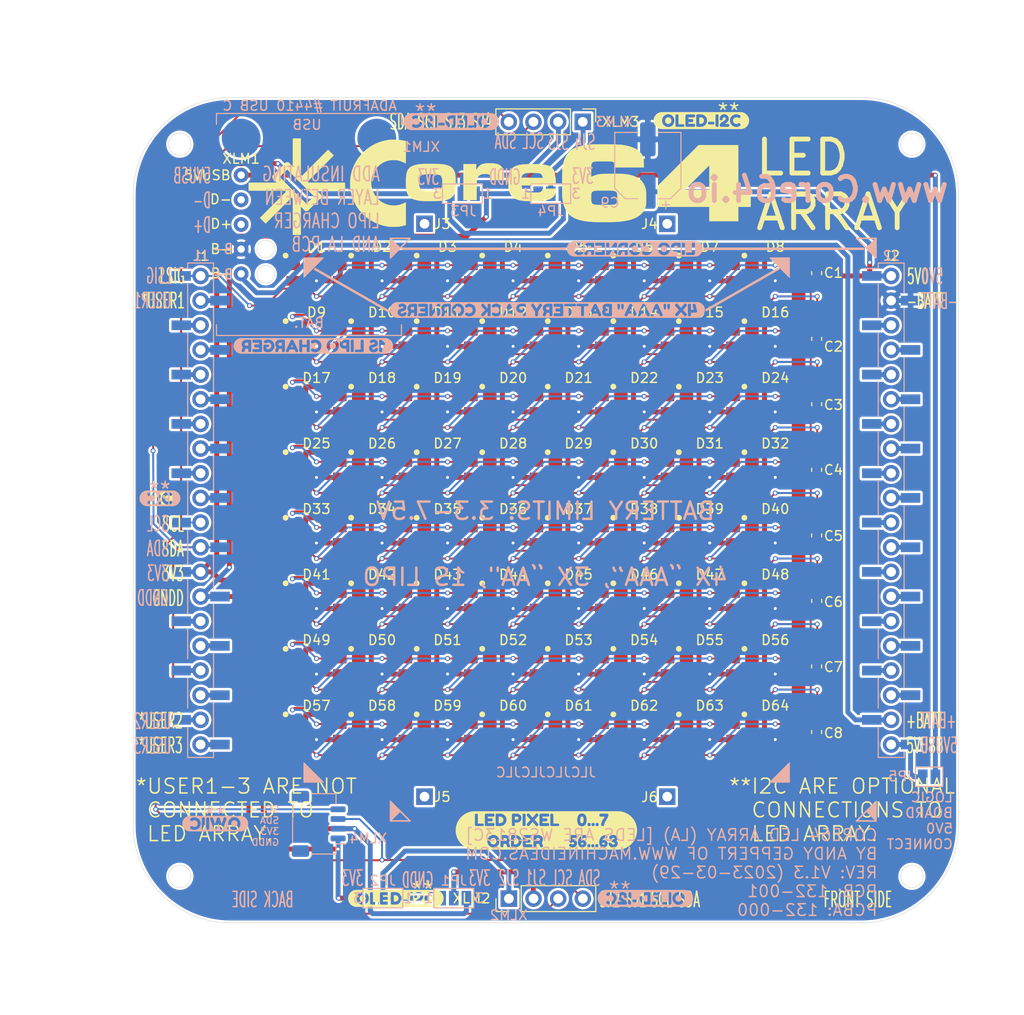
<source format=kicad_pcb>
(kicad_pcb (version 20211014) (generator pcbnew)
  (title_block (title "Core64 Led Array (LA)") (date "2023-03-29") (rev "1.3") (company "Andy Geppert") (comment 1 "www.MachineIdeas.com"))
  (layers (0 "F.Cu" signal) (31 "B.Cu" signal) (34 "B.Paste" user) (35 "F.Paste" user) (36 "B.SilkS" user "B.Silkscreen") (37 "F.SilkS" user "F.Silkscreen") (38 "B.Mask" user) (39 "F.Mask" user) (44 "Edge.Cuts" user))
  (net 0 "")
  (net 18 "5V0")
  (net 31 "Net-(D1-Pad3)")
  (net 33 "Net-(D2-Pad3)")
  (net 35 "Net-(D3-Pad3)")
  (net 37 "Net-(D4-Pad3)")
  (net 39 "Net-(D5-Pad3)")
  (net 41 "Net-(D6-Pad3)")
  (net 46 "Net-(D10-Pad3)")
  (net 47 "Net-(D10-Pad4)")
  (net 49 "Net-(D11-Pad3)")
  (net 51 "Net-(D12-Pad3)")
  (net 53 "Net-(D13-Pad3)")
  (net 55 "Net-(D14-Pad3)")
  (net 59 "Net-(D17-Pad3)")
  (net 61 "Net-(D18-Pad3)")
  (net 63 "Net-(D19-Pad3)")
  (net 65 "Net-(D20-Pad3)")
  (net 67 "Net-(D21-Pad3)")
  (net 69 "Net-(D22-Pad3)")
  (net 73 "Net-(D25-Pad3)")
  (net 75 "Net-(D26-Pad3)")
  (net 77 "Net-(D27-Pad3)")
  (net 79 "Net-(D28-Pad3)")
  (net 81 "Net-(D29-Pad3)")
  (net 83 "Net-(D30-Pad3)")
  (net 87 "Net-(D33-Pad3)")
  (net 89 "Net-(D34-Pad3)")
  (net 91 "Net-(D35-Pad3)")
  (net 93 "Net-(D36-Pad3)")
  (net 95 "Net-(D37-Pad3)")
  (net 96 "unconnected-(J1-Pad19)")
  (net 97 "Net-(D38-Pad3)")
  (net 98 "unconnected-(J1-Pad20)")
  (net 99 "unconnected-(J1-Pad18)")
  (net 100 "unconnected-(J1-Pad17)")
  (net 101 "Net-(D41-Pad3)")
  (net 102 "unconnected-(J1-Pad15)")
  (net 103 "Net-(D42-Pad3)")
  (net 104 "unconnected-(J1-Pad9)")
  (net 105 "Net-(D43-Pad3)")
  (net 106 "unconnected-(J1-Pad4)")
  (net 107 "Net-(D44-Pad3)")
  (net 108 "unconnected-(J1-Pad2)")
  (net 109 "Net-(D45-Pad3)")
  (net 110 "unconnected-(J1-Pad5)")
  (net 111 "Net-(D46-Pad3)")
  (net 112 "unconnected-(J1-Pad6)")
  (net 113 "unconnected-(J1-Pad8)")
  (net 114 "unconnected-(J1-Pad7)")
  (net 115 "Net-(D49-Pad3)")
  (net 116 "unconnected-(J1-Pad3)")
  (net 117 "Net-(D50-Pad3)")
  (net 118 "unconnected-(J1-Pad16)")
  (net 119 "Net-(D51-Pad3)")
  (net 120 "unconnected-(J1-Pad10)")
  (net 121 "Net-(D52-Pad3)")
  (net 122 "unconnected-(J2-Pad18)")
  (net 123 "Net-(D53-Pad3)")
  (net 124 "unconnected-(J2-Pad17)")
  (net 125 "Net-(D54-Pad3)")
  (net 126 "unconnected-(J2-Pad15)")
  (net 127 "unconnected-(J2-Pad9)")
  (net 128 "unconnected-(J2-Pad4)")
  (net 129 "Net-(D57-Pad3)")
  (net 130 "unconnected-(J2-Pad5)")
  (net 131 "Net-(D58-Pad3)")
  (net 132 "unconnected-(J2-Pad6)")
  (net 133 "Net-(D59-Pad3)")
  (net 134 "unconnected-(J2-Pad8)")
  (net 135 "Net-(D60-Pad3)")
  (net 136 "unconnected-(J2-Pad7)")
  (net 137 "Net-(D61-Pad3)")
  (net 138 "unconnected-(J2-Pad3)")
  (net 139 "Net-(D62-Pad3)")
  (net 140 "unconnected-(J2-Pad11)")
  (net 141 "Net-(D63-Pad3)")
  (net 142 "unconnected-(J2-Pad13)")
  (net 143 "unconnected-(J2-Pad12)")
  (net 144 "R1DIN")
  (net 145 "R1DO")
  (net 146 "R2DIN")
  (net 147 "R2DO")
  (net 148 "R3DIN")
  (net 149 "R3DO")
  (net 150 "R4DIN")
  (net 151 "R4DO")
  (net 152 "R5DIN")
  (net 153 "R5DO")
  (net 154 "R6DIN")
  (net 155 "R6DO")
  (net 156 "R7DIN")
  (net 157 "R7DO")
  (net 158 "unconnected-(J2-Pad16)")
  (net 159 "+BATT")
  (net 160 "5VUSB")
  (net 161 "I2C_CLOCK")
  (net 162 "3V3")
  (net 163 "I2C_DATA")
  (net 164 "GNDD")
  (net 165 "Net-(JP1-Pad2)")
  (net 166 "Net-(JP2-Pad2)")
  (net 167 "unconnected-(J2-Pad14)")
  (net 168 "unconnected-(J2-Pad10)")
  (net 169 "Net-(JP3-Pad2)")
  (net 170 "Net-(JP4-Pad2)")
  (net 171 "Net-(JP5-Pad1)")
  (net 178 "LED_ARRAY_5V0_SIG")
  (net 179 "-BATT")
  (footprint "Core_Memory_8x8_Array:Core64_Logo_9mm_tall" (layer "F.Cu") (at 2.35 -33.7)
    (fp_text reference "L1" hide)
    (fp_text value "Core_64_Logo_9mm_tall" hide)
  )
  (footprint "Capacitor_SMD:C_0603_1608Metric" (layer "F.Cu") (at 27.89 -17.65 -90)
    (fp_text reference "C2")
    (fp_text value "0.1uF")
  )
  (footprint "Capacitor_SMD:C_0603_1608Metric" (layer "F.Cu") (at 27.885 -4.16 -90)
    (fp_text reference "C4")
    (fp_text value "0.1uF")
  )
  (footprint "Capacitor_SMD:C_0603_1608Metric" (layer "F.Cu") (at 27.885 16.08 -90)
    (fp_text reference "C7")
    (fp_text value "0.1uF")
  )
  (footprint "Capacitor_SMD:C_0603_1608Metric" (layer "F.Cu") (at 27.885 22.84 -90)
    (fp_text reference "C8")
    (fp_text value "0.1uF")
  )
  (footprint "Core_64_footprints:LED_WS2813_PLCC6_5.0x5.0mm_P1.4mm_Core64_Abg_Mod" (layer "F.Cu") (at -23.625 -10.125)
    (fp_text reference "D17")
    (fp_text value "WS2813C")
  )
  (footprint "Core_64_footprints:LED_WS2813_PLCC6_5.0x5.0mm_P1.4mm_Core64_Abg_Mod" (layer "F.Cu") (at -16.875 -10.125)
    (fp_text reference "D18")
    (fp_text value "WS2813C")
  )
  (footprint "Core_64_footprints:LED_WS2813_PLCC6_5.0x5.0mm_P1.4mm_Core64_Abg_Mod" (layer "F.Cu") (at -10.125 -10.125)
    (fp_text reference "D19")
    (fp_text value "WS2813C")
  )
  (footprint "Core_64_footprints:LED_WS2813_PLCC6_5.0x5.0mm_P1.4mm_Core64_Abg_Mod" (layer "F.Cu") (at -3.375 -10.125)
    (fp_text reference "D20")
    (fp_text value "WS2813C")
  )
  (footprint "Core_64_footprints:LED_WS2813_PLCC6_5.0x5.0mm_P1.4mm_Core64_Abg_Mod" (layer "F.Cu") (at 3.375 -10.125)
    (fp_text reference "D21")
    (fp_text value "WS2813C")
  )
  (footprint "Core_64_footprints:LED_WS2813_PLCC6_5.0x5.0mm_P1.4mm_Core64_Abg_Mod" (layer "F.Cu") (at 10.125 -10.125)
    (fp_text reference "D22")
    (fp_text value "WS2813C")
  )
  (footprint "Core_64_footprints:LED_WS2813_PLCC6_5.0x5.0mm_P1.4mm_Core64_Abg_Mod" (layer "F.Cu") (at 16.875 -10.125)
    (fp_text reference "D23")
    (fp_text value "WS2813C")
  )
  (footprint "Core_64_footprints:LED_WS2813_PLCC6_5.0x5.0mm_P1.4mm_Core64_Abg_Mod" (layer "F.Cu") (at 23.625 -10.125)
    (fp_text reference "D24")
    (fp_text value "WS2813C")
  )
  (footprint "Core_64_footprints:LED_WS2813_PLCC6_5.0x5.0mm_P1.4mm_Core64_Abg_Mod" (layer "F.Cu") (at -23.625 -3.375)
    (fp_text reference "D25")
    (fp_text value "WS2813C")
  )
  (footprint "Core_64_footprints:LED_WS2813_PLCC6_5.0x5.0mm_P1.4mm_Core64_Abg_Mod" (layer "F.Cu") (at -10.125 -3.375)
    (fp_text reference "D27")
    (fp_text value "WS2813C")
  )
  (footprint "Core_64_footprints:LED_WS2813_PLCC6_5.0x5.0mm_P1.4mm_Core64_Abg_Mod" (layer "F.Cu") (at -3.375 -3.375)
    (fp_text reference "D28")
    (fp_text value "WS2813C")
  )
  (footprint "Core_64_footprints:LED_WS2813_PLCC6_5.0x5.0mm_P1.4mm_Core64_Abg_Mod" (layer "F.Cu") (at 3.375 -3.375)
    (fp_text reference "D29")
    (fp_text value "WS2813C")
  )
  (footprint "Core_64_footprints:LED_WS2813_PLCC6_5.0x5.0mm_P1.4mm_Core64_Abg_Mod" (layer "F.Cu") (at 10.125 -3.375)
    (fp_text reference "D30")
    (fp_text value "WS2813C")
  )
  (footprint "Core_64_footprints:LED_WS2813_PLCC6_5.0x5.0mm_P1.4mm_Core64_Abg_Mod" (layer "F.Cu") (at 16.875 -3.375)
    (fp_text reference "D31")
    (fp_text value "WS2813C")
  )
  (footprint "Core_64_footprints:LED_WS2813_PLCC6_5.0x5.0mm_P1.4mm_Core64_Abg_Mod" (layer "F.Cu") (at 23.625 -3.375)
    (fp_text reference "D32")
    (fp_text value "WS2813C")
  )
  (footprint "Core_64_footprints:LED_WS2813_PLCC6_5.0x5.0mm_P1.4mm_Core64_Abg_Mod" (layer "F.Cu") (at -23.625 3.375)
    (fp_text reference "D33")
    (fp_text value "WS2813C")
  )
  (footprint "Core_64_footprints:LED_WS2813_PLCC6_5.0x5.0mm_P1.4mm_Core64_Abg_Mod" (layer "F.Cu") (at -16.875 3.375)
    (fp_text reference "D34")
    (fp_text value "WS2813C")
  )
  (footprint "Core_64_footprints:LED_WS2813_PLCC6_5.0x5.0mm_P1.4mm_Core64_Abg_Mod" (layer "F.Cu") (at -10.125 3.375)
    (fp_text reference "D35")
    (fp_text value "WS2813C")
  )
  (footprint "Core_64_footprints:LED_WS2813_PLCC6_5.0x5.0mm_P1.4mm_Core64_Abg_Mod" (layer "F.Cu") (at -3.375 3.375)
    (fp_text reference "D36")
    (fp_text value "WS2813C")
  )
  (footprint "Core_64_footprints:LED_WS2813_PLCC6_5.0x5.0mm_P1.4mm_Core64_Abg_Mod" (layer "F.Cu") (at 3.375 3.375)
    (fp_text reference "D37")
    (fp_text value "WS2813C")
  )
  (footprint "Core_64_footprints:LED_WS2813_PLCC6_5.0x5.0mm_P1.4mm_Core64_Abg_Mod" (layer "F.Cu") (at 23.625 3.375)
    (fp_text reference "D40")
    (fp_text value "WS2813C")
  )
  (footprint "Core_64_footprints:LED_WS2813_PLCC6_5.0x5.0mm_P1.4mm_Core64_Abg_Mod" (layer "F.Cu") (at -23.625 10.125)
    (fp_text reference "D41")
    (fp_text value "WS2813C")
  )
  (footprint "Core_64_footprints:LED_WS2813_PLCC6_5.0x5.0mm_P1.4mm_Core64_Abg_Mod" (layer "F.Cu") (at -16.875 10.125)
    (fp_text reference "D42")
    (fp_text value "WS2813C")
  )
  (footprint "Core_64_footprints:LED_WS2813_PLCC6_5.0x5.0mm_P1.4mm_Core64_Abg_Mod" (layer "F.Cu") (at -10.125 10.125)
    (fp_text reference "D43")
    (fp_text value "WS2813C")
  )
  (footprint "Core_64_footprints:LED_WS2813_PLCC6_5.0x5.0mm_P1.4mm_Core64_Abg_Mod" (layer "F.Cu") (at -3.375 10.125)
    (fp_text reference "D44")
    (fp_text value "WS2813C")
  )
  (footprint "Core_64_footprints:LED_WS2813_PLCC6_5.0x5.0mm_P1.4mm_Core64_Abg_Mod" (layer "F.Cu") (at 10.125 10.125)
    (fp_text reference "D46")
    (fp_text value "WS2813C")
  )
  (footprint "Core_64_footprints:LED_WS2813_PLCC6_5.0x5.0mm_P1.4mm_Core64_Abg_Mod" (layer "F.Cu") (at 16.875 10.125)
    (fp_text reference "D47")
    (fp_text value "WS2813C")
  )
  (footprint "Core_64_footprints:LED_WS2813_PLCC6_5.0x5.0mm_P1.4mm_Core64_Abg_Mod" (layer "F.Cu") (at 23.625 10.125)
    (fp_text reference "D48")
    (fp_text value "WS2813C")
  )
  (footprint "Core_64_footprints:LED_WS2813_PLCC6_5.0x5.0mm_P1.4mm_Core64_Abg_Mod" (layer "F.Cu") (at -23.625 16.875)
    (fp_text reference "D49")
    (fp_text value "WS2813C")
  )
  (footprint "Core_64_footprints:LED_WS2813_PLCC6_5.0x5.0mm_P1.4mm_Core64_Abg_Mod" (layer "F.Cu") (at -16.875 16.875)
    (fp_text reference "D50")
    (fp_text value "WS2813C")
  )
  (footprint "Core_64_footprints:LED_WS2813_PLCC6_5.0x5.0mm_P1.4mm_Core64_Abg_Mod" (layer "F.Cu") (at -10.125 16.875)
    (fp_text reference "D51")
    (fp_text value "WS2813C")
  )
  (footprint "Core_64_footprints:LED_WS2813_PLCC6_5.0x5.0mm_P1.4mm_Core64_Abg_Mod" (layer "F.Cu") (at -3.375 16.875)
    (fp_text reference "D52")
    (fp_text value "WS2813C")
  )
  (footprint "Core_64_footprints:LED_WS2813_PLCC6_5.0x5.0mm_P1.4mm_Core64_Abg_Mod" (layer "F.Cu") (at 3.375 16.875)
    (fp_text reference "D53")
    (fp_text value "WS2813C")
  )
  (footprint "Core_64_footprints:LED_WS2813_PLCC6_5.0x5.0mm_P1.4mm_Core64_Abg_Mod" (layer "F.Cu") (at 10.125 16.875)
    (fp_text reference "D54")
    (fp_text value "WS2813C")
  )
  (footprint "Core_64_footprints:LED_WS2813_PLCC6_5.0x5.0mm_P1.4mm_Core64_Abg_Mod" (layer "F.Cu") (at 23.625 16.875)
    (fp_text reference "D56")
    (fp_text value "WS2813C")
  )
  (footprint "Core_64_footprints:LED_WS2813_PLCC6_5.0x5.0mm_P1.4mm_Core64_Abg_Mod" (layer "F.Cu") (at -23.625 23.625)
    (fp_text reference "D57")
    (fp_text value "WS2813C")
  )
  (footprint "Core_64_footprints:LED_WS2813_PLCC6_5.0x5.0mm_P1.4mm_Core64_Abg_Mod" (layer "F.Cu") (at -16.875 23.625)
    (fp_text reference "D58")
    (fp_text value "WS2813C")
  )
  (footprint "Core_64_footprints:LED_WS2813_PLCC6_5.0x5.0mm_P1.4mm_Core64_Abg_Mod" (layer "F.Cu") (at -10.125 23.625)
    (fp_text reference "D59")
    (fp_text value "WS2813C")
  )
  (footprint "Core_64_footprints:LED_WS2813_PLCC6_5.0x5.0mm_P1.4mm_Core64_Abg_Mod" (layer "F.Cu") (at -3.375 23.625)
    (fp_text reference "D60")
    (fp_text value "WS2813C")
  )
  (footprint "Core_64_footprints:LED_WS2813_PLCC6_5.0x5.0mm_P1.4mm_Core64_Abg_Mod" (layer "F.Cu") (at 3.375 23.625)
    (fp_text reference "D61")
    (fp_text value "WS2813C")
  )
  (footprint "Core_64_footprints:LED_WS2813_PLCC6_5.0x5.0mm_P1.4mm_Core64_Abg_Mod" (layer "F.Cu") (at 10.125 23.625)
    (fp_text reference "D62")
    (fp_text value "WS2813C")
  )
  (footprint "Core_64_footprints:LED_WS2813_PLCC6_5.0x5.0mm_P1.4mm_Core64_Abg_Mod" (layer "F.Cu") (at 16.875 23.625)
    (fp_text reference "D63")
    (fp_text value "WS2813C")
  )
  (footprint "Core_64_footprints:LED_WS2813_PLCC6_5.0x5.0mm_P1.4mm_Core64_Abg_Mod" (layer "F.Cu") (at 23.625 23.625)
    (fp_text reference "D64")
    (fp_text value "WS2813C")
  )
  (footprint "Core_64_footprints:LED_WS2813_PLCC6_5.0x5.0mm_P1.4mm_Core64_Abg_Mod" (layer "F.Cu") (at -23.625 -16.875)
    (fp_text reference "D9")
    (fp_text value "WS2813C")
  )
  (footprint "Core_64_footprints:LED_WS2813_PLCC6_5.0x5.0mm_P1.4mm_Core64_Abg_Mod" (layer "F.Cu") (at -16.875 -16.875)
    (fp_text reference "D10")
    (fp_text value "WS2813C")
  )
  (footprint "Core_64_footprints:LED_WS2813_PLCC6_5.0x5.0mm_P1.4mm_Core64_Abg_Mod" (layer "F.Cu") (at -3.375 -16.875)
    (fp_text reference "D12")
    (fp_text value "WS2813C")
  )
  (footprint "Core_64_footprints:LED_WS2813_PLCC6_5.0x5.0mm_P1.4mm_Core64_Abg_Mod" (layer "F.Cu") (at 3.375 -16.875)
    (fp_text reference "D13")
    (fp_text value "WS2813C")
  )
  (footprint "Core_64_footprints:LED_WS2813_PLCC6_5.0x5.0mm_P1.4mm_Core64_Abg_Mod" (layer "F.Cu") (at 10.125 -16.875)
    (fp_text reference "D14")
    (fp_text value "WS2813C")
  )
  (footprint "Core_64_footprints:LED_WS2813_PLCC6_5.0x5.0mm_P1.4mm_Core64_Abg_Mod" (layer "F.Cu") (at 16.875 -16.875)
    (fp_text reference "D15")
    (fp_text value "WS2813C")
  )
  (footprint "Core_64_footprints:LED_WS2813_PLCC6_5.0x5.0mm_P1.4mm_Core64_Abg_Mod" (layer "F.Cu") (at 23.625 -16.875)
    (fp_text reference "D16")
    (fp_text value "WS2813C")
  )
  (footprint "Core_64_footprints:LED_WS2813_PLCC6_5.0x5.0mm_P1.4mm_Core64_Abg_Mod" (layer "F.Cu") (at -10.125 -23.625)
    (fp_text reference "D3")
    (fp_text value "WS2813C")
  )
  (footprint "Core_64_footprints:LED_WS2813_PLCC6_5.0x5.0mm_P1.4mm_Core64_Abg_Mod" (layer "F.Cu") (at 3.375 -23.625)
    (fp_text reference "D5")
    (fp_text value "WS2813C")
  )
  (footprint "Core_64_footprints:LED_WS2813_PLCC6_5.0x5.0mm_P1.4mm_Core64_Abg_Mod" (layer "F.Cu") (at -3.375 -23.625)
    (fp_text reference "D4")
    (fp_text value "WS2813C")
  )
  (footprint "Core_64_footprints:LED_WS2813_PLCC6_5.0x5.0mm_P1.4mm_Core64_Abg_Mod" (layer "F.Cu") (at 16.875 -23.625)
    (fp_text reference "D7")
    (fp_text value "WS2813C")
  )
  (footprint "Core_64_footprints:LED_WS2813_PLCC6_5.0x5.0mm_P1.4mm_Core64_Abg_Mod" (layer "F.Cu") (at 23.625 -23.625)
    (fp_text reference "D8")
    (fp_text value "WS2813C")
  )
  (footprint "Core_64_footprints:LED_WS2813_PLCC6_5.0x5.0mm_P1.4mm_Core64_Abg_Mod" (layer "F.Cu") (at 10.125 -23.625)
    (fp_text reference "D6")
    (fp_text value "WS2813C")
  )
  (footprint "Core_64_footprints:LED_WS2813_PLCC6_5.0x5.0mm_P1.4mm_Core64_Abg_Mod" (layer "F.Cu") (at -16.875 -23.625)
    (fp_text reference "D2")
    (fp_text value "WS2813C")
  )
  (footprint "Core_64_footprints:LED_WS2813_PLCC6_5.0x5.0mm_P1.4mm_Core64_Abg_Mod" (layer "F.Cu") (at -23.625 -23.625)
    (fp_text reference "D1")
    (fp_text value "WS2813C")
  )
  (footprint "Core_64_footprints:LED_WS2813_PLCC6_5.0x5.0mm_P1.4mm_Core64_Abg_Mod" (layer "F.Cu") (at -10.125 -16.875)
    (fp_text reference "D11")
    (fp_text value "WS2813C")
  )
  (footprint "Core_64_footprints:LED_WS2813_PLCC6_5.0x5.0mm_P1.4mm_Core64_Abg_Mod" (layer "F.Cu") (at 10.125 3.375)
    (fp_text reference "D38")
    (fp_text value "WS2813C")
  )
  (footprint "Core_64_footprints:LED_WS2813_PLCC6_5.0x5.0mm_P1.4mm_Core64_Abg_Mod" (layer "F.Cu") (at -16.875 -3.375)
    (fp_text reference "D26")
    (fp_text value "WS2813C")
  )
  (footprint "Core_64_footprints:LED_WS2813_PLCC6_5.0x5.0mm_P1.4mm_Core64_Abg_Mod" (layer "F.Cu") (at 16.875 16.875)
    (fp_text reference "D55")
    (fp_text value "WS2813C")
  )
  (footprint "Capacitor_SMD:C_0603_1608Metric" (layer "F.Cu") (at 27.895 9.34 -90)
    (fp_text reference "C6")
    (fp_text value "0.1uF")
  )
  (footprint "Capacitor_SMD:C_0603_1608Metric" (layer "F.Cu") (at 27.89 -10.925 -90)
    (fp_text reference "C3")
    (fp_text value "0.1uF")
  )
  (footprint "Capacitor_SMD:C_0603_1608Metric" (layer "F.Cu") (at 27.885 2.59 -90)
    (fp_text reference "C5")
    (fp_text value "0.1uF")
  )
  (footprint "Core_64_footprints:LED_WS2813_PLCC6_5.0x5.0mm_P1.4mm_Core64_Abg_Mod" (layer "F.Cu") (at 16.875 3.375)
    (fp_text reference "D39")
    (fp_text value "WS2813C")
  )
  (footprint "Core_64_footprints:LED_WS2813_PLCC6_5.0x5.0mm_P1.4mm_Core64_Abg_Mod" (layer "F.Cu") (at 3.375 10.125)
    (fp_text reference "D45")
    (fp_text value "WS2813C")
  )
  (footprint "Capacitor_SMD:C_0603_1608Metric" (layer "F.Cu") (at 27.885 -24.41 -90)
    (fp_text reference "C1")
    (fp_text value "0.1uF")
  )
  (footprint "Connector_PinHeader_2.54mm:PinHeader_1x04_P2.54mm_Vertical" (layer "F.Cu") (at -3.81 40 90)
    (fp_text reference "XLM2")
    (fp_text value "Conn_01x04_Male")
  )
  (footprint "Connector_PinHeader_2.54mm:PinHeader_1x04_P2.54mm_Vertical" (layer "F.Cu") (at 3.8 -40 -90)
    (fp_text reference "XLM3")
    (fp_text value "Conn_01x04_Male")
  )
  (footprint "Connector_PinHeader_2.54mm:PinHeader_1x01_P2.54mm_Vertical_No_Registration" (layer "F.Cu") (at -12.7 -29.21)
    (fp_text reference "J3")
    (fp_text value "Conn_01x01_Male")
  )
  (footprint "Connector_PinHeader_2.54mm:PinHeader_1x01_P2.54mm_Vertical_No_Registration" (layer "F.Cu") (at 12.7 -29.21)
    (fp_text reference "J4")
    (fp_text value "Conn_01x01_Male")
  )
  (footprint "Connector_PinHeader_2.54mm:PinHeader_1x01_P2.54mm_Vertical_No_Registration" (layer "F.Cu") (at -12.7 29.21)
    (fp_text reference "J5")
    (fp_text value "Conn_01x01_Male")
  )
  (footprint "Connector_PinHeader_2.54mm:PinHeader_1x01_P2.54mm_Vertical_No_Registration" (layer "F.Cu") (at 12.7 29.21)
    (fp_text reference "J6")
    (fp_text value "Conn_01x01_Male")
  )
  (footprint "kibuzzard-6413D539" (layer "F.Cu") (at -15.45 39.975)
    (fp_text reference "kibuzzard-6413D539" hide)
    (fp_text value "G***" hide)
  )
  (footprint "kibuzzard-6413D555" (layer "F.Cu") (at 0.05 32.975)
    (fp_text reference "kibuzzard-6413D555" hide)
    (fp_text value "G***" hide)
  )
  (footprint "kibuzzard-6413D50B" (layer "F.Cu") (at 16.012 -40.127)
    (fp_text reference "kibuzzard-6413D50B" hide)
    (fp_text value "G***" hide)
  )
  (footprint "Core_64_footprints:Core64_Symbol_Only" (layer "F.Cu") (at -25.65 -33.325)
    (fp_text reference "REF**" hide)
    (fp_text value "Core64_Symbol_Only")
  )
  (footprint "kibuzzard-6407E376" (layer "F.Cu") (at -39.75 -1.225)
    (fp_text reference "kibuzzard-6407E376" hide)
    (fp_text value "G***" hide)
  )
  (footprint "Connector_PinHeader_2.54mm:PinHeader_1x20_P2.54mm_Vertical_SMD_and_TH_Pin1Right" (layer "B.Cu") (at -35.56 -5.08 180)
    (fp_text reference "J1")
    (fp_text value "TSW-108-15-T-S")
  )
  (footprint "Jumper:SolderJumper-3_P1.3mm_Open_Pad1.0x1.5mm_NumberLabels" (layer "B.Cu") (at -9.485 39.95)
    (fp_text reference "JP1")
    (fp_text value "SolderJumper_3_Open")
  )
  (footprint "Jumper:SolderJumper-3_P1.3mm_Open_Pad1.0x1.5mm_NumberLabels" (layer "B.Cu") (at -16.785 39.95 180)
    (fp_text reference "JP2")
    (fp_text value "SolderJumper_3_Open")
  )
  (footprint "Connector_JST:JST_SH_SM04B-SRSS-TB_1x04-1MP_P1.00mm_Horizontal" (layer "B.Cu") (at -23.4 32.3 90)
    (fp_text reference "XLM4")
    (fp_text value "QWIIC")
  )
  (footprint "Jumper:SolderJumper-2_P1.3mm_Open_Pad1.0x1.5mm" (layer "B.Cu") (at 39.465 27.45 180)
    (fp_text reference "JP5")
    (fp_text value "Logic_Board_5V0_Connect")
  )
  (footprint "Connector_PinHeader_2.54mm:PinHeader_1x20_P2.54mm_Vertical_SMD_and_TH_Pin1Right" (layer "B.Cu") (at 35.56 -5.08 180)
    (fp_text reference "J2")
    (fp_text value "TSW-108-15-T-S")
  )
  (footprint "Jumper:SolderJumper-3_P1.3mm_Open_Pad1.0x1.5mm_NumberLabels" (layer "B.Cu") (at -8.6 -32.6 180)
    (fp_text reference "JP3")
    (fp_text value "SolderJumper_3_Open")
  )
  (footprint "Jumper:SolderJumper-3_P1.3mm_Open_Pad1.0x1.5mm_NumberLabels" (layer "B.Cu") (at 0.5 -32.6)
    (fp_text reference "JP4")
    (fp_text value "SolderJumper_3_Open")
  )
  (footprint "Capacitor_SMD:CP_Elec_6.3x7.7" (layer "B.Cu") (at 10.5 -35.5 90)
    (fp_text reference "C9")
    (fp_text value "470uF")
  )
  (footprint "Core_Memory_8x8_Array:Micro_LiPo_Charger_USB-C_CornerSMD" (layer "B.Cu") (at -24.4 -30.7 -90)
    (fp_text reference "XLM1")
    (fp_text value "Micro_LiPo_Charger-USB-C")
  )
  (footprint "kibuzzard-6407EF2F" (layer "B.Cu") (at 9.15 -26.925 180)
    (fp_text reference "kibuzzard-6407EF2F" hide)
    (fp_text value "G***" hide)
  )
  (footprint "kibuzzard-6407EE30" (layer "B.Cu") (at -23.95 -16.925 180)
    (fp_text reference "kibuzzard-6407EE30" hide)
    (fp_text value "G***" hide)
  )
  (footprint "kibuzzard-6413D54A" (layer "B.Cu") (at 10.25 39.975 180)
    (fp_text reference "kibuzzard-6413D54A" hide)
    (fp_text value "G***" hide)
  )
  (footprint "kibuzzard-6413D518" (layer "B.Cu") (at -9.75 -40.025 180)
    (fp_text reference "kibuzzard-6413D518" hide)
    (fp_text value "G***" hide)
  )
  (footprint "kibuzzard-6407EECD" (layer "B.Cu") (at -34.05 32.275 180)
    (fp_text reference "kibuzzard-6407EECD" hide)
    (fp_text value "G***" hide)
  )
  (footprint "kibuzzard-6407EBC3" (layer "B.Cu") (at 0.15 -20.625 180)
    (fp_text reference "kibuzzard-6407EBC3" hide)
    (fp_text value "G***" hide)
  )
  (footprint "kibuzzard-6407E36C" (layer "B.Cu") (at -39.75 -1.225 180)
    (fp_text reference "kibuzzard-6407E36C" hide)
    (fp_text value "G***" hide)
  )
  (gr_line (start 34 -26) (end 32 -28) (layer "B.SilkS") (width 0.16))
  (gr_line (start 34 30) (end 34 32) (layer "B.SilkS") (width 0.16))
  (gr_line (start -16 30) (end -16 32) (layer "B.SilkS") (width 0.16))
  (gr_line (start -16 -26) (end -16 -28) (layer "B.SilkS") (width 0.16))
  (gr_line (start 34 32) (end 32 32) (layer "B.SilkS") (width 0.16))
  (gr_poly (pts (xy -24.92 26.01) (xy -24.92 28.01) (xy -22.92 28.01)) (layer "B.SilkS") (width 0.1) (fill solid))
  (gr_poly (pts (xy 23.08 -25.99) (xy 25.08 -25.99) (xy 25.08 -23.99)) (layer "B.SilkS") (width 0.1) (fill solid))
  (gr_line (start -14 -28) (end -16 -26) (layer "B.SilkS") (width 0.16))
  (gr_line (start -14 32) (end -16 30) (layer "B.SilkS") (width 0.16))
  (gr_line (start 34 -28) (end 32 -28) (layer "B.SilkS") (width 0.16))
  (gr_line (start 34 -28) (end 34 -26) (layer "B.SilkS") (width 0.16))
  (gr_poly (pts (xy -16 -28) (xy -15 -27) (xy -16 -26) (xy -16 -27.9)) (layer "B.SilkS") (width 0.1) (fill solid))
  (gr_line (start -16 -28) (end -14 -28) (layer "B.SilkS") (width 0.16))
  (gr_poly (pts (xy 34 32) (xy 34 30) (xy 33 31)) (layer "B.SilkS") (width 0.1) (fill solid))
  (gr_line (start 32 32) (end 34 30) (layer "B.SilkS") (width 0.16))
  (gr_line (start -16 32) (end -14 32) (layer "B.SilkS") (width 0.16))
  (gr_poly (pts (xy -24.92 -25.99) (xy -22.92 -25.99) (xy -24.92 -23.99)) (layer "B.SilkS") (width 0.1) (fill solid))
  (gr_poly (pts (xy 25.08 26.01) (xy 25.08 28.01) (xy 23.08 28.01)) (layer "B.SilkS") (width 0.1) (fill solid))
  (gr_line (start 1.95 -26.925) (end -14.75 -26.925) (layer "B.SilkS") (width 0.254))
  (gr_poly (pts (xy 34 -28) (xy 34 -26) (xy 33 -27)) (layer "B.SilkS") (width 0.1) (fill solid))
  (gr_line (start 23.95 -24.875) (end 16.55 -20.625) (layer "B.SilkS") (width 0.254))
  (gr_line (start -23.75 -24.825) (end -16.25 -20.525) (layer "B.SilkS") (width 0.254))
  (gr_poly (pts (xy -16 30) (xy -16 32) (xy -15 31)) (layer "B.SilkS") (width 0.1) (fill solid))
  (gr_line (start 32.65 -26.925) (end 16.35 -26.925) (layer "B.SilkS") (width 0.254))
  (gr_line (start -32.5 -42.5) (end 32.5 -42.5) (layer "Edge.Cuts") (width 0.05))
  (gr_line (start -42.5 32.5) (end -42.5 -32.5) (layer "Edge.Cuts") (width 0.05))
  (gr_line (start 42.5 -32.5) (end 42.5 32.5) (layer "Edge.Cuts") (width 0.05))
  (gr_line (start -32.5 42.5) (end 32.5 42.5) (layer "Edge.Cuts") (width 0.05))
  (gr_arc (start -32.5 42.5) (mid -39.571068 39.571068) (end -42.5 32.5) (layer "Edge.Cuts") (width 0.05))
  (gr_arc (start 42.5 32.5) (mid 39.571068 39.571068) (end 32.5 42.5) (layer "Edge.Cuts") (width 0.05))
  (gr_arc (start -42.5 -32.5) (mid -39.571068 -39.571068) (end -32.5 -42.5) (layer "Edge.Cuts") (width 0.05))
  (gr_circle (center -37.7 37.7) (end -36.55 37.7) (layer "Edge.Cuts") (width 0.05) (fill none))
  (gr_circle (center 37.7 -37.7) (end 38.85 -37.7) (layer "Edge.Cuts") (width 0.05) (fill none))
  (gr_circle (center 37.7 37.7) (end 38.85 37.7) (layer "Edge.Cuts") (width 0.05) (fill none))
  (gr_circle (center -37.7 -37.7) (end -36.55 -37.7) (layer "Edge.Cuts") (width 0.05) (fill none))
  (gr_circle (center -28.85 -26.9) (end -27.95 -26.9) (layer "Edge.Cuts") (width 0.05) (fill none))
  (gr_circle (center -28.85 -24.3) (end -27.95 -24.3) (layer "Edge.Cuts") (width 0.05) (fill none))
  (gr_arc (start 32.5 -42.5) (mid 39.571068 -39.571068) (end 42.5 -32.5) (layer "Edge.Cuts") (width 0.05))
  (gr_text "5V0\n-BATT" (at 38.6 -22.8) (layer "B.SilkS") (effects (font (size 1.58 0.8) (thickness 0.16)) (justify right mirror)))
  (gr_text "LSIG\nUSER1" (at -38.4556 -22.85) (layer "B.SilkS") (effects (font (size 1.58 0.8) (thickness 0.16)) (justify left mirror)))
  (gr_text "www.Core64.io" (at 27.94 -33.02) (layer "B.SilkS") (effects (font (size 2.5 2.5) (thickness 0.5)) (justify mirror)))
  (gr_text "SDA SCL" (at 5.715 37.9) (layer "B.SilkS") (effects (font (size 1.58 0.8) (thickness 0.16)) (justify left mirror)))
  (gr_text "GNDD" (at -11.485 38.1) (layer "B.SilkS") (effects (font (size 1.58 0.8) (thickness 0.16)) (justify left mirror)))
  (gr_text "3V3" (at -18.7 37.9) (layer "B.SilkS") (effects (font (size 1.58 0.8) (thickness 0.16)) (justify left mirror)))
  (gr_text "3V3" (at -5.6 37.9) (layer "B.SilkS") (effects (font (size 1.58 0.8) (thickness 0.16)) (justify left mirror)))
  (gr_text "SJ1 SJ2" (at 0.115 37.875) (layer "B.SilkS") (effects (font (size 1.58 0.8) (thickness 0.16)) (justify left mirror)))
  (gr_text "SCL\nSDA\n3V3\nGNDD" (at -38.75 5.225) (layer "B.SilkS") (effects (font (size 1.58 0.8) (thickness 0.16)) (justify left mirror)))
  (gr_text "+BATT\n5VUSB" (at 38.45 22.95) (layer "B.SilkS") (effects (font (size 1.58 0.8) (thickness 0.16)) (justify right mirror)))
  (gr_text "XLM2" (at -1.8 41.7) (layer "B.SilkS") (effects (font (size 1 1)) (justify left mirror)))
  (gr_text "SCL\nSDA\n3V3\nGNDD" (at -27.4 32.5) (layer "B.SilkS") (effects (font (size 0.7 0.7) (thickness 0.12)) (justify left mirror)))
  (gr_text "BACK SIDE" (at -25.9 40.1) (layer "B.SilkS") (effects (font (size 1.58 0.8) (thickness 0.16)) (justify left mirror)))
  (gr_text "JLCJLCJLCJLC" (at 0 27) (layer "B.SilkS") (effects (font (size 1 1)) (justify mirror)))
  (gr_text "XLM3" (at 9.1 -40) (layer "B.SilkS") (effects (font (size 1 1)) (justify left mirror)))
  (gr_text "SJ4 SJ3" (at 5.2 -37.9) (layer "B.SilkS") (effects (font (size 1.58 0.8) (thickness 0.16)) (justify left mirror)))
  (gr_text "3V3" (at 5 -34.4) (layer "B.SilkS") (effects (font (size 1.58 0.8) (thickness 0.16)) (justify left mirror)))
  (gr_text "3V3" (at -10.9 -34.3) (layer "B.SilkS") (effects (font (size 1.58 0.8) (thickness 0.16)) (justify left mirror)))
  (gr_text "GNDD" (at -2.5 -34.3) (layer "B.SilkS") (effects (font (size 1.58 0.8) (thickness 0.16)) (justify left mirror)))
  (gr_text "SCL SDA" (at -0.1 -38) (layer "B.SilkS") (effects (font (size 1.58 0.8) (thickness 0.16)) (justify left mirror)))
  (gr_text "LOGIC\nBOARD\n5V0\nCONNECT" (at 42.0116 31.9786) (layer "B.SilkS") (effects (font (size 1 1)) (justify left mirror)))
  (gr_text "CORE64 LED ARRAY (LA) [LEDS ARE WS2813C]\nBY ANDY GEPPERT OF WWW.MACHINEIDEAS.COM\nREV: V1.3 (2023-03-29)\nPCB: 132-001\nPCBA: 132-000" (at 34.25 37.3126) (layer "B.SilkS") (effects (font (size 1.2 1.2)) (justify left mirror)))
  (gr_text "BATTERY LIMITS: 3.3-7.5V" (at -0.05 0.075) (layer "B.SilkS") (effects (font (size 1.778 1.778) (thickness 0.254)) (justify mirror)))
  (gr_text "USER2\nUSER3" (at -38.4556 23.0124) (layer "B.SilkS") (effects (font (size 1.58 0.8) (thickness 0.16)) (justify left mirror)))
  (gr_text "B+" (at -33.25 -24.3) (layer "B.SilkS") (effects (font (size 1.016 0.889) (thickness 0.16)) (justify mirror)))
  (gr_text "B-" (at -33.25 -26.9) (layer "B.SilkS") (effects (font (size 1.016 0.889) (thickness 0.16)) (justify mirror)))
  (gr_text "ADAFRUIT #4410 USB C" (at -15.25 -41.665) (layer "B.SilkS") (effects (font (size 1 1)) (justify left mirror)))
  (gr_text "5VUSB\nD-\nD+" (at -34.4 -31.9) (layer "B.SilkS") (effects (font (size 1.58 0.8) (thickness 0.16)) (justify left mirror)))
  (gr_text "ADD INSULATING\nLAYER BETWEEN\nLIPO CHARGER\nAND LA PCB" (at -17 -31) (layer "B.SilkS") (effects (font (size 1.5 1) (thickness 0.16)) (justify left mirror)))
  (gr_text "4X “AAA”, 3X “AA{dblquote}, 1S LIPO" (at -0.05 6.875) (layer "B.SilkS") (effects (font (size 1.778 1.778) (thickness 0.254)) (justify mirror)))
  (gr_text "**" (at 6.35 39.075) (layer "B.SilkS") (effects (font (size 1.524 1.524) (thickness 0.16)) (justify left)))
  (gr_text "**" (at -35.35 31.375) (layer "B.SilkS") (effects (font (size 1.524 1.524) (thickness 0.16)) (justify left)))
  (gr_text "**" (at -13.65 -41.025) (layer "B.SilkS") (effects (font (size 1.524 1.524) (thickness 0.16)) (justify left)))
  (gr_text "**" (at -41.05 -2.125) (layer "B.SilkS") (effects (font (size 1.524 1.524) (thickness 0.16)) (justify left)))
  (gr_text "5V0\n-BATT" (at 37.1 -22.8) (layer "F.SilkS") (effects (font (size 1.58 0.8) (thickness 0.16)) (justify left)))
  (gr_text "LED\nARRAY" (at 21.35 -33.5) (layer "F.SilkS") (effects (font (size 3.5 3.5) (thickness 0.5)) (justify left)))
  (gr_text "SJ2 SJ1" (at 5.4 40.1) (layer "F.SilkS") (effects (font (size 1.58 0.8) (thickness 0.16)) (justify left)))
  (gr_text "SCL SDA" (at 10.7 40.1) (layer "F.SilkS") (effects (font (size 1.58 0.8) (thickness 0.16)) (justify left)))
  (gr_text "SCL\nSDA\n3V3\nGNDD" (at -37.185 5.25) (layer "F.SilkS") (effects (font (size 1.58 0.8) (thickness 0.16)) (justify right)))
  (gr_text "+BATT\n5VUSB" (at 37.015 22.95) (layer "F.SilkS") (effects (font (size 1.58 0.8) (thickness 0.16)) (justify left)))
  (gr_text "J2" (at 35.6 -26.2) (layer "F.SilkS") (effects (font (size 1 1))))
  (gr_text "*USER2\n*USER3" (at -37.3126 22.9616) (layer "F.SilkS") (effects (font (size 1.58 0.8) (thickness 0.16)) (justify right)))
  (gr_text "FRONT SIDE" (at 28.5 40.1) (layer "F.SilkS") (effects (font (size 1.58 0.8) (thickness 0.16)) (justify left)))
  (gr_text "SJ3 SJ4" (at -10.5 -40) (layer "F.SilkS") (effects (font (size 1.58 0.8) (thickness 0.16)) (justify left)))
  (gr_text "SDA SCL" (at -16.2 -40) (layer "F.SilkS") (effects (font (size 1.58 0.8) (thickness 0.16)) (justify left)))
  (gr_text "*USER1-3 ARE NOT\n CONNECTED TO\n LED ARRAY." (at -42.35 30.875) (layer "F.SilkS") (effects (font (size 1.524 1.524) (thickness 0.16)) (justify left)))
  (gr_text "5VUSB" (at -32.375 -34.5) (layer "F.SilkS") (effects (font (size 1 1)) (justify right)))
  (gr_text "B-" (at -32.2 -26.9) (layer "F.SilkS") (effects (font (size 1 1)) (justify right)))
  (gr_text "B+" (at -32.175 -24.4) (layer "F.SilkS") (effects (font (size 1 1)) (justify right)))
  (gr_text "XLM1" (at -33.407143 -36.2) (layer "F.SilkS") (effects (font (size 1 1)) (justify left)))
  (gr_text "D+" (at -32.2 -29.5) (layer "F.SilkS") (effects (font (size 1 1)) (justify right)))
  (gr_text "D-" (at -32.25 -32.025) (layer "F.SilkS") (effects (font (size 1 1)) (justify right)))
  (gr_text "LSIG\n*USER1" (at -37.085 -22.85) (layer "F.SilkS") (effects (font (size 1.58 0.8) (thickness 0.16)) (justify right)))
  (gr_text "J1" (at -35.5 -26.2) (layer "F.SilkS") (effects (font (size 1 1))))
  (gr_text "**" (at -13.95 39.075) (layer "F.SilkS") (effects (font (size 1.524 1.524) (thickness 0.16)) (justify left)))
  (gr_text "**I2C ARE OPTIONAL\n  CONNECTIONS TO\n  LED ARRAY." (at 18.75 30.875) (layer "F.SilkS") (effects (font (size 1.524 1.524) (thickness 0.16)) (justify left)))
  (gr_text "**" (at 17.55 -41.125) (layer "F.SilkS") (effects (font (size 1.524 1.524) (thickness 0.16)) (justify left)))
  (gr_text "**" (at -41.05 -2.125) (layer "F.SilkS") (effects (font (size 1.524 1.524) (thickness 0.16)) (justify left)))
  (segment (start 14.425 -26.22) (end 21.185 -26.22) (width 0.508) (layer "F.Cu") (net 18))
  (segment (start -5.825 -19.47) (end 0.935 -19.47) (width 0.508) (layer "F.Cu") (net 18))
  (segment (start 7.675 -19.47) (end 14.435 -19.47) (width 0.508) (layer "F.Cu") (net 18))
  (segment (start 0.925 -19.47) (end 7.685 -19.47) (width 0.508) (layer "F.Cu") (net 18))
  (segment (start 27.885 -18.4475) (end 27.885 -19.46) (width 0.508) (layer "F.Cu") (net 18))
  (segment (start -19.325 -19.47) (end -12.565 -19.47) (width 0.508) (layer "F.Cu") (net 18))
  (segment (start -12.575 -19.47) (end -5.815 -19.47) (width 0.508) (layer "F.Cu") (net 18))
  (segment (start 21.175 -19.47) (end 29.105 -19.46) (width 0.508) (layer "F.Cu") (net 18))
  (segment (start 29.105 -19.47) (end 29.105 -19.46) (width 0.508) (layer "F.Cu") (net 18))
  (segment (start 14.425 -19.47) (end 21.185 -19.47) (width 0.508) (layer "F.Cu") (net 18))
  (segment (start -5.825 -12.72) (end 0.935 -12.72) (width 0.508) (layer "F.Cu") (net 18))
  (segment (start 7.675 -12.72) (end 14.435 -12.72) (width 0.508) (layer "F.Cu") (net 18))
  (segment (start 0.925 -12.72) (end 7.685 -12.72) (width 0.508) (layer "F.Cu") (net 18))
  (segment (start 27.885 -11.6975) (end 27.885 -12.71) (width 0.508) (layer "F.Cu") (net 18))
  (segment (start -19.325 -12.72) (end -12.565 -12.72) (width 0.508) (layer "F.Cu") (net 18))
  (segment (start -12.575 -12.72) (end -5.815 -12.72) (width 0.508) (layer "F.Cu") (net 18))
  (segment (start 21.175 -12.72) (end 29.105 -12.71) (width 0.508) (layer "F.Cu") (net 18))
  (segment (start 14.425 -12.72) (end 21.185 -12.72) (width 0.508) (layer "F.Cu") (net 18))
  (segment (start 29.105 -12.72) (end 29.105 -12.71) (width 0.508) (layer "F.Cu") (net 18))
  (segment (start 27.885 -4.9475) (end 27.885 -5.96) (width 0.508) (layer "F.Cu") (net 18))
  (segment (start -19.325 -5.97) (end -12.565 -5.97) (width 0.508) (layer "F.Cu") (net 18))
  (segment (start 14.425 -5.97) (end 21.185 -5.97) (width 0.508) (layer "F.Cu") (net 18))
  (segment (start 21.175 -5.97) (end 29.105 -5.96) (width 0.508) (layer "F.Cu") (net 18))
  (segment (start 29.105 -5.97) (end 29.105 -5.96) (width 0.508) (layer "F.Cu") (net 18))
  (segment (start -12.575 -5.97) (end -5.815 -5.97) (width 0.508) (layer "F.Cu") (net 18))
  (segment (start 0.925 -5.97) (end 7.685 -5.97) (width 0.508) (layer "F.Cu") (net 18))
  (segment (start 7.675 -5.97) (end 14.435 -5.97) (width 0.508) (layer "F.Cu") (net 18))
  (segment (start -5.825 -5.97) (end 0.935 -5.97) (width 0.508) (layer "F.Cu") (net 18))
  (segment (start 27.885 1.8025) (end 27.885 0.79) (width 0.508) (layer "F.Cu") (net 18))
  (segment (start 7.675 0.78) (end 14.435 0.78) (width 0.508) (layer "F.Cu") (net 18))
  (segment (start 21.175 0.78) (end 29.105 0.79) (width 0.508) (layer "F.Cu") (net 18))
  (segment (start -19.325 0.78) (end -12.565 0.78) (width 0.508) (layer "F.Cu") (net 18))
  (segment (start -12.575 0.78) (end -5.815 0.78) (width 0.508) (layer "F.Cu") (net 18))
  (segment (start 0.925 0.78) (end 7.685 0.78) (width 0.508) (layer "F.Cu") (net 18))
  (segment (start 14.425 0.78) (end 21.185 0.78) (width 0.508) (layer "F.Cu") (net 18))
  (segment (start -5.825 0.78) (end 0.935 0.78) (width 0.508) (layer "F.Cu") (net 18))
  (segment (start -5.825 7.53) (end 0.935 7.53) (width 0.508) (layer "F.Cu") (net 18))
  (segment (start 0.925 7.53) (end 7.685 7.53) (width 0.508) (layer "F.Cu") (net 18))
  (segment (start 14.425 7.53) (end 21.185 7.53) (width 0.508) (layer "F.Cu") (net 18))
  (segment (start -19.325 7.53) (end -12.565 7.53) (width 0.508) (layer "F.Cu") (net 18))
  (segment (start -12.575 7.53) (end -5.815 7.53) (width 0.508) (layer "F.Cu") (net 18))
  (segment (start 21.175 7.53) (end 29.105 7.54) (width 0.508) (layer "F.Cu") (net 18))
  (segment (start 27.885 8.5525) (end 27.885 7.54) (width 0.508) (layer "F.Cu") (net 18))
  (segment (start 7.675 7.53) (end 14.435 7.53) (width 0.508) (layer "F.Cu") (net 18))
  (segment (start 0.925 14.28) (end 7.685 14.28) (width 0.508) (layer "F.Cu") (net 18))
  (segment (start 14.425 14.28) (end 21.185 14.28) (width 0.508) (layer "F.Cu") (net 18))
  (segment (start -19.325 14.28) (end -12.565 14.28) (width 0.508) (layer "F.Cu") (net 18))
  (segment (start -12.575 14.28) (end -5.815 14.28) (width 0.508) (layer "F.Cu") (net 18))
  (segment (start 21.175 14.28) (end 29.105 14.29) (width 0.508) (layer "F.Cu") (net 18))
  (segment (start 27.885 15.3025) (end 27.885 14.29) (width 0.508) (layer "F.Cu") (net 18))
  (segment (start 7.675 14.28) (end 14.435 14.28) (width 0.508) (layer "F.Cu") (net 18))
  (segment (start -5.825 14.28) (end 0.935 14.28) (width 0.508) (layer "F.Cu") (net 18))
  (segment (start 0.925 21.03) (end 7.685 21.03) (width 0.508) (layer "F.Cu") (net 18))
  (segment (start 14.425 21.03) (end 21.185 21.03) (width 0.508) (layer "F.Cu") (net 18))
  (segment (start -19.325 21.03) (end -12.565 21.03) (width 0.508) (layer "F.Cu") (net 18))
  (segment (start -12.575 21.03) (end -5.815 21.03) (width 0.508) (layer "F.Cu") (net 18))
  (segment (start 21.175 21.03) (end 29.105 21.04) (width 0.508) (layer "F.Cu") (net 18))
  (segment (start 27.885 22.0525) (end 27.885 21.04) (width 0.508) (layer "F.Cu") (net 18))
  (segment (start 7.675 21.03) (end 14.435 21.03) (width 0.508) (layer "F.Cu") (net 18))
  (segment (start -5.825 21.03) (end 0.935 21.03) (width 0.508) (layer "F.Cu") (net 18))
  (segment (start 22.52 -24.07) (end 22.52 -26.19) (width 0.508) (layer "F.Cu") (net 18))
  (segment (start 22.075 -23.625) (end 22.52 -24.07) (width 0.508) (layer "F.Cu") (net 18))
  (segment (start 21.175 -23.625) (end 22.075 -23.625) (width 0.508) (layer "F.Cu") (net 18))
  (segment (start -5.825 -16.875) (end -4.925 -16.875) (width 0.508) (layer "F.Cu") (net 18))
  (segment (start -4.925 -16.875) (end -4.48 -17.32) (width 0.508) (layer "F.Cu") (net 18))
  (segment (start -4.48 -17.32) (end -4.48 -19.44) (width 0.508) (layer "F.Cu") (net 18))
  (segment (start 2.27 -17.32) (end 2.27 -19.44) (width 0.508) (layer "F.Cu") (net 18))
  (segment (start 1.825 -16.875) (end 2.27 -17.32) (width 0.508) (layer "F.Cu") (net 18))
  (segment (start -11.675 -16.875) (end -11.23 -17.32) (width 0.508) (layer "F.Cu") (net 18))
  (segment (start -11.23 -17.32) (end -11.23 -19.44) (width 0.508) (layer "F.Cu") (net 18))
  (segment (start -12.575 -16.875) (end -11.675 -16.875) (width 0.508) (layer "F.Cu") (net 18))
  (segment (start 0.925 -16.875) (end 1.825 -16.875) (width 0.508) (layer "F.Cu") (net 18))
  (segment (start -19.325 -16.875) (end -18.425 -16.875) (width 0.508) (layer "F.Cu") (net 18))
  (segment (start 14.425 -16.875) (end 15.325 -16.875) (width 0.508) (layer "F.Cu") (net 18))
  (segment (start 21.175 -16.875) (end 22.075 -16.875) (width 0.508) (layer "F.Cu") (net 18))
  (segment (start 22.075 -16.875) (end 22.52 -17.32) (width 0.508) (layer "F.Cu") (net 18))
  (segment (start 15.325 -16.875) (end 15.77 -17.32) (width 0.508) (layer "F.Cu") (net 18))
  (segment (start -18.425 -16.875) (end -17.98 -17.32) (width 0.508) (layer "F.Cu") (net 18))
  (segment (start 22.52 -17.32) (end 22.52 -19.44) (width 0.508) (layer "F.Cu") (net 18))
  (segment (start -17.98 -17.32) (end -17.98 -19.44) (width 0.508) (layer "F.Cu") (net 18))
  (segment (start 9.02 -17.32) (end 9.02 -19.44) (width 0.508) (layer "F.Cu") (net 18))
  (segment (start 8.575 -16.875) (end 9.02 -17.32) (width 0.508) (layer "F.Cu") (net 18))
  (segment (start 7.675 -16.875) (end 8.575 -16.875) (width 0.508) (layer "F.Cu") (net 18))
  (segment (start 15.77 -17.32) (end 15.77 -19.44) (width 0.508) (layer "F.Cu") (net 18))
  (segment (start -24.73 -17.32) (end -24.73 -19.44) (width 0.508) (layer "F.Cu") (net 18))
  (segment (start -25.175 -16.875) (end -24.73 -17.32) (width 0.508) (layer "F.Cu") (net 18))
  (segment (start -26.075 -16.875) (end -25.175 -16.875) (width 0.508) (layer "F.Cu") (net 18))
  (segment (start 15.77 23.18) (end 15.77 21.06) (width 0.508) (layer "F.Cu") (net 18))
  (segment (start 8.575 23.625) (end 9.02 23.18) (width 0.508) (layer "F.Cu") (net 18))
  (segment (start -18.425 23.625) (end -17.98 23.18) (width 0.508) (layer "F.Cu") (net 18))
  (segment (start 9.02 23.18) (end 9.02 21.06) (width 0.508) (layer "F.Cu") (net 18))
  (segment (start 22.52 23.18) (end 22.52 21.06) (width 0.508) (layer "F.Cu") (net 18))
  (segment (start 15.325 23.625) (end 15.77 23.18) (width 0.508) (layer "F.Cu") (net 18))
  (segment (start 7.675 23.625) (end 8.575 23.625) (width 0.508) (layer "F.Cu") (net 18))
  (segment (start -17.98 23.18) (end -17.98 21.06) (width 0.508) (layer "F.Cu") (net 18))
  (segment (start -4.48 23.18) (end -4.48 21.06) (width 0.508) (layer "F.Cu") (net 18))
  (segment (start 21.175 23.625) (end 22.075 23.625) (width 0.508) (layer "F.Cu") (net 18))
  (segment (start -11.675 23.625) (end -11.23 23.18) (width 0.508) (layer "F.Cu") (net 18))
  (segment (start 0.925 23.625) (end 1.825 23.625) (width 0.508) (layer "F.Cu") (net 18))
  (segment (start -12.575 23.625) (end -11.675 23.625) (width 0.508) (layer "F.Cu") (net 18))
  (segment (start 1.825 23.625) (end 2.27 23.18) (width 0.508) (layer "F.Cu") (net 18))
  (segment (start -19.325 23.625) (end -18.425 23.625) (width 0.508) (layer "F.Cu") (net 18))
  (segment (start -5.825 23.625) (end -4.925 23.625) (width 0.508) (layer "F.Cu") (net 18))
  (segment (start 14.425 23.625) (end 15.325 23.625) (width 0.508) (layer "F.Cu") (net 18))
  (segment (start 22.075 23.625) (end 22.52 23.18) (width 0.508) (layer "F.Cu") (net 18))
  (segment (start -4.925 23.625) (end -4.48 23.18) (width 0.508) (layer "F.Cu") (net 18))
  (segment (start 2.27 23.18) (end 2.27 21.06) (width 0.508) (layer "F.Cu") (net 18))
  (segment (start -11.23 23.18) (end -11.23 21.06) (width 0.508) (layer "F.Cu") (net 18))
  (segment (start -24.73 21.03) (end -19.315 21.03) (width 0.508) (layer "F.Cu") (net 18))
  (segment (start -24.73 23.18) (end -24.73 21.06) (width 0.508) (layer "F.Cu") (net 18))
  (segment (start -26.075 23.625) (end -25.175 23.625) (width 0.508) (layer "F.Cu") (net 18))
  (segment (start -25.175 23.625) (end -24.73 23.18) (width 0.508) (layer "F.Cu") (net 18))
  (segment (start -12.575 -26.22) (end -5.815 -26.22) (width 0.508) (layer "F.Cu") (net 18))
  (segment (start -26.075 10.125) (end -25.175 10.125) (width 0.508) (layer "F.Cu") (net 18))
  (segment (start 27.885 -25.1975) (end 27.885 -26.21) (width 0.508) (layer "F.Cu") (net 18))
  (segment (start -24.73 -10.57) (end -24.73 -12.69) (width 0.508) (layer "F.Cu") (net 18))
  (segment (start 1.825 16.875) (end 2.27 16.43) (width 0.508) (layer "F.Cu") (net 18))
  (segment (start 0.925 16.875) (end 1.825 16.875) (width 0.508) (layer "F.Cu") (net 18))
  (segment (start 15.77 9.68) (end 15.77 7.56) (width 0.508) (layer "F.Cu") (net 18))
  (segment (start 0.925 3.375) (end 1.825 3.375) (width 0.508) (layer "F.Cu") (net 18))
  (segment (start -4.48 -10.57) (end -4.48 -12.69) (width 0.508) (layer "F.Cu") (net 18))
  (segment (start 22.075 -3.375) (end 22.52 -3.82) (width 0.508) (layer "F.Cu") (net 18))
  (segment (start 0.925 -3.375) (end 1.825 -3.375) (width 0.508) (layer "F.Cu") (net 18))
  (segment (start -12.575 -10.125) (end -11.675 -10.125) (width 0.508) (layer "F.Cu") (net 18))
  (segment (start -5.825 -3.375) (end -4.925 -3.375) (width 0.508) (layer "F.Cu") (net 18))
  (segment (start 14.425 16.875) (end 15.325 16.875) (width 0.508) (layer "F.Cu") (net 18))
  (segment (start 1.825 -10.125) (end 2.27 -10.57) (width 0.508) (layer "F.Cu") (net 18))
  (segment (start -25.175 -23.625) (end -24.73 -24.07) (width 0.508) (layer "F.Cu") (net 18))
  (segment (start 22.52 16.43) (end 22.52 14.31) (width 0.508) (layer "F.Cu") (net 18))
  (segment (start -17.98 16.43) (end -17.98 14.31) (width 0.508) (layer "F.Cu") (net 18))
  (segment (start 14.425 10.125) (end 15.325 10.125) (width 0.508) (layer "F.Cu") (net 18))
  (segment (start -11.675 3.375) (end -11.23 2.93) (width 0.508) (layer "F.Cu") (net 18))
  (segment (start 15.77 -3.82) (end 15.77 -5.94) (width 0.508) (layer "F.Cu") (net 18))
  (segment (start -11.23 9.68) (end -11.23 7.56) (width 0.508) (layer "F.Cu") (net 18))
  (segment (start -24.73 16.43) (end -24.73 14.31) (width 0.508) (layer "F.Cu") (net 18))
  (segment (start -18.425 -10.125) (end -17.98 -10.57) (width 0.508) (layer "F.Cu") (net 18))
  (segment (start -24.73 9.68) (end -24.73 7.56) (width 0.508) (layer "F.Cu") (net 18))
  (segment (start 1.825 -3.375) (end 2.27 -3.82) (width 0.508) (layer "F.Cu") (net 18))
  (segment (start -17.98 -3.82) (end -17.98 -5.94) (width 0.508) (layer "F.Cu") (net 18))
  (segment (start -25.175 3.375) (end -24.73 2.93) (width 0.508) (layer "F.Cu") (net 18))
  (segment (start -11.23 16.43) (end -11.23 14.31) (width 0.508) (layer "F.Cu") (net 18))
  (segment (start -19.325 16.875) (end -18.425 16.875) (width 0.508) (layer "F.Cu") (net 18))
  (segment (start -12.575 -23.625) (end -11.675 -23.625) (width 0.508) (layer "F.Cu") (net 18))
  (segment (start -12.575 3.375) (end -11.675 3.375) (width 0.508) (layer "F.Cu") (net 18))
  (segment (start 8.575 -3.375) (end 9.02 -3.82) (width 0.508) (layer "F.Cu") (net 18))
  (segment (start -25.175 -10.125) (end -24.73 -10.57) (width 0.508) (layer "F.Cu") (net 18))
  (segment (start 2.27 -3.82) (end 2.27 -5.94) (width 0.508) (layer "F.Cu") (net 18))
  (segment (start 9.02 2.93) (end 9.02 0.81) (width 0.508) (layer "F.Cu") (net 18))
  (segment (start -19.25 -26.225) (end -12.565 -26.22) (width 0.508) (layer "F.Cu") (net 18))
  (segment (start 14.425 3.375) (end 15.325 3.375) (width 0.508) (layer "F.Cu") (net 18))
  (segment (start 22.52 9.68) (end 22.52 7.56) (width 0.508) (layer "F.Cu") (net 18))
  (segment (start 21.175 3.375) (end 22.075 3.375) (width 0.508) (layer "F.Cu") (net 18))
  (segment (start -17.98 -10.57) (end -17.98 -12.69) (width 0.508) (layer "F.Cu") (net 18))
  (segment (start -5.825 -23.625) (end -4.925 -23.625) (width 0.508) (layer "F.Cu") (net 18))
  (segment (start -24.73 -19.47) (end -19.315 -19.47) (width 0.508) (layer "F.Cu") (net 18))
  (segment (start -11.675 16.875) (end -11.23 16.43) (width 0.508) (layer "F.Cu") (net 18))
  (segment (start 15.325 -23.625) (end 15.77 -24.07) (width 0.508) (layer "F.Cu") (net 18))
  (segment (start -17.98 2.93) (end -17.98 0.81) (width 0.508) (layer "F.Cu") (net 18))
  (segment (start -25.175 16.875) (end -24.73 16.43) (width 0.508) (layer "F.Cu") (net 18))
  (segment (start -24.7 -26.22) (end -19.315 -26.22) (width 0.508) (layer "F.Cu") (net 18))
  (segment (start 0.925 10.125) (end 1.825 10.125) (width 0.508) (layer "F.Cu") (net 18))
  (segment (start 15.77 -10.57) (end 15.77 -12.69) (width 0.508) (layer "F.Cu") (net 18))
  (segment (start 22.075 10.125) (end 22.52 9.68) (width 0.508) (layer "F.Cu") (net 18))
  (segment (start -4.925 -10.125) (end -4.48 -10.57) (width 0.508) (layer "F.Cu") (net 18))
  (segment (start -18.425 10.125) (end -17.98 9.68) (width 0.508) (layer "F.Cu") (net 18))
  (segment (start 15.77 2.93) (end 15.77 0.81) (width 0.508) (layer "F.Cu") (net 18))
  (segment (start -4.48 9.68) (end -4.48 7.56) (width 0.508) (layer "F.Cu") (net 18))
  (segment (start -26.075 16.875) (end -25.175 16.875) (width 0.508) (layer "F.Cu") (net 18))
  (segment (start -11.23 -10.57) (end -11.23 -12.69) (width 0.508) (layer "F.Cu") (net 18))
  (segment (start 7.675 10.125) (end 8.575 10.125) (width 0.508) (layer "F.Cu") (net 18))
  (segment (start -24.73 7.53) (end -19.315 7.53) (width 0.508) (layer "F.Cu") (net 18))
  (segment (start -11.23 -3.82) (end -11.23 -5.94) (width 0.508) (layer "F.Cu") (net 18))
  (segment (start 21.175 10.125) (end 22.075 10.125) (width 0.508) (layer "F.Cu") (net 18))
  (segment (start 1.825 10.125) (end 2.27 9.68) (width 0.508) (layer "F.Cu") (net 18))
  (segment (start -4.48 -24.07) (end -4.48 -26.19) (width 0.508) (layer "F.Cu") (net 18))
  (segment (start 15.325 16.875) (end 15.77 16.43) (width 0.508) (layer "F.Cu") (net 18))
  (segment (start -4.925 -23.625) (end -4.48 -24.07) (width 0.508) (layer "F.Cu") (net 18))
  (segment (start 9.02 9.68) (end 9.02 7.56) (width 0.508) (layer "F.Cu") (net 18))
  (segment (start -24.73 -5.97) (end -19.315 -5.97) (width 0.508) (layer "F.Cu") (net 18))
  (segment (start 8.575 -23.625) (end 9.02 -24.07) (width 0.508) (layer "F.Cu") (net 18))
  (segment (start 21.175 -3.375) (end 22.075 -3.375) (width 0.508) (layer "F.Cu") (net 18))
  (segment (start 2.27 9.68) (end 2.27 7.56) (width 0.508) (layer "F.Cu") (net 18))
  (segment (start 29.1 -24.1) (end 29.1 -26.125) (width 0.508) (layer "F.Cu") (net 18))
  (segment (start -24.73 2.93) (end -24.73 0.81) (width 0.508) (layer "F.Cu") (net 18))
  (segment (start -5.825 10.125) (end -4.925 10.125) (width 0.508) (layer "F.Cu") (net 18))
  (segment (start -25.175 -3.375) (end -24.73 -3.82) (width 0.508) (layer "F.Cu") (net 18))
  (segment (start -4.925 -3.375) (end -4.48 -3.82) (width 0.508) (layer "F.Cu") (net 18))
  (segment (start 22.52 -10.57) (end 22.52 -12.69) (width 0.508) (layer "F.Cu") (net 18))
  (segment (start 15.77 -24.07) (end 15.77 -26.19) (width 0.508) (layer "F.Cu") (net 18))
  (segment (start -4.925 10.125) (end -4.48 9.68) (width 0.508) (layer "F.Cu") (net 18))
  (segment (start 1.825 3.375) (end 2.27 2.93) (width 0.508) (layer "F.Cu") (net 18))
  (segment (start -24.73 -3.82) (end -24.73 -5.94) (width 0.508) (layer "F.Cu") (net 18))
  (segment (start -11.23 2.93) (end -11.23 0.81) (width 0.508) (layer "F.Cu") (net 18))
  (segment (start 15.325 -3.375) (end 15.77 -3.82) (width 0.508) (layer "F.Cu") (net 18))
  (segment (start -12.575 -3.375) (end -11.675 -3.375) (width 0.508) (layer "F.Cu") (net 18))
  (segment (start -26.075 -10.125) (end -25.175 -10.125) (width 0.508) (layer "F.Cu") (net 18))
  (segment (start -18.425 16.875) (end -17.98 16.43) (width 0.508) (layer "F.Cu") (net 18))
  (segment (start 0.925 -26.22) (end 7.685 -26.22) (width 0.508) (layer "F.Cu") (net 18))
  (segment (start 2.27 2.93) (end 2.27 0.81) (width 0.508) (layer "F.Cu") (net 18))
  (segment (start 15.325 3.375) (end 15.77 2.93) (width 0.508) (layer "F.Cu") (net 18))
  (segment (start -4.925 3.375) (end -4.48 2.93) (width 0.508) (layer "F.Cu") (net 18))
  (segment (start -18.425 3.375) (end -17.98 2.93) (width 0.508) (layer "F.Cu") (net 18))
  (segment (start -24.73 14.28) (end -19.315 14.28) (width 0.508) (layer "F.Cu") (net 18))
  (segment (start 7.675 -3.375) (end 8.575 -3.375) (width 0.508) (layer "F.Cu") (net 18))
  (segment (start -5.825 -26.22) (end 0.935 -26.22) (width 0.508) (layer "F.Cu") (net 18))
  (segment (start 0.925 -10.125) (end 1.825 -10.125) (width 0.508) (layer "F.Cu") (net 18))
  (segment (start 1.825 -23.625) (end 2.27 -24.07) (width 0.508) (layer "F.Cu") (net 18))
  (segment (start -19.325 3.375) (end -18.425 3.375) (width 0.508) (layer "F.Cu") (net 18))
  (segment (start -12.575 10.125) (end -11.675 10.125) (width 0.508) (layer "F.Cu") (net 18))
  (segment (start 2.27 -24.07) (end 2.27 -26.19) (width 0.508) (layer "F.Cu") (net 18))
  (segment (start 8.575 3.375) (end 9.02 2.93) (width 0.508) (layer "F.Cu") (net 18))
  (segment (start 33.35 -25.525) (end 33.3502 -24.13) (width 0.508) (layer "F.Cu") (net 18))
  (segment (start -11.675 10.125) (end -11.23 9.68) (width 0.508) (layer "F.Cu") (net 18))
  (segment (start 8.575 -10.125) (end 9.02 -10.57) (width 0.508) (layer "F.Cu") (net 18))
  (segment (start -24.73 -12.72) (end -19.315 -12.72) (width 0.508) (layer "F.Cu") (net 18))
  (segment (start -11.675 -23.625) (end -11.23 -24.07) (width 0.508) (layer "F.Cu") (net 18))
  (segment (start -5.825 -10.125) (end -4.925 -10.125) (width 0.508) (layer "F.Cu") (net 18))
  (segment (start 22.075 -10.125) (end 22.52 -10.57) (width 0.508) (layer "F.Cu") (net 18))
  (segment (start -19.325 -23.625) (end -18.425 -23.625) (width 0.508) (layer "F.Cu") (net 18))
  (segment (start -19.325 10.125) (end -18.425 10.125) (width 0.508) (layer "F.Cu") (net 18))
  (segment (start -4.48 -3.82) (end -4.48 -5.94) (width 0.508) (layer "F.Cu") (net 18))
  (segment (start 15.325 10.125) (end 15.77 9.68) (width 0.508) (layer "F.Cu") (net 18))
  (segment (start -25.175 10.125) (end -24.73 9.68) (width 0.508) (layer "F.Cu") (net 18))
  (segment (start 8.575 10.125) (end 9.02 9.68) (width 0.508) (layer "F.Cu") (net 18))
  (segment (start 22.075 3.375) (end 22.52 2.93) (width 0.508) (layer "F.Cu") (net 18))
  (segment (start -18.425 -23.625) (end -17.98 -24.07) (width 0.508) (layer "F.Cu") (net 18))
  (segment (start 35.56 -24.13) (end 33.3502 -24.13) (width 0.508) (layer "F.Cu") (net 18))
  (segment (start 15.325 -10.125) (end 15.77 -10.57) (width 0.508) (layer "F.Cu") (net 18))
  (segment (start 9.02 16.43) (end 9.02 14.31) (width 0.508) (layer "F.Cu") (net 18))
  (segment (start 33.3502 -24.13) (end 29.115 -24.13) (width 0.508) (layer "F.Cu") (net 18))
  (segment (start -18.425 -3.375) (end -17.98 -3.82) (width 0.508) (layer "F.Cu") (net 18))
  (segment (start 29.105 -24.14) (end 29.105 20.85) (width 0.508) (layer "F.Cu") (net 18))
  (segment (start -11.23 -24.07) (end -11.23 -26.19) (width 0.508) (layer "F.Cu") (net 18))
  (segment (start -12.575 16.875) (end -11.675 16.875) (width 0.508) (layer "F.Cu") (net 18))
  (segment (start -5.825 16.875) (end -4.925 16.875) (width 0.508) (layer "F.Cu") (net 18))
  (segment (start 22.52 -3.82) (end 22.52 -5.94) (width 0.508) (layer "F.Cu") (net 18))
  (segment (start -4.48 16.43) (end -4.48 14.31) (width 0.508) (layer "F.Cu") (net 18))
  (segment (start -26.075 -3.375) (end -25.175 -3.375) (width 0.508) (layer "F.Cu") (net 18))
  (segment (start -4.48 2.93) (end -4.48 0.81) (width 0.508) (layer "F.Cu") (net 18))
  (segment (start -24.73 -24.07) (end -24.73 -26.19) (width 0.508) (layer "F.Cu") (net 18))
  (segment (start 9.02 -3.82) (end 9.02 -5.94) (width 0.508) (layer "F.Cu") (net 18))
  (segment (start -26.075 3.375) (end -25.175 3.375) (width 0.508) (layer "F.Cu") (net 18))
  (segment (start 7.675 16.875) (end 8.575 16.875) (width 0.508) (layer "F.Cu") (net 18))
  (segment (start 7.675 3.375) (end 8.575 3.375) (width 0.508) (layer "F.Cu") (net 18))
  (segment (start -11.675 -10.125) (end -11.23 -10.57) (width 0.508) (layer "F.Cu") (net 18))
  (segment (start -26.075 -23.625) (end -25.175 -23.625) (width 0.508) (layer "F.Cu") (net 18))
  (segment (start -11.675 -3.375) (end -11.23 -3.82) (width 0.508) (layer "F.Cu") (net 18))
  (segment (start -19.325 -3.375) (end -18.425 -3.375) (width 0.508) (layer "F.Cu") (net 18))
  (segment (start 22.52 2.93) (end 22.52 0.81) (width 0.508) (layer "F.Cu") (net 18))
  (segment (start 21.175 16.875) (end 22.075 16.875) (width 0.508) (layer "F.Cu") (net 18))
  (segment (start 21.175 -10.125) (end 22.075 -10.125) (width 0.508) (layer "F.Cu") (net 18))
  (segment (start -17.98 -24.07) (end -17.98 -26.19) (width 0.508) (layer "F.Cu") (net 18))
  (segment (start 14.425 -10.125) (end 15.325 -10.125) (width 0.508) (layer "F.Cu") (net 18))
  (segment (start 14.425 -3.375) (end 15.325 -3.375) (width 0.508) (layer "F.Cu") (net 18))
  (segment (start -19.325 -10.125) (end -18.425 -10.125) (width 0.508) (layer "F.Cu") (net 18))
  (segment (start 7.675 -10.125) (end 8.575 -10.125) (width 0.508) (layer "F.Cu") (net 18))
  (segment (start 14.425 -23.625) (end 15.325 -23.625) (width 0.508) (layer "F.Cu") (net 18))
  (segment (start 0.925 -23.625) (end 1.825 -23.625) (width 0.508) (layer "F.Cu") (net 18))
  (segment (start -24.73 -26.19) (end -24.7 -26.22) (width 0.508) (layer "F.Cu") (net 18))
  (segment (start -24.73 0.78) (end -19.315 0.78) (width 0.508) (layer "F.Cu") (net 18))
  (segment (start 21.175 -26.22) (end 29.105 -26.21) (width 0.508) (layer "F.Cu") (net 18))
  (segment (start -17.98 9.68) (end -17.98 7.56) (width 0.508) (layer "F.Cu") (net 18))
  (segment (start 7.675 -23.625) (end 8.575 -23.625) (width 0.508) (layer "F.Cu") (net 18))
  (segment (start 9.02 -10.57) (end 9.02 -12.69) (width 0.508) (layer "F.Cu") (net 18))
  (segment (start 2.27 -10.57) (end 2.27 -12.69) (width 0.508) (layer "F.Cu") (net 18))
  (segment (start 2.27 16.43) (end 2.27 14.31) (width 0.508) (layer "F.Cu") (net 18))
  (segment (start 29.115 -24.13) (end 29.105 -24.14) (width 0.508) (layer "F.Cu") (net 18))
  (segment (start 8.575 16.875) (end 9.02 16.43) (width 0.508) (layer "F.Cu") (net 18))
  (segment (start 15.77 16.43) (end 15.77 14.31) (width 0.508) (layer "F.Cu") (net 18))
  (segment (start 22.075 16.875) (end 22.52 16.43) (width 0.508) (layer "F.Cu") (net 18))
  (segment (start 7.675 -26.22) (end 14.435 -26.22) (width 0.508) (layer "F.Cu") (net 18))
  (segment (start 9.02 -24.07) (end 9.02 -26.19) (width 0.508) (layer "F.Cu") (net 18))
  (segment (start -5.825 3.375) (end -4.925 3.375) (width 0.508) (layer "F.Cu") (net 18))
  (segment (start -4.925 16.875) (end -4.48 16.43) (width 0.508) (layer "F.Cu") (net 18))
  (via (at 33.35 -25.525) (size 0.508) (drill 0.3048) (layers "F.Cu" "B.Cu") (net 18))
  (segment (start 15.325 -32.8) (end 10.5 -32.8) (width 0.508) (layer "B.Cu") (net 18))
  (segment (start 33.35 -27.4322) (end 27.9822 -32.8) (width 0.508) (layer "B.Cu") (net 18))
  (segment (start 33.56 -24.13) (end 35.56 -24.13) (width 0.508) (layer "B.Cu") (net 18))
  (segment (start 27.9908 -32.8) (end 15.325 -32.8) (width 0.508) (layer "B.Cu") (net 18))
  (segment (start 33.35 -25.525) (end 33.35 -27.4322) (width 0.508) (layer "B.Cu") (net 18))
  (segment (start -17.7 -21.2) (end -16.875 -22.025) (width 0.2032) (layer "F.Cu") (net 31))
  (segment (start -26.075 -22.025) (end -26.075 -21.2) (width 0.2032) (layer "F.Cu") (net 31))
  (segment (start -7.565 -25.23) (end -10.125 -25.23) (width 0.2032) (layer "F.Cu") (net 31))
  (segment (start -26.075 -21.2) (end -17.7 -21.2) (width 0.2032) (layer "F.Cu") (net 31))
  (segment (start -16.875 -22.025) (end -14.425 -22.025) (width 0.2032) (layer "F.Cu") (net 31))
  (via (at -10.125 -25.23) (size 0.508) (drill 0.3048) (layers "F.Cu" "B.Cu") (net 31))
  (via (at -16.875 -22.025) (size 0.508) (drill 0.3048) (layers "F.Cu" "B.Cu") (net 31))
  (segment (start -16.875 -22.025) (end -13.67 -25.23) (width 0.2032) (layer "B.Cu") (net 31))
  (segment (start -11.63 -25.23) (end -10.125 -25.23) (width 0.2032) (layer "B.Cu") (net 31))
  (segment (start -13.67 -25.23) (end -11.63 -25.23) (width 0.2032) (layer "B.Cu") (net 31))
  (segment (start -19.325 -22.025) (end -18.375 -22.025) (width 0.2032) (layer "F.Cu") (net 33))
  (segment (start -17.575 -22.825) (end -11.67 -22.825) (width 0.2032) (layer "F.Cu") (net 33))
  (segment (start -10.87 -22.025) (end -7.675 -22.025) (width 0.2032) (layer "F.Cu") (net 33))
  (segment (start -11.67 -22.825) (end -10.87 -22.025) (width 0.2032) (layer "F.Cu") (net 33))
  (segment (start -18.375 -22.025) (end -17.575 -22.825) (width 0.2032) (layer "F.Cu") (net 33))
  (segment (start -0.815 -25.23) (end -3.375 -25.23) (width 0.2032) (layer "F.Cu") (net 33))
  (via (at -3.375 -25.23) (size 0.508) (drill 0.3048) (layers "F.Cu" "B.Cu") (net 33))
  (via (at -10.125 -22.025) (size 0.508) (drill 0.3048) (layers "F.Cu" "B.Cu") (net 33))
  (segment (start -10.125 -22.025) (end -6.92 -25.23) (width 0.2032) (layer "B.Cu") (net 33))
  (segment (start -6.92 -25.23) (end -4.88 -25.23) (width 0.2032) (layer "B.Cu") (net 33))
  (segment (start -4.88 -25.23) (end -3.375 -25.23) (width 0.2032) (layer "B.Cu") (net 33))
  (segment (start -3.375 -22.025) (end -0.925 -22.025) (width 0.2032) (layer "F.Cu") (net 35))
  (segment (start -12.575 -22.025) (end -12.575 -21.2) (width 0.2032) (layer "F.Cu") (net 35))
  (segment (start -12.575 -21.2) (end -4.2 -21.2) (width 0.2032) (layer "F.Cu") (net 35))
  (segment (start -4.2 -21.2) (end -3.375 -22.025) (width 0.2032) (layer "F.Cu") (net 35))
  (segment (start 5.935 -25.23) (end 3.375 -25.23) (width 0.2032) (layer "F.Cu") (net 35))
  (via (at -3.375 -22.025) (size 0.508) (drill 0.3048) (layers "F.Cu" "B.Cu") (net 35))
  (via (at 3.375 -25.23) (size 0.508) (drill 0.3048) (layers "F.Cu" "B.Cu") (net 35))
  (segment (start -0.17 -25.23) (end 1.87 -25.23) (width 0.2032) (layer "B.Cu") (net 35))
  (segment (start 1.87 -25.23) (end 3.375 -25.23) (width 0.2032) (layer "B.Cu") (net 35))
  (segment (start -3.375 -22.025) (end -0.17 -25.23) (width 0.2032) (layer "B.Cu") (net 35))
  (segment (start 12.685 -25.23) (end 10.125 -25.23) (width 0.2032) (layer "F.Cu") (net 37))
  (segment (start -4.775 -22.025) (end -3.975 -22.825) (width 0.2032) (layer "F.Cu") (net 37))
  (segment (start -3.975 -22.825) (end 1.83 -22.825) (width 0.2032) (layer "F.Cu") (net 37))
  (segment (start 1.83 -22.825) (end 2.63 -22.025) (width 0.2032) (layer "F.Cu") (net 37))
  (segment (start 2.63 -22.025) (end 5.825 -22.025) (width 0.2032) (layer "F.Cu") (net 37))
  (segment (start -5.825 -22.025) (end -4.775 -22.025) (width 0.2032) (layer "F.Cu") (net 37))
  (via (at 10.125 -25.23) (size 0.508) (drill 0.3048) (layers "F.Cu" "B.Cu") (net 37))
  (via (at 3.375 -22.025) (size 0.508) (drill 0.3048) (layers "F.Cu" "B.Cu") (net 37))
  (segment (start 8.62 -25.23) (end 10.125 -25.23) (width 0.2032) (layer "B.Cu") (net 37))
  (segment (start 3.375 -22.025) (end 6.58 -25.23) (width 0.2032) (layer "B.Cu") (net 37))
  (segment (start 6.58 -25.23) (end 8.62 -25.23) (width 0.2032) (layer "B.Cu") (net 37))
  (segment (start 19.435 -25.23) (end 16.875 -25.23) (width 0.2032) (layer "F.Cu") (net 39))
  (segment (start 9.3 -21.2) (end 10.125 -22.025) (width 0.2032) (layer "F.Cu") (net 39))
  (segment (start 0.925 -22.025) (end 0.925 -21.2) (width 0.2032) (layer "F.Cu") (net 39))
  (segment (start 19.39 -25.175) (end 19.44 -25.225) (width 0.2032) (layer "F.Cu") (net 39))
  (segment (start 0.925 -21.2) (end 9.3 -21.2) (width 0.2032) (layer "F.Cu") (net 39))
  (segment (start 10.125 -22.025) (end 12.575 -22.025) (width 0.2032) (layer "F.Cu") (net 39))
  (via (at 10.125 -22.025) (size 0.508) (drill 0.3048) (layers "F.Cu" "B.Cu") (net 39))
  (via (at 16.875 -25.23) (size 0.508) (drill 0.3048) (layers "F.Cu" "B.Cu") (net 39))
  (segment (start 13.33 -25.23) (end 15.37 -25.23) (width 0.2032) (layer "B.Cu") (net 39))
  (segment (start 10.125 -22.025) (end 13.33 -25.23) (width 0.2032) (layer "B.Cu") (net 39))
  (segment (start 15.37 -25.23) (end 16.875 -25.23) (width 0.2032) (layer "B.Cu") (net 39))
  (segment (start 15.33 -22.825) (end 16.13 -22.025) (width 0.2032) (layer "F.Cu") (net 41))
  (segment (start 8.525 -22.025) (end 9.325 -22.825) (width 0.2032) (layer "F.Cu") (net 41))
  (segment (start 9.325 -22.825) (end 15.33 -22.825) (width 0.2032) (layer "F.Cu") (net 41))
  (segment (start 7.675 -22.025) (end 8.525 -22.025) (width 0.2032) (layer "F.Cu") (net 41))
  (segment (start 26.185 -25.23) (end 23.625 -25.23) (width 0.2032) (layer "F.Cu") (net 41))
  (segment (start 16.13 -22.025) (end 19.325 -22.025) (width 0.2032) (layer "F.Cu") (net 41))
  (via (at 23.625 -25.23) (size 0.508) (drill 0.3048) (layers "F.Cu" "B.Cu") (net 41))
  (via (at 16.875 -22.025) (size 0.508) (drill 0.3048) (layers "F.Cu" "B.Cu") (net 41))
  (segment (start 20.08 -25.23) (end 22.12 -25.23) (width 0.2032) (layer "B.Cu") (net 41))
  (segment (start 22.12 -25.23) (end 23.625 -25.23) (width 0.2032) (layer "B.Cu") (net 41))
  (segment (start 16.875 -22.025) (end 20.08 -25.23) (width 0.2032) (layer "B.Cu") (net 41))
  (segment (start -10.87 -15.275) (end -7.675 -15.275) (width 0.2032) (layer "F.Cu") (net 46))
  (segment (start -19.325 -15.275) (end -18.375 -15.275) (width 0.2032) (layer "F.Cu") (net 46))
  (segment (start -18.375 -15.275) (end -17.575 -16.075) (width 0.2032) (layer "F.Cu") (net 46))
  (segment (start -11.67 -16.075) (end -10.87 -15.275) (width 0.2032) (layer "F.Cu") (net 46))
  (segment (start -17.575 -16.075) (end -11.67 -16.075) (width 0.2032) (layer "F.Cu") (net 46))
  (segment (start -0.815 -18.48) (end -3.375 -18.48) (width 0.2032) (layer "F.Cu") (net 46))
  (via (at -3.375 -18.48) (size 0.508) (drill 0.3048) (layers "F.Cu" "B.Cu") (net 46))
  (via (at -10.125 -15.275) (size 0.508) (drill 0.3048) (layers "F.Cu" "B.Cu") (net 46))
  (segment (start -10.125 -15.275) (end -6.92 -18.48) (width 0.2032) (layer "B.Cu") (net 46))
  (segment (start -4.88 -18.48) (end -3.375 -18.48) (width 0.2032) (layer "B.Cu") (net 46))
  (segment (start -6.92 -18.48) (end -4.88 -18.48) (width 0.2032) (layer "B.Cu") (net 46))
  (segment (start -16.875 -15.275) (end -14.425 -15.275) (width 0.2032) (layer "F.Cu") (net 47))
  (segment (start -26.075 -15.275) (end -26.075 -14.45) (width 0.2032) (layer "F.Cu") (net 47))
  (segment (start -26.075 -14.45) (end -17.7 -14.45) (width 0.2032) (layer "F.Cu") (net 47))
  (segment (start -17.7 -14.45) (end -16.875 -15.275) (width 0.2032) (layer "F.Cu") (net 47))
  (segment (start -7.565 -18.48) (end -10.125 -18.48) (width 0.2032) (layer "F.Cu") (net 47))
  (via (at -16.875 -15.275) (size 0.508) (drill 0.3048) (layers "F.Cu" "B.Cu") (net 47))
  (via (at -10.125 -18.48) (size 0.508) (drill 0.3048) (layers "F.Cu" "B.Cu") (net 47))
  (segment (start -13.67 -18.48) (end -11.63 -18.48) (width 0.2032) (layer "B.Cu") (net 47))
  (segment (start -11.63 -18.48) (end -10.125 -18.48) (width 0.2032) (layer "B.Cu") (net 47))
  (segment (start -16.875 -15.275) (end -13.67 -18.48) (width 0.2032) (layer "B.Cu") (net 47))
  (segment (start 5.935 -18.48) (end 3.375 -18.48) (width 0.2032) (layer "F.Cu") (net 49))
  (segment (start -4.2 -14.45) (end -3.375 -15.275) (width 0.2032) (layer "F.Cu") (net 49))
  (segment (start -3.375 -15.275) (end -0.925 -15.275) (width 0.2032) (layer "F.Cu") (net 49))
  (segment (start -12.575 -14.45) (end -4.2 -14.45) (width 0.2032) (layer "F.Cu") (net 49))
  (segment (start -12.575 -15.275) (end -12.575 -14.45) (width 0.2032) (layer "F.Cu") (net 49))
  (via (at 3.375 -18.48) (size 0.508) (drill 0.3048) (layers "F.Cu" "B.Cu") (net 49))
  (via (at -3.375 -15.275) (size 0.508) (drill 0.3048) (layers "F.Cu" "B.Cu") (net 49))
  (segment (start 1.87 -18.48) (end 3.375 -18.48) (width 0.2032) (layer "B.Cu") (net 49))
  (segment (start -3.375 -15.275) (end -0.17 -18.48) (width 0.2032) (layer "B.Cu") (net 49))
  (segment (start -0.17 -18.48) (end 1.87 -18.48) (width 0.2032) (layer "B.Cu") (net 49))
  (segment (start 12.685 -18.48) (end 10.125 -18.48) (width 0.2032) (layer "F.Cu") (net 51))
  (segment (start -3.975 -16.075) (end 1.83 -16.075) (width 0.2032) (layer "F.Cu") (net 51))
  (segment (start 2.63 -15.275) (end 5.825 -15.275) (width 0.2032) (layer "F.Cu") (net 51))
  (segment (start -4.775 -15.275) (end -3.975 -16.075) (width 0.2032) (layer "F.Cu") (net 51))
  (segment (start 1.83 -16.075) (end 2.63 -15.275) (width 0.2032) (layer "F.Cu") (net 51))
  (segment (start -5.825 -15.275) (end -4.775 -15.275) (width 0.2032) (layer "F.Cu") (net 51))
  (via (at 10.125 -18.48) (size 0.508) (drill 0.3048) (layers "F.Cu" "B.Cu") (net 51))
  (via (at 3.375 -15.275) (size 0.508) (drill 0.3048) (layers "F.Cu" "B.Cu") (net 51))
  (segment (start 8.62 -18.48) (end 10.125 -18.48) (width 0.2032) (layer "B.Cu") (net 51))
  (segment (start 6.58 -18.48) (end 8.62 -18.48) (width 0.2032) (layer "B.Cu") (net 51))
  (segment (start 3.375 -15.275) (end 6.58 -18.48) (width 0.2032) (layer "B.Cu") (net 51))
  (segment (start 19.39 -18.425) (end 19.44 -18.475) (width 0.2032) (layer "F.Cu") (net 53))
  (segment (start 10.125 -15.275) (end 12.575 -15.275) (width 0.2032) (layer "F.Cu") (net 53))
  (segment (start 19.435 -18.48) (end 16.875 -18.48) (width 0.2032) (layer "F.Cu") (net 53))
  (segment (start 0.925 -15.275) (end 0.925 -14.45) (width 0.2032) (layer "F.Cu") (net 53))
  (segment (start 9.3 -14.45) (end 10.125 -15.275) (width 0.2032) (layer "F.Cu") (net 53))
  (segment (start 0.925 -14.45) (end 9.3 -14.45) (width 0.2032) (layer "F.Cu") (net 53))
  (via (at 10.125 -15.275) (size 0.508) (drill 0.3048) (layers "F.Cu" "B.Cu") (net 53))
  (via (at 16.875 -18.48) (size 0.508) (drill 0.3048) (layers "F.Cu" "B.Cu") (net 53))
  (segment (start 13.33 -18.48) (end 15.37 -18.48) (width 0.2032) (layer "B.Cu") (net 53))
  (segment (start 15.37 -18.48) (end 16.875 -18.48) (width 0.2032) (layer "B.Cu") (net 53))
  (segment (start 10.125 -15.275) (end 13.33 -18.48) (width 0.2032) (layer "B.Cu") (net 53))
  (segment (start 26.185 -18.48) (end 23.625 -18.48) (width 0.2032) (layer "F.Cu") (net 55))
  (segment (start 8.525 -15.275) (end 9.325 -16.075) (width 0.2032) (layer "F.Cu") (net 55))
  (segment (start 15.33 -16.075) (end 16.13 -15.275) (width 0.2032) (layer "F.Cu") (net 55))
  (segment (start 9.325 -16.075) (end 15.33 -16.075) (width 0.2032) (layer "F.Cu") (net 55))
  (segment (start 7.675 -15.275) (end 8.525 -15.275) (width 0.2032) (layer "F.Cu") (net 55))
  (segment (start 16.13 -15.275) (end 19.325 -15.275) (width 0.2032) (layer "F.Cu") (net 55))
  (via (at 23.625 -18.48) (size 0.508) (drill 0.3048) (layers "F.Cu" "B.Cu") (net 55))
  (via (at 16.875 -15.275) (size 0.508) (drill 0.3048) (layers "F.Cu" "B.Cu") (net 55))
  (segment (start 20.08 -18.48) (end 22.12 -18.48) (width 0.2032) (layer "B.Cu") (net 55))
  (segment (start 16.875 -15.275) (end 20.08 -18.48) (width 0.2032) (layer "B.Cu") (net 55))
  (segment (start 22.12 -18.48) (end 23.625 -18.48) (width 0.2032) (layer "B.Cu") (net 55))
  (segment (start -16.875 -8.525) (end -14.425 -8.525) (width 0.2032) (layer "F.Cu") (net 59))
  (segment (start -17.7 -7.7) (end -16.875 -8.525) (width 0.2032) (layer "F.Cu") (net 59))
  (segment (start -26.075 -8.525) (end -26.075 -7.7) (width 0.2032) (layer "F.Cu") (net 59))
  (segment (start -26.075 -7.7) (end -17.7 -7.7) (width 0.2032) (layer "F.Cu") (net 59))
  (segment (start -7.565 -11.73) (end -10.125 -11.73) (width 0.2032) (layer "F.Cu") (net 59))
  (via (at -16.875 -8.525) (size 0.508) (drill 0.3048) (layers "F.Cu" "B.Cu") (net 59))
  (via (at -10.125 -11.73) (size 0.508) (drill 0.3048) (layers "F.Cu" "B.Cu") (net 59))
  (segment (start -11.63 -11.73) (end -10.125 -11.73) (width 0.2032) (layer "B.Cu") (net 59))
  (segment (start -16.875 -8.525) (end -13.67 -11.73) (width 0.2032) (layer "B.Cu") (net 59))
  (segment (start -13.67 -11.73) (end -11.63 -11.73) (width 0.2032) (layer "B.Cu") (net 59))
  (segment (start -0.815 -11.73) (end -3.375 -11.73) (width 0.2032) (layer "F.Cu") (net 61))
  (segment (start -11.67 -9.325) (end -10.87 -8.525) (width 0.2032) (layer "F.Cu") (net 61))
  (segment (start -18.375 -8.525) (end -17.575 -9.325) (width 0.2032) (layer "F.Cu") (net 61))
  (segment (start -10.87 -8.525) (end -7.675 -8.525) (width 0.2032) (layer "F.Cu") (net 61))
  (segment (start -17.575 -9.325) (end -11.67 -9.325) (width 0.2032) (layer "F.Cu") (net 61))
  (segment (start -19.325 -8.525) (end -18.375 -8.525) (width 0.2032) (layer "F.Cu") (net 61))
  (via (at -10.125 -8.525) (size 0.508) (drill 0.3048) (layers "F.Cu" "B.Cu") (net 61))
  (via (at -3.375 -11.73) (size 0.508) (drill 0.3048) (layers "F.Cu" "B.Cu") (net 61))
  (segment (start -4.88 -11.73) (end -3.375 -11.73) (width 0.2032) (layer "B.Cu") (net 61))
  (segment (start -6.92 -11.73) (end -4.88 -11.73) (width 0.2032) (layer "B.Cu") (net 61))
  (segment (start -10.125 -8.525) (end -6.92 -11.73) (width 0.2032) (layer "B.Cu") (net 61))
  (segment (start -12.575 -8.525) (end -12.575 -7.7) (width 0.2032) (layer "F.Cu") (net 63))
  (segment (start -12.575 -7.7) (end -4.2 -7.7) (width 0.2032) (layer "F.Cu") (net 63))
  (segment (start 5.935 -11.73) (end 3.375 -11.73) (width 0.2032) (layer "F.Cu") (net 63))
  (segment (start -4.2 -7.7) (end -3.375 -8.525) (width 0.2032) (layer "F.Cu") (net 63))
  (segment (start -3.375 -8.525) (end -0.925 -8.525) (width 0.2032) (layer "F.Cu") (net 63))
  (via (at -3.375 -8.525) (size 0.508) (drill 0.3048) (layers "F.Cu" "B.Cu") (net 63))
  (via (at 3.375 -11.73) (size 0.508) (drill 0.3048) (layers "F.Cu" "B.Cu") (net 63))
  (segment (start -3.375 -8.525) (end -0.17 -11.73) (width 0.2032) (layer "B.Cu") (net 63))
  (segment (start 1.87 -11.73) (end 3.375 -11.73) (width 0.2032) (layer "B.Cu") (net 63))
  (segment (start -0.17 -11.73) (end 1.87 -11.73) (width 0.2032) (layer "B.Cu") (net 63))
  (segment (start 1.83 -9.325) (end 2.63 -8.525) (width 0.2032) (layer "F.Cu") (net 65))
  (segment (start 2.63 -8.525) (end 5.825 -8.525) (width 0.2032) (layer "F.Cu") (net 65))
  (segment (start -4.775 -8.525) (end -3.975 -9.325) (width 0.2032) (layer "F.Cu") (net 65))
  (segment (start -5.825 -8.525) (end -4.775 -8.525) (width 0.2032) (layer "F.Cu") (net 65))
  (segment (start -3.975 -9.325) (end 1.83 -9.325) (width 0.2032) (layer "F.Cu") (net 65))
  (segment (start 12.685 -11.73) (end 10.125 -11.73) (width 0.2032) (layer "F.Cu") (net 65))
  (via (at 3.375 -8.525) (size 0.508) (drill 0.3048) (layers "F.Cu" "B.Cu") (net 65))
  (via (at 10.125 -11.73) (size 0.508) (drill 0.3048) (layers "F.Cu" "B.Cu") (net 65))
  (segment (start 8.62 -11.73) (end 10.125 -11.73) (width 0.2032) (layer "B.Cu") (net 65))
  (segment (start 6.58 -11.73) (end 8.62 -11.73) (width 0.2032) (layer "B.Cu") (net 65))
  (segment (start 3.375 -8.525) (end 6.58 -11.73) (width 0.2032) (layer "B.Cu") (net 65))
  (segment (start 0.925 -8.525) (end 0.925 -7.7) (width 0.2032) (layer "F.Cu") (net 67))
  (segment (start 0.925 -7.7) (end 9.3 -7.7) (width 0.2032) (layer "F.Cu") (net 67))
  (segment (start 9.3 -7.7) (end 10.125 -8.525) (width 0.2032) (layer "F.Cu") (net 67))
  (segment (start 10.125 -8.525) (end 12.575 -8.525) (width 0.2032) (layer "F.Cu") (net 67))
  (segment (start 19.435 -11.73) (end 16.875 -11.73) (width 0.2032) (layer "F.Cu") (net 67))
  (segment (start 19.39 -11.675) (end 19.44 -11.725) (width 0.2032) (layer "F.Cu") (net 67))
  (via (at 10.125 -8.525) (size 0.508) (drill 0.3048) (layers "F.Cu" "B.Cu") (net 67))
  (via (at 16.875 -11.73) (size 0.508) (drill 0.3048) (layers "F.Cu" "B.Cu") (net 67))
  (segment (start 15.37 -11.73) (end 16.875 -11.73) (width 0.2032) (layer "B.Cu") (net 67))
  (segment (start 10.125 -8.525) (end 13.33 -11.73) (width 0.2032) (layer "B.Cu") (net 67))
  (segment (start 13.33 -11.73) (end 15.37 -11.73) (width 0.2032) (layer "B.Cu") (net 67))
  (segment (start 26.185 -11.73) (end 23.625 -11.73) (width 0.2032) (layer "F.Cu") (net 69))
  (segment (start 7.675 -8.525) (end 8.525 -8.525) (width 0.2032) (layer "F.Cu") (net 69))
  (segment (start 16.13 -8.525) (end 19.325 -8.525) (width 0.2032) (layer "F.Cu") (net 69))
  (segment (start 8.525 -8.525) (end 9.325 -9.325) (width 0.2032) (layer "F.Cu") (net 69))
  (segment (start 15.33 -9.325) (end 16.13 -8.525) (width 0.2032) (layer "F.Cu") (net 69))
  (segment (start 9.325 -9.325) (end 15.33 -9.325) (width 0.2032) (layer "F.Cu") (net 69))
  (via (at 16.875 -8.525) (size 0.508) (drill 0.3048) (layers "F.Cu" "B.Cu") (net 69))
  (via (at 23.625 -11.73) (size 0.508) (drill 0.3048) (layers "F.Cu" "B.Cu") (net 69))
  (segment (start 22.12 -11.73) (end 23.625 -11.73) (width 0.2032) (layer "B.Cu") (net 69))
  (segment (start 16.875 -8.525) (end 20.08 -11.73) (width 0.2032) (layer "B.Cu") (net 69))
  (segment (start 20.08 -11.73) (end 22.12 -11.73) (width 0.2032) (layer "B.Cu") (net 69))
  (segment (start -16.875 -1.775) (end -14.425 -1.775) (width 0.2032) (layer "F.Cu") (net 73))
  (segment (start -7.565 -4.98) (end -10.125 -4.98) (width 0.2032) (layer "F.Cu") (net 73))
  (segment (start -17.7 -0.95) (end -16.875 -1.775) (width 0.2032) (layer "F.Cu") (net 73))
  (segment (start -26.075 -0.95) (end -17.7 -0.95) (width 0.2032) (layer "F.Cu") (net 73))
  (segment (start -26.075 -1.775) (end -26.075 -0.95) (width 0.2032) (layer "F.Cu") (net 73))
  (via (at -10.125 -4.98) (size 0.508) (drill 0.3048) (layers "F.Cu" "B.Cu") (net 73))
  (via (at -16.875 -1.775) (size 0.508) (drill 0.3048) (layers "F.Cu" "B.Cu") (net 73))
  (segment (start -13.67 -4.98) (end -11.63 -4.98) (width 0.2032) (layer "B.Cu") (net 73))
  (segment (start -16.875 -1.775) (end -13.67 -4.98) (width 0.2032) (layer "B.Cu") (net 73))
  (segment (start -11.63 -4.98) (end -10.125 -4.98) (width 0.2032) (layer "B.Cu") (net 73))
  (segment (start -18.375 -1.775) (end -17.575 -2.575) (width 0.2032) (layer "F.Cu") (net 75))
  (segment (start -17.575 -2.575) (end -11.67 -2.575) (width 0.2032) (layer "F.Cu") (net 75))
  (segment (start -19.325 -1.775) (end -18.375 -1.775) (width 0.2032) (layer "F.Cu") (net 75))
  (segment (start -10.87 -1.775) (end -7.675 -1.775) (width 0.2032) (layer "F.Cu") (net 75))
  (segment (start -11.67 -2.575) (end -10.87 -1.775) (width 0.2032) (layer "F.Cu") (net 75))
  (segment (start -0.815 -4.98) (end -3.375 -4.98) (width 0.2032) (layer "F.Cu") (net 75))
  (via (at -3.375 -4.98) (size 0.508) (drill 0.3048) (layers "F.Cu" "B.Cu") (net 75))
  (via (at -10.125 -1.775) (size 0.508) (drill 0.3048) (layers "F.Cu" "B.Cu") (net 75))
  (segment (start -4.88 -4.98) (end -3.375 -4.98) (width 0.2032) (layer "B.Cu") (net 75))
  (segment (start -6.92 -4.98) (end -4.88 -4.98) (width 0.2032) (layer "B.Cu") (net 75))
  (segment (start -10.125 -1.775) (end -6.92 -4.98) (width 0.2032) (layer "B.Cu") (net 75))
  (segment (start -12.575 -1.775) (end -12.575 -0.95) (width 0.2032) (layer "F.Cu") (net 77))
  (segment (start 5.935 -4.98) (end 3.375 -4.98) (width 0.2032) (layer "F.Cu") (net 77))
  (segment (start -12.575 -0.95) (end -4.2 -0.95) (width 0.2032) (layer "F.Cu") (net 77))
  (segment (start -3.375 -1.775) (end -0.925 -1.775) (width 0.2032) (layer "F.Cu") (net 77))
  (segment (start -4.2 -0.95) (end -3.375 -1.775) (width 0.2032) (layer "F.Cu") (net 77))
  (via (at -3.375 -1.775) (size 0.508) (drill 0.3048) (layers "F.Cu" "B.Cu") (net 77))
  (via (at 3.375 -4.98) (size 0.508) (drill 0.3048) (layers "F.Cu" "B.Cu") (net 77))
  (segment (start -3.375 -1.775) (end -0.17 -4.98) (width 0.2032) (layer "B.Cu") (net 77))
  (segment (start 1.87 -4.98) (end 3.375 -4.98) (width 0.2032) (layer "B.Cu") (net 77))
  (segment (start -0.17 -4.98) (end 1.87 -4.98) (width 0.2032) (layer "B.Cu") (net 77))
  (segment (start 2.63 -1.775) (end 5.825 -1.775) (width 0.2032) (layer "F.Cu") (net 79))
  (segment (start -5.825 -1.775) (end -4.775 -1.775) (width 0.2032) (layer "F.Cu") (net 79))
  (segment (start 12.685 -4.98) (end 10.125 -4.98) (width 0.2032) (layer "F.Cu") (net 79))
  (segment (start 1.83 -2.575) (end 2.63 -1.775) (width 0.2032) (layer "F.Cu") (net 79))
  (segment (start -3.975 -2.575) (end 1.83 -2.575) (width 0.2032) (layer "F.Cu") (net 79))
  (segment (start -4.775 -1.775) (end -3.975 -2.575) (width 0.2032) (layer "F.Cu") (net 79))
  (via (at 10.125 -4.98) (size 0.508) (drill 0.3048) (layers "F.Cu" "B.Cu") (net 79))
  (via (at 3.375 -1.775) (size 0.508) (drill 0.3048) (layers "F.Cu" "B.Cu") (net 79))
  (segment (start 8.62 -4.98) (end 10.125 -4.98) (width 0.2032) (layer "B.Cu") (net 79))
  (segment (start 6.58 -4.98) (end 8.62 -4.98) (width 0.2032) (layer "B.Cu") (net 79))
  (segment (start 3.375 -1.775) (end 6.58 -4.98) (width 0.2032) (layer "B.Cu") (net 79))
  (segment (start 10.125 -1.775) (end 12.575 -1.775) (width 0.2032) (layer "F.Cu") (net 81))
  (segment (start 0.925 -1.775) (end 0.925 -0.95) (width 0.2032) (layer "F.Cu") (net 81))
  (segment (start 19.435 -4.98) (end 16.875 -4.98) (width 0.2032) (layer "F.Cu") (net 81))
  (segment (start 0.925 -0.95) (end 9.3 -0.95) (width 0.2032) (layer "F.Cu") (net 81))
  (segment (start 9.3 -0.95) (end 10.125 -1.775) (width 0.2032) (layer "F.Cu") (net 81))
  (segment (start 19.39 -4.925) (end 19.44 -4.975) (width 0.2032) (layer "F.Cu") (net 81))
  (via (at 10.125 -1.775) (size 0.508) (drill 0.3048) (layers "F.Cu" "B.Cu") (net 81))
  (via (at 16.875 -4.98) (size 0.508) (drill 0.3048) (layers "F.Cu" "B.Cu") (net 81))
  (segment (start 13.33 -4.98) (end 15.37 -4.98) (width 0.2032) (layer "B.Cu") (net 81))
  (segment (start 10.125 -1.775) (end 13.33 -4.98) (width 0.2032) (layer "B.Cu") (net 81))
  (segment (start 15.37 -4.98) (end 16.875 -4.98) (width 0.2032) (layer "B.Cu") (net 81))
  (segment (start 26.185 -4.98) (end 23.625 -4.98) (width 0.2032) (layer "F.Cu") (net 83))
  (segment (start 7.675 -1.775) (end 8.525 -1.775) (width 0.2032) (layer "F.Cu") (net 83))
  (segment (start 8.525 -1.775) (end 9.325 -2.575) (width 0.2032) (layer "F.Cu") (net 83))
  (segment (start 9.325 -2.575) (end 15.33 -2.575) (width 0.2032) (layer "F.Cu") (net 83))
  (segment (start 16.13 -1.775) (end 19.325 -1.775) (width 0.2032) (layer "F.Cu") (net 83))
  (segment (start 15.33 -2.575) (end 16.13 -1.775) (width 0.2032) (layer "F.Cu") (net 83))
  (via (at 16.875 -1.775) (size 0.508) (drill 0.3048) (layers "F.Cu" "B.Cu") (net 83))
  (via (at 23.625 -4.98) (size 0.508) (drill 0.3048) (layers "F.Cu" "B.Cu") (net 83))
  (segment (start 20.08 -4.98) (end 22.12 -4.98) (width 0.2032) (layer "B.Cu") (net 83))
  (segment (start 16.875 -1.775) (end 20.08 -4.98) (width 0.2032) (layer "B.Cu") (net 83))
  (segment (start 22.12 -4.98) (end 23.625 -4.98) (width 0.2032) (layer "B.Cu") (net 83))
  (segment (start -16.875 4.975) (end -14.425 4.975) (width 0.2032) (layer "F.Cu") (net 87))
  (segment (start -17.7 5.8) (end -16.875 4.975) (width 0.2032) (layer "F.Cu") (net 87))
  (segment (start -7.565 1.77) (end -10.125 1.77) (width 0.2032) (layer "F.Cu") (net 87))
  (segment (start -26.075 5.8) (end -17.7 5.8) (width 0.2032) (layer "F.Cu") (net 87))
  (segment (start -26.075 4.975) (end -26.075 5.8) (width 0.2032) (layer "F.Cu") (net 87))
  (via (at -10.125 1.77) (size 0.508) (drill 0.3048) (layers "F.Cu" "B.Cu") (net 87))
  (via (at -16.875 4.975) (size 0.508) (drill 0.3048) (layers "F.Cu" "B.Cu") (net 87))
  (segment (start -13.67 1.77) (end -11.63 1.77) (width 0.2032) (layer "B.Cu") (net 87))
  (segment (start -16.875 4.975) (end -13.67 1.77) (width 0.2032) (layer "B.Cu") (net 87))
  (segment (start -11.63 1.77) (end -10.125 1.77) (width 0.2032) (layer "B.Cu") (net 87))
  (segment (start -19.325 4.975) (end -18.375 4.975) (width 0.2032) (layer "F.Cu") (net 89))
  (segment (start -0.815 1.77) (end -3.375 1.77) (width 0.2032) (layer "F.Cu") (net 89))
  (segment (start -17.575 4.175) (end -11.67 4.175) (width 0.2032) (layer "F.Cu") (net 89))
  (segment (start -18.375 4.975) (end -17.575 4.175) (width 0.2032) (layer "F.Cu") (net 89))
  (segment (start -11.67 4.175) (end -10.87 4.975) (width 0.2032) (layer "F.Cu") (net 89))
  (segment (start -10.87 4.975) (end -7.675 4.975) (width 0.2032) (layer "F.Cu") (net 89))
  (via (at -10.125 4.975) (size 0.508) (drill 0.3048) (layers "F.Cu" "B.Cu") (net 89))
  (via (at -3.375 1.77) (size 0.508) (drill 0.3048) (layers "F.Cu" "B.Cu") (net 89))
  (segment (start -4.88 1.77) (end -3.375 1.77) (width 0.2032) (layer "B.Cu") (net 89))
  (segment (start -6.92 1.77) (end -4.88 1.77) (width 0.2032) (layer "B.Cu") (net 89))
  (segment (start -10.125 4.975) (end -6.92 1.77) (width 0.2032) (layer "B.Cu") (net 89))
  (segment (start -3.375 4.975) (end -0.925 4.975) (width 0.2032) (layer "F.Cu") (net 91))
  (segment (start -4.2 5.8) (end -3.375 4.975) (width 0.2032) (layer "F.Cu") (net 91))
  (segment (start -12.575 4.975) (end -12.575 5.8) (width 0.2032) (layer "F.Cu") (net 91))
  (segment (start 5.935 1.77) (end 3.375 1.77) (width 0.2032) (layer "F.Cu") (net 91))
  (segment (start -12.575 5.8) (end -4.2 5.8) (width 0.2032) (layer "F.Cu") (net 91))
  (via (at 3.375 1.77) (size 0.508) (drill 0.3048) (layers "F.Cu" "B.Cu") (net 91))
  (via (at -3.375 4.975) (size 0.508) (drill 0.3048) (layers "F.Cu" "B.Cu") (net 91))
  (segment (start -3.375 4.975) (end -0.17 1.77) (width 0.2032) (layer "B.Cu") (net 91))
  (segment (start 1.87 1.77) (end 3.375 1.77) (width 0.2032) (layer "B.Cu") (net 91))
  (segment (start -0.17 1.77) (end 1.87 1.77) (width 0.2032) (layer "B.Cu") (net 91))
  (segment (start -3.975 4.175) (end 1.83 4.175) (width 0.2032) (layer "F.Cu") (net 93))
  (segment (start 2.63 4.975) (end 5.825 4.975) (width 0.2032) (layer "F.Cu") (net 93))
  (segment (start -4.775 4.975) (end -3.975 4.175) (width 0.2032) (layer "F.Cu") (net 93))
  (segment (start 12.685 1.77) (end 10.125 1.77) (width 0.2032) (layer "F.Cu") (net 93))
  (segment (start -5.825 4.975) (end -4.775 4.975) (width 0.2032) (layer "F.Cu") (net 93))
  (segment (start 1.83 4.175) (end 2.63 4.975) (width 0.2032) (layer "F.Cu") (net 93))
  (via (at 10.125 1.77) (size 0.508) (drill 0.3048) (layers "F.Cu" "B.Cu") (net 93))
  (via (at 3.375 4.975) (size 0.508) (drill 0.3048) (layers "F.Cu" "B.Cu") (net 93))
  (segment (start 8.62 1.77) (end 10.125 1.77) (width 0.2032) (layer "B.Cu") (net 93))
  (segment (start 3.375 4.975) (end 6.58 1.77) (width 0.2032) (layer "B.Cu") (net 93))
  (segment (start 6.58 1.77) (end 8.62 1.77) (width 0.2032) (layer "B.Cu") (net 93))
  (segment (start 0.925 4.975) (end 0.925 5.8) (width 0.2032) (layer "F.Cu") (net 95))
  (segment (start 0.925 5.8) (end 9.3 5.8) (width 0.2032) (layer "F.Cu") (net 95))
  (segment (start 19.39 1.825) (end 19.44 1.775) (width 0.2032) (layer "F.Cu") (net 95))
  (segment (start 9.3 5.8) (end 10.125 4.975) (width 0.2032) (layer "F.Cu") (net 95))
  (segment (start 10.125 4.975) (end 12.575 4.975) (width 0.2032) (layer "F.Cu") (net 95))
  (segment (start 19.435 1.77) (end 16.875 1.77) (width 0.2032) (layer "F.Cu") (net 95))
  (via (at 16.875 1.77) (size 0.508) (drill 0.3048) (layers "F.Cu" "B.Cu") (net 95))
  (via (at 10.125 4.975) (size 0.508) (drill 0.3048) (layers "F.Cu" "B.Cu") (net 95))
  (segment (start 15.37 1.77) (end 16.875 1.77) (width 0.2032) (layer "B.Cu") (net 95))
  (segment (start 13.33 1.77) (end 15.37 1.77) (width 0.2032) (layer "B.Cu") (net 95))
  (segment (start 10.125 4.975) (end 13.33 1.77) (width 0.2032) (layer "B.Cu") (net 95))
  (segment (start -37.56 21.59) (end -35.56 21.59) (width 0.508) (layer "B.Cu") (net 96))
  (segment (start 26.185 1.77) (end 23.625 1.77) (width 0.2032) (layer "F.Cu") (net 97))
  (segment (start 8.525 4.975) (end 9.325 4.175) (width 0.2032) (layer "F.Cu") (net 97))
  (segment (start 9.325 4.175) (end 15.33 4.175) (width 0.2032) (layer "F.Cu") (net 97))
  (segment (start 7.675 4.975) (end 8.525 4.975) (width 0.2032) (layer "F.Cu") (net 97))
  (segment (start 15.33 4.175) (end 16.13 4.975) (width 0.2032) (layer "F.Cu") (net 97))
  (segment (start 16.13 4.975) (end 19.325 4.975) (width 0.2032) (layer "F.Cu") (net 97))
  (via (at 23.625 1.77) (size 0.508) (drill 0.3048) (layers "F.Cu" "B.Cu") (net 97))
  (via (at 16.875 4.975) (size 0.508) (drill 0.3048) (layers "F.Cu" "B.Cu") (net 97))
  (segment (start 16.875 4.975) (end 20.08 1.77) (width 0.2032) (layer "B.Cu") (net 97))
  (segment (start 20.08 1.77) (end 22.12 1.77) (width 0.2032) (layer "B.Cu") (net 97))
  (segment (start 22.12 1.77) (end 23.625 1.77) (width 0.2032) (layer "B.Cu") (net 97))
  (segment (start -33.56 24.13) (end -35.56 24.13) (width 0.508) (layer "B.Cu") (net 98))
  (segment (start -35.56 19.05) (end -33.56 19.05) (width 0.508) (layer "B.Cu") (net 99))
  (segment (start -35.56 16.51) (end -37.56 16.51) (width 0.508) (layer "B.Cu") (net 100))
  (segment (start -16.875 11.725) (end -14.425 11.725) (width 0.2032) (layer "F.Cu") (net 101))
  (segment (start -17.7 12.55) (end -16.875 11.725) (width 0.2032) (layer "F.Cu") (net 101))
  (segment (start -7.565 8.52) (end -10.125 8.52) (width 0.2032) (layer "F.Cu") (net 101))
  (segment (start -26.075 12.55) (end -17.7 12.55) (width 0.2032) (layer "F.Cu") (net 101))
  (segment (start -26.075 11.725) (end -26.075 12.55) (width 0.2032) (layer "F.Cu") (net 101))
  (via (at -16.875 11.725) (size 0.508) (drill 0.3048) (layers "F.Cu" "B.Cu") (net 101))
  (via (at -10.125 8.52) (size 0.508) (drill 0.3048) (layers "F.Cu" "B.Cu") (net 101))
  (segment (start -13.67 8.52) (end -11.63 8.52) (width 0.2032) (layer "B.Cu") (net 101))
  (segment (start -16.875 11.725) (end -13.67 8.52) (width 0.2032) (layer "B.Cu") (net 101))
  (segment (start -11.63 8.52) (end -10.125 8.52) (width 0.2032) (layer "B.Cu") (net 101))
  (segment (start -35.56 11.43) (end -37.56 11.43) (width 0.508) (layer "B.Cu") (net 102))
  (segment (start -35.56 11.43) (end -37.215 11.43) (width 0.508) (layer "B.Cu") (net 102))
  (segment (start -19.325 11.725) (end -18.375 11.725) (width 0.2032) (layer "F.Cu") (net 103))
  (segment (start -17.575 10.925) (end -11.67 10.925) (width 0.2032) (layer "F.Cu") (net 103))
  (segment (start -11.67 10.925) (end -10.87 11.725) (width 0.2032) (layer "F.Cu") (net 103))
  (segment (start -0.815 8.52) (end -3.375 8.52) (width 0.2032) (layer "F.Cu") (net 103))
  (segment (start -10.87 11.725) (end -7.675 11.725) (width 0.2032) (layer "F.Cu") (net 103))
  (segment (start -18.375 11.725) (end -17.575 10.925) (width 0.2032) (layer "F.Cu") (net 103))
  (via (at -3.375 8.52) (size 0.508) (drill 0.3048) (layers "F.Cu" "B.Cu") (net 103))
  (via (at -10.125 11.725) (size 0.508) (drill 0.3048) (layers "F.Cu" "B.Cu") (net 103))
  (segment (start -6.92 8.52) (end -4.88 8.52) (width 0.2032) (layer "B.Cu") (net 103))
  (segment (start -4.88 8.52) (end -3.375 8.52) (width 0.2032) (layer "B.Cu") (net 103))
  (segment (start -10.125 11.725) (end -6.92 8.52) (width 0.2032) (layer "B.Cu") (net 103))
  (segment (start -35.56 -3.81) (end -37.215 -3.81) (width 0.508) (layer "B.Cu") (net 104))
  (segment (start -12.575 12.55) (end -4.2 12.55) (width 0.2032) (layer "F.Cu") (net 105))
  (segment (start -3.375 11.725) (end -0.925 11.725) (width 0.2032) (layer "F.Cu") (net 105))
  (segment (start -4.2 12.55) (end -3.375 11.725) (width 0.2032) (layer "F.Cu") (net 105))
  (segment (start 5.935 8.52) (end 3.375 8.52) (width 0.2032) (layer "F.Cu") (net 105))
  (segment (start -12.575 11.725) (end -12.575 12.55) (width 0.2032) (layer "F.Cu") (net 105))
  (via (at -3.375 11.725) (size 0.508) (drill 0.3048) (layers "F.Cu" "B.Cu") (net 105))
  (via (at 3.375 8.52) (size 0.508) (drill 0.3048) (layers "F.Cu" "B.Cu") (net 105))
  (segment (start 1.87 8.52) (end 3.375 8.52) (width 0.2032) (layer "B.Cu") (net 105))
  (segment (start -3.375 11.725) (end -0.17 8.52) (width 0.2032) (layer "B.Cu") (net 105))
  (segment (start -0.17 8.52) (end 1.87 8.52) (width 0.2032) (layer "B.Cu") (net 105))
  (segment (start -33.905 -16.51) (end -35.56 -16.51) (width 0.508) (layer "B.Cu") (net 106))
  (segment (start -5.825 11.725) (end -4.775 11.725) (width 0.2032) (layer "F.Cu") (net 107))
  (segment (start -4.775 11.725) (end -3.975 10.925) (width 0.2032) (layer "F.Cu") (net 107))
  (segment (start 1.83 10.925) (end 2.63 11.725) (width 0.2032) (layer "F.Cu") (net 107))
  (segment (start -3.975 10.925) (end 1.83 10.925) (width 0.2032) (layer "F.Cu") (net 107))
  (segment (start 2.63 11.725) (end 5.825 11.725) (width 0.2032) (layer "F.Cu") (net 107))
  (segment (start 12.685 8.52) (end 10.125 8.52) (width 0.2032) (layer "F.Cu") (net 107))
  (via (at 10.125 8.52) (size 0.508) (drill 0.3048) (layers "F.Cu" "B.Cu") (net 107))
  (via (at 3.375 11.725) (size 0.508) (drill 0.3048) (layers "F.Cu" "B.Cu") (net 107))
  (segment (start 3.375 11.725) (end 6.58 8.52) (width 0.2032) (layer "B.Cu") (net 107))
  (segment (start 8.62 8.52) (end 10.125 8.52) (width 0.2032) (layer "B.Cu") (net 107))
  (segment (start 6.58 8.52) (end 8.62 8.52) (width 0.2032) (layer "B.Cu") (net 107))
  (segment (start -35.56 -21.59) (end -33.56 -21.59) (width 0.508) (layer "B.Cu") (net 108))
  (segment (start 19.39 8.575) (end 19.44 8.525) (width 0.2032) (layer "F.Cu") (net 109))
  (segment (start 9.3 12.55) (end 10.125 11.725) (width 0.2032) (layer "F.Cu") (net 109))
  (segment (start 10.125 11.725) (end 12.575 11.725) (width 0.2032) (layer "F.Cu") (net 109))
  (segment (start 0.925 11.725) (end 0.925 12.55) (width 0.2032) (layer "F.Cu") (net 109))
  (segment (start 19.435 8.52) (end 16.875 8.52) (width 0.2032) (layer "F.Cu") (net 109))
  (segment (start 0.925 12.55) (end 9.3 12.55) (width 0.2032) (layer "F.Cu") (net 109))
  (via (at 16.875 8.52) (size 0.508) (drill 0.3048) (layers "F.Cu" "B.Cu") (net 109))
  (via (at 10.125 11.725) (size 0.508) (drill 0.3048) (layers "F.Cu" "B.Cu") (net 109))
  (segment (start 10.125 11.725) (end 13.33 8.52) (width 0.2032) (layer "B.Cu") (net 109))
  (segment (start 15.37 8.52) (end 16.875 8.52) (width 0.2032) (layer "B.Cu") (net 109))
  (segment (start 13.33 8.52) (end 15.37 8.52) (width 0.2032) (layer "B.Cu") (net 109))
  (segment (start -35.56 -13.97) (end -37.56 -13.97) (width 0.508) (layer "B.Cu") (net 110))
  (segment (start 15.33 10.925) (end 16.13 11.725) (width 0.2032) (layer "F.Cu") (net 111))
  (segment (start 8.525 11.725) (end 9.325 10.925) (width 0.2032) (layer "F.Cu") (net 111))
  (segment (start 16.13 11.725) (end 19.325 11.725) (width 0.2032) (layer "F.Cu") (net 111))
  (segment (start 7.675 11.725) (end 8.525 11.725) (width 0.2032) (layer "F.Cu") (net 111))
  (segment (start 9.325 10.925) (end 15.33 10.925) (width 0.2032) (layer "F.Cu") (net 111))
  (segment (start 26.185 8.52) (end 23.625 8.52) (width 0.2032) (layer "F.Cu") (net 111))
  (via (at 23.625 8.52) (size 0.508) (drill 0.3048) (layers "F.Cu" "B.Cu") (net 111))
  (via (at 16.875 11.725) (size 0.508) (drill 0.3048) (layers "F.Cu" "B.Cu") (net 111))
  (segment (start 16.875 11.725) (end 20.08 8.52) (width 0.2032) (layer "B.Cu") (net 111))
  (segment (start 20.08 8.52) (end 22.12 8.52) (width 0.2032) (layer "B.Cu") (net 111))
  (segment (start 22.12 8.52) (end 23.625 8.52) (width 0.2032) (layer "B.Cu") (net 111))
  (segment (start -35.56 -11.43) (end -33.905 -11.43) (width 0.508) (layer "B.Cu") (net 112))
  (segment (start -35.56 -6.35) (end -33.905 -6.35) (width 0.508) (layer "B.Cu") (net 113))
  (segment (start -33.385 -6.35) (end -35.56 -6.35) (width 0.508) (layer "B.Cu") (net 113))
  (segment (start -35.56 -8.89) (end -37.215 -8.89) (width 0.508) (layer "B.Cu") (net 114))
  (segment (start -16.875 18.475) (end -14.425 18.475) (width 0.2032) (layer "F.Cu") (net 115))
  (segment (start -17.7 19.3) (end -16.875 18.475) (width 0.2032) (layer "F.Cu") (net 115))
  (segment (start -26.075 18.475) (end -26.075 19.3) (width 0.2032) (layer "F.Cu") (net 115))
  (segment (start -26.075 19.3) (end -17.7 19.3) (width 0.2032) (layer "F.Cu") (net 115))
  (segment (start -7.565 15.27) (end -10.125 15.27) (width 0.2032) (layer "F.Cu") (net 115))
  (via (at -16.875 18.475) (size 0.508) (drill 0.3048) (layers "F.Cu" "B.Cu") (net 115))
  (via (at -10.125 15.27) (size 0.508) (drill 0.3048) (layers "F.Cu" "B.Cu") (net 115))
  (segment (start -13.67 15.27) (end -11.63 15.27) (width 0.2032) (layer "B.Cu") (net 115))
  (segment (start -11.63 15.27) (end -10.125 15.27) (width 0.2032) (layer "B.Cu") (net 115))
  (segment (start -16.875 18.475) (end -13.67 15.27) (width 0.2032) (layer "B.Cu") (net 115))
  (segment (start -37.215 -19.05) (end -35.56 -19.05) (width 0.508) (layer "B.Cu") (net 116))
  (segment (start -19.325 18.475) (end -18.375 18.475) (width 0.2032) (layer "F.Cu") (net 117))
  (segment (start -17.575 17.675) (end -11.67 17.675) (width 0.2032) (layer "F.Cu") (net 117))
  (segment (start -10.87 18.475) (end -7.675 18.475) (width 0.2032) (layer "F.Cu") (net 117))
  (segment (start -18.375 18.475) (end -17.575 17.675) (width 0.2032) (layer "F.Cu") (net 117))
  (segment (start -11.67 17.675) (end -10.87 18.475) (width 0.2032) (layer "F.Cu") (net 117))
  (segment (start -0.815 15.27) (end -3.375 15.27) (width 0.2032) (layer "F.Cu") (net 117))
  (via (at -10.125 18.475) (size 0.508) (drill 0.3048) (layers "F.Cu" "B.Cu") (net 117))
  (via (at -3.375 15.27) (size 0.508) (drill 0.3048) (layers "F.Cu" "B.Cu") (net 117))
  (segment (start -4.88 15.27) (end -3.375 15.27) (width 0.2032) (layer "B.Cu") (net 117))
  (segment (start -6.92 15.27) (end -4.88 15.27) (width 0.2032) (layer "B.Cu") (net 117))
  (segment (start -10.125 18.475) (end -6.92 15.27) (width 0.2032) (layer "B.Cu") (net 117))
  (segment (start -34.59 13.97) (end -33.535 13.97) (width 0.508) (layer "B.Cu") (net 118))
  (segment (start -33.56 13.97) (end -35.56 13.97) (width 0.508) (layer "B.Cu") (net 118))
  (segment (start -34.59 13.97) (end -35.56 13.97) (width 0.508) (layer "B.Cu") (net 118))
  (segment (start -12.575 19.3) (end -4.2 19.3) (width 0.2032) (layer "F.Cu") (net 119))
  (segment (start -3.375 18.475) (end -0.925 18.475) (width 0.2032) (layer "F.Cu") (net 119))
  (segment (start -12.575 18.475) (end -12.575 19.3) (width 0.2032) (layer "F.Cu") (net 119))
  (segment (start 5.935 15.27) (end 3.375 15.27) (width 0.2032) (layer "F.Cu") (net 119))
  (segment (start -4.2 19.3) (end -3.375 18.475) (width 0.2032) (layer "F.Cu") (net 119))
  (via (at 3.375 15.27) (size 0.508) (drill 0.3048) (layers "F.Cu" "B.Cu") (net 119))
  (via (at -3.375 18.475) (size 0.508) (drill 0.3048) (layers "F.Cu" "B.Cu") (net 119))
  (segment (start -3.375 18.475) (end -0.17 15.27) (width 0.2032) (layer "B.Cu") (net 119))
  (segment (start 1.87 15.27) (end 3.375 15.27) (width 0.2032) (layer "B.Cu") (net 119))
  (segment (start -0.17 15.27) (end 1.87 15.27) (width 0.2032) (layer "B.Cu") (net 119))
  (segment (start -33.905 -1.27) (end -35.56 -1.27) (width 0.508) (layer "B.Cu") (net 120))
  (segment (start 2.63 18.475) (end 5.825 18.475) (width 0.2032) (layer "F.Cu") (net 121))
  (segment (start -4.775 18.475) (end -3.975 17.675) (width 0.2032) (layer "F.Cu") (net 121))
  (segment (start 1.83 17.675) (end 2.63 18.475) (width 0.2032) (layer "F.Cu") (net 121))
  (segment (start -5.825 18.475) (end -4.775 18.475) (width 0.2032) (layer "F.Cu") (net 121))
  (segment (start -3.975 17.675) (end 1.83 17.675) (width 0.2032) (layer "F.Cu") (net 121))
  (segment (start 12.685 15.27) (end 10.125 15.27) (width 0.2032) (layer "F.Cu") (net 121))
  (via (at 3.375 18.475) (size 0.508) (drill 0.3048) (layers "F.Cu" "B.Cu") (net 121))
  (via (at 10.125 15.27) (size 0.508) (drill 0.3048) (layers "F.Cu" "B.Cu") (net 121))
  (segment (start 8.62 15.27) (end 10.125 15.27) (width 0.2032) (layer "B.Cu") (net 121))
  (segment (start 3.375 18.475) (end 6.58 15.27) (width 0.2032) (layer "B.Cu") (net 121))
  (segment (start 6.58 15.27) (end 8.62 15.27) (width 0.2032) (layer "B.Cu") (net 121))
  (segment (start 35.56 19.05) (end 37.56 19.05) (width 0.508) (layer "B.Cu") (net 122))
  (segment (start 35.56 19.05) (end 37.215 19.05) (width 0.508) (layer "B.Cu") (net 122))
  (segment (start 10.125 18.475) (end 12.575 18.475) (width 0.2032) (layer "F.Cu") (net 123))
  (segment (start 9.3 19.3) (end 10.125 18.475) (width 0.2032) (layer "F.Cu") (net 123))
  (segment (start 19.435 15.27) (end 16.875 15.27) (width 0.2032) (layer "F.Cu") (net 123))
  (segment (start 19.39 15.325) (end 19.44 15.275) (width 0.2032) (layer "F.Cu") (net 123))
  (segment (start 0.925 18.475) (end 0.925 19.3) (width 0.2032) (layer "F.Cu") (net 123))
  (segment (start 0.925 19.3) (end 9.3 19.3) (width 0.2032) (layer "F.Cu") (net 123))
  (via (at 16.875 15.27) (size 0.508) (drill 0.3048) (layers "F.Cu" "B.Cu") (net 123))
  (via (at 10.125 18.475) (size 0.508) (drill 0.3048) (layers "F.Cu" "B.Cu") (net 123))
  (segment (start 13.33 15.27) (end 15.37 15.27) (width 0.2032) (layer "B.Cu") (net 123))
  (segment (start 10.125 18.475) (end 13.33 15.27) (width 0.2032) (layer "B.Cu") (net 123))
  (segment (start 15.37 15.27) (end 16.875 15.27) (width 0.2032) (layer "B.Cu") (net 123))
  (segment (start 35.56 16.51) (end 33.56 16.51) (width 0.508) (layer "B.Cu") (net 124))
  (segment (start 33.905 16.51) (end 35.56 16.51) (width 0.508) (layer "B.Cu") (net 124))
  (segment (start 8.525 18.475) (end 9.325 17.675) (width 0.2032) (layer "F.Cu") (net 125))
  (segment (start 9.325 17.675) (end 15.33 17.675) (width 0.2032) (layer "F.Cu") (net 125))
  (segment (start 15.33 17.675) (end 16.13 18.475) (width 0.2032) (layer "F.Cu") (net 125))
  (segment (start 16.13 18.475) (end 19.325 18.475) (width 0.2032) (layer "F.Cu") (net 125))
  (segment (start 7.675 18.475) (end 8.525 18.475) (width 0.2032) (layer "F.Cu") (net 125))
  (segment (start 26.185 15.27) (end 23.625 15.27) (width 0.2032) (layer "F.Cu") (net 125))
  (via (at 16.875 18.475) (size 0.508) (drill 0.3048) (layers "F.Cu" "B.Cu") (net 125))
  (via (at 23.625 15.27) (size 0.508) (drill 0.3048) (layers "F.Cu" "B.Cu") (net 125))
  (segment (start 22.12 15.27) (end 23.625 15.27) (width 0.2032) (layer "B.Cu") (net 125))
  (segment (start 20.08 15.27) (end 22.12 15.27) (width 0.2032) (layer "B.Cu") (net 125))
  (segment (start 16.875 18.475) (end 20.08 15.27) (width 0.2032) (layer "B.Cu") (net 125))
  (segment (start 35.56 11.43) (end 33.56 11.43) (width 0.508) (layer "B.Cu") (net 126))
  (segment (start 35.56 11.43) (end 33.905 11.43) (width 0.508) (layer "B.Cu") (net 126))
  (segment (start 33.905 -3.81) (end 35.56 -3.81) (width 0.508) (layer "B.Cu") (net 127))
  (segment (start 35.56 -16.51) (end 37.215 -16.51) (width 0.508) (layer "B.Cu") (net 128))
  (segment (start -26.075 25.225) (end -26.075 26.05) (width 0.2032) (layer "F.Cu") (net 129))
  (segment (start -17.7 26.05) (end -16.875 25.225) (width 0.2032) (layer "F.Cu") (net 129))
  (segment (start -7.565 22.02) (end -10.125 22.02) (width 0.2032) (layer "F.Cu") (net 129))
  (segment (start -26.075 26.05) (end -17.7 26.05) (width 0.2032) (layer "F.Cu") (net 129))
  (segment (start -16.875 25.225) (end -14.425 25.225) (width 0.2032) (layer "F.Cu") (net 129))
  (via (at -16.875 25.225) (size 0.508) (drill 0.3048) (layers "F.Cu" "B.Cu") (net 129))
  (via (at -10.125 22.02) (size 0.508) (drill 0.3048) (layers "F.Cu" "B.Cu") (net 129))
  (segment (start -11.63 22.02) (end -10.125 22.02) (width 0.2032) (layer "B.Cu") (net 129))
  (segment (start -13.67 22.02) (end -11.63 22.02) (width 0.2032) (layer "B.Cu") (net 129))
  (segment (start -16.875 25.225) (end -13.67 22.02) (width 0.2032) (layer "B.Cu") (net 129))
  (segment (start 33.905 -13.97) (end 35.56 -13.97) (width 0.508) (layer "B.Cu") (net 130))
  (segment (start -17.575 24.425) (end -11.67 24.425) (width 0.2032) (layer "F.Cu") (net 131))
  (segment (start -19.325 25.225) (end -18.375 25.225) (width 0.2032) (layer "F.Cu") (net 131))
  (segment (start -0.815 22.02) (end -3.375 22.02) (width 0.2032) (layer "F.Cu") (net 131))
  (segment (start -18.375 25.225) (end -17.575 24.425) (width 0.2032) (layer "F.Cu") (net 131))
  (segment (start -11.67 24.425) (end -10.87 25.225) (width 0.2032) (layer "F.Cu") (net 131))
  (segment (start -10.87 25.225) (end -7.675 25.225) (width 0.2032) (layer "F.Cu") (net 131))
  (via (at -10.125 25.225) (size 0.508) (drill 0.3048) (layers "F.Cu" "B.Cu") (net 131))
  (via (at -3.375 22.02) (size 0.508) (drill 0.3048) (layers "F.Cu" "B.Cu") (net 131))
  (segment (start -4.88 22.02) (end -3.375 22.02) (width 0.2032) (layer "B.Cu") (net 131))
  (segment (start -6.92 22.02) (end -4.88 22.02) (width 0.2032) (layer "B.Cu") (net 131))
  (segment (start -10.125 25.225) (end -6.92 22.02) (width 0.2032) (layer "B.Cu") (net 131))
  (segment (start 35.56 -11.43) (end 37.215 -11.43) (width 0.508) (layer "B.Cu") (net 132))
  (segment (start 5.935 22.02) (end 3.375 22.02) (width 0.2032) (layer "F.Cu") (net 133))
  (segment (start -12.575 25.225) (end -12.575 26.05) (width 0.2032) (layer "F.Cu") (net 133))
  (segment (start -3.375 25.225) (end -0.925 25.225) (width 0.2032) (layer "F.Cu") (net 133))
  (segment (start -4.2 26.05) (end -3.375 25.225) (width 0.2032) (layer "F.Cu") (net 133))
  (segment (start -12.575 26.05) (end -4.2 26.05) (width 0.2032) (layer "F.Cu") (net 133))
  (via (at -3.375 25.225) (size 0.508) (drill 0.3048) (layers "F.Cu" "B.Cu") (net 133))
  (via (at 3.375 22.02) (size 0.508) (drill 0.3048) (layers "F.Cu" "B.Cu") (net 133))
  (segment (start 1.87 22.02) (end 3.375 22.02) (width 0.2032) (layer "B.Cu") (net 133))
  (segment (start -3.375 25.225) (end -0.17 22.02) (width 0.2032) (layer "B.Cu") (net 133))
  (segment (start -0.17 22.02) (end 1.87 22.02) (width 0.2032) (layer "B.Cu") (net 133))
  (segment (start 35.56 -6.35) (end 37.215 -6.35) (width 0.508) (layer "B.Cu") (net 134))
  (segment (start -4.775 25.225) (end -3.975 24.425) (width 0.2032) (layer "F.Cu") (net 135))
  (segment (start 1.83 24.425) (end 2.63 25.225) (width 0.2032) (layer "F.Cu") (net 135))
  (segment (start 2.63 25.225) (end 5.825 25.225) (width 0.2032) (layer "F.Cu") (net 135))
  (segment (start -3.975 24.425) (end 1.83 24.425) (width 0.2032) (layer "F.Cu") (net 135))
  (segment (start -5.825 25.225) (end -4.775 25.225) (width 0.2032) (layer "F.Cu") (net 135))
  (segment (start 12.685 22.02) (end 10.125 22.02) (width 0.2032) (layer "F.Cu") (net 135))
  (via (at 3.375 25.225) (size 0.508) (drill 0.3048) (layers "F.Cu" "B.Cu") (net 135))
  (via (at 10.125 22.02) (size 0.508) (drill 0.3048) (layers "F.Cu" "B.Cu") (net 135))
  (segment (start 6.58 22.02) (end 8.62 22.02) (width 0.2032) (layer "B.Cu") (net 135))
  (segment (start 8.62 22.02) (end 10.125 22.02) (width 0.2032) (layer "B.Cu") (net 135))
  (segment (start 3.375 25.225) (end 6.58 22.02) (width 0.2032) (layer "B.Cu") (net 135))
  (segment (start 33.905 -8.89) (end 35.56 -8.89) (width 0.508) (layer "B.Cu") (net 136))
  (segment (start 19.39 22.075) (end 19.44 22.025) (width 0.2032) (layer "F.Cu") (net 137))
  (segment (start 0.925 25.225) (end 0.925 26.05) (width 0.2032) (layer "F.Cu") (net 137))
  (segment (start 10.125 25.225) (end 12.575 25.225) (width 0.2032) (layer "F.Cu") (net 137))
  (segment (start 0.925 26.05) (end 9.3 26.05) (width 0.2032) (layer "F.Cu") (net 137))
  (segment (start 19.435 22.02) (end 16.875 22.02) (width 0.2032) (layer "F.Cu") (net 137))
  (segment (start 9.3 26.05) (end 10.125 25.225) (width 0.2032) (layer "F.Cu") (net 137))
  (via (at 16.875 22.02) (size 0.508) (drill 0.3048) (layers "F.Cu" "B.Cu") (net 137))
  (via (at 10.125 25.225) (size 0.508) (drill 0.3048) (layers "F.Cu" "B.Cu") (net 137))
  (segment (start 10.125 25.225) (end 13.33 22.02) (width 0.2032) (layer "B.Cu") (net 137))
  (segment (start 15.37 22.02) (end 16.875 22.02) (width 0.2032) (layer "B.Cu") (net 137))
  (segment (start 13.33 22.02) (end 15.37 22.02) (width 0.2032) (layer "B.Cu") (net 137))
  (segment (start 33.56 -19.05) (end 35.56 -19.05) (width 0.508) (layer "B.Cu") (net 138))
  (segment (start 16.13 25.225) (end 19.325 25.225) (width 0.2032) (layer "F.Cu") (net 139))
  (segment (start 26.185 22.02) (end 23.625 22.02) (width 0.2032) (layer "F.Cu") (net 139))
  (segment (start 9.325 24.425) (end 15.33 24.425) (width 0.2032) (layer "F.Cu") (net 139))
  (segment (start 7.675 25.225) (end 8.525 25.225) (width 0.2032) (layer "F.Cu") (net 139))
  (segment (start 15.33 24.425) (end 16.13 25.225) (width 0.2032) (layer "F.Cu") (net 139))
  (segment (start 8.525 25.225) (end 9.325 24.425) (width 0.2032) (layer "F.Cu") (net 139))
  (via (at 16.875 25.225) (size 0.508) (drill 0.3048) (layers "F.Cu" "B.Cu") (net 139))
  (via (at 23.625 22.02) (size 0.508) (drill 0.3048) (layers "F.Cu" "B.Cu") (net 139))
  (segment (start 22.12 22.02) (end 23.625 22.02) (width 0.2032) (layer "B.Cu") (net 139))
  (segment (start 16.875 25.225) (end 20.08 22.02) (width 0.2032) (layer "B.Cu") (net 139))
  (segment (start 20.08 22.02) (end 22.12 22.02) (width 0.2032) (layer "B.Cu") (net 139))
  (segment (start 33.905 1.27) (end 35.56 1.27) (width 0.508) (layer "B.Cu") (net 140))
  (segment (start 23.625 25.225) (end 26.075 25.225) (width 0.2032) (layer "F.Cu") (net 141))
  (segment (start 14.425 26.05) (end 22.8 26.05) (width 0.2032) (layer "F.Cu") (net 141))
  (segment (start 22.8 26.05) (end 23.625 25.225) (width 0.2032) (layer "F.Cu") (net 141))
  (segment (start 14.425 25.225) (end 14.425 26.05) (width 0.2032) (layer "F.Cu") (net 141))
  (segment (start 33.56 6.35) (end 35.56 6.35) (width 0.508) (layer "B.Cu") (net 142))
  (segment (start 35.56 3.81) (end 37.215 3.81) (width 0.508) (layer "B.Cu") (net 143))
  (segment (start -21.065 -18.48) (end -23.625 -18.48) (width 0.2032) (layer "F.Cu") (net 144))
  (segment (start 27.325 -20.13) (end -25.9 -20.13) (width 0.2032) (layer "F.Cu") (net 144))
  (segment (start 22.8 -21.2) (end 23.625 -22.025) (width 0.2032) (layer "F.Cu") (net 144))
  (segment (start 27.945 -20.75) (end 27.325 -20.13) (width 0.2032) (layer "F.Cu") (net 144))
  (segment (start 27.945 -22.02) (end 27.945 -20.75) (width 0.2032) (layer "F.Cu") (net 144))
  (segment (start 23.625 -22.025) (end 26.075 -22.025) (width 0.2032) (layer "F.Cu") (net 144))
  (segment (start 14.425 -21.2) (end 22.8 -21.2) (width 0.2032) (layer "F.Cu") (net 144))
  (segment (start 14.425 -22.025) (end 14.425 -21.2) (width 0.2032) (layer "F.Cu") (net 144))
  (segment (start -25.9 -20.13) (end -26.1 -19.93) (width 0.2032) (layer "F.Cu") (net 144))
  (via (at 23.625 -22.025) (size 0.508) (drill 0.3048) (layers "F.Cu" "B.Cu") (net 144))
  (via (at -23.625 -18.48) (size 0.508) (drill 0.3048) (layers "F.Cu" "B.Cu") (net 144))
  (via (at -26.1 -19.93) (size 0.508) (drill 0.3048) (layers "F.Cu" "B.Cu") (net 144))
  (via (at 27.945 -22.02) (size 0.508) (drill 0.3048) (layers "F.Cu" "B.Cu") (net 144))
  (segment (start 27.94 -22.025) (end 27.945 -22.02) (width 0.2032) (layer "B.Cu") (net 144))
  (segment (start -26.1 -19.93) (end -25.075 -19.93) (width 0.2032) (layer "B.Cu") (net 144))
  (segment (start 23.625 -22.025) (end 27.94 -22.025) (width 0.2032) (layer "B.Cu") (net 144))
  (segment (start -25.075 -19.93) (end -23.625 -18.48) (width 0.2032) (layer "B.Cu") (net 144))
  (segment (start -14.31 -18.475) (end -14.425 -18.475) (width 0.2032) (layer "F.Cu") (net 145))
  (segment (start -14.315 -18.48) (end -16.875 -18.48) (width 0.2032) (layer "F.Cu") (net 145))
  (segment (start -23.625 -15.275) (end -21.175 -15.275) (width 0.2032) (layer "F.Cu") (net 145))
  (segment (start 22.225 -22.025) (end 23.002001 -22.802001) (width 0.2032) (layer "F.Cu") (net 145))
  (segment (start -27.315 -16.08) (end -24.43 -16.08) (width 0.2032) (layer "F.Cu") (net 145))
  (segment (start -24.43 -16.08) (end -23.625 -15.275) (width 0.2032) (layer "F.Cu") (net 145))
  (segment (start -27.182989 -20.702011) (end -27.745 -20.14) (width 0.2032) (layer "F.Cu") (net 145))
  (segment (start -27.745 -20.14) (end -27.745 -16.51) (width 0.2032) (layer "F.Cu") (net 145))
  (segment (start 27.272999 -22.575603) (end 27.272999 -21.037999) (width 0.2032) (layer "F.Cu") (net 145))
  (segment (start 21.175 -22.025) (end 22.225 -22.025) (width 0.2032) (layer "F.Cu") (net 145))
  (segment (start -27.745 -16.51) (end -27.315 -16.08) (width 0.2032) (layer "F.Cu") (net 145))
  (segment (start 26.937011 -20.702011) (end -27.182989 -20.702011) (width 0.2032) (layer "F.Cu") (net 145))
  (segment (start 27.272999 -21.037999) (end 26.937011 -20.702011) (width 0.2032) (layer "F.Cu") (net 145))
  (segment (start 23.002001 -22.802001) (end 27.046601 -22.802001) (width 0.2032) (layer "F.Cu") (net 145))
  (segment (start 27.046601 -22.802001) (end 27.272999 -22.575603) (width 0.2032) (layer "F.Cu") (net 145))
  (via (at -16.875 -18.48) (size 0.508) (drill 0.3048) (layers "F.Cu" "B.Cu") (net 145))
  (via (at -23.625 -15.275) (size 0.508) (drill 0.3048) (layers "F.Cu" "B.Cu") (net 145))
  (segment (start -23.625 -15.275) (end -20.42 -18.48) (width 0.2032) (layer "B.Cu") (net 145))
  (segment (start -20.42 -18.48) (end -16.875 -18.48) (width 0.2032) (layer "B.Cu") (net 145))
  (segment (start 14.425 -14.45) (end 22.8 -14.45) (width 0.2032) (layer "F.Cu") (net 146))
  (segment (start 22.8 -14.45) (end 23.625 -15.275) (width 0.2032) (layer "F.Cu") (net 146))
  (segment (start 14.425 -15.275) (end 14.425 -14.45) (width 0.2032) (layer "F.Cu") (net 146))
  (segment (start 23.625 -15.275) (end 26.075 -15.275) (width 0.2032) (layer "F.Cu") (net 146))
  (segment (start 27.325 -13.38) (end -25.9 -13.38) (width 0.2032) (layer "F.Cu") (net 146))
  (segment (start -21.065 -11.73) (end -23.625 -11.73) (width 0.2032) (layer "F.Cu") (net 146))
  (segment (start 27.945 -15.27) (end 27.945 -14) (width 0.2032) (layer "F.Cu") (net 146))
  (segment (start -25.9 -13.38) (end -26.1 -13.18) (width 0.2032) (layer "F.Cu") (net 146))
  (segment (start 27.945 -14) (end 27.325 -13.38) (width 0.2032) (layer "F.Cu") (net 146))
  (via (at 27.945 -15.27) (size 0.508) (drill 0.3048) (layers "F.Cu" "B.Cu") (net 146))
  (via (at 23.625 -15.275) (size 0.508) (drill 0.3048) (layers "F.Cu" "B.Cu") (net 146))
  (via (at -26.1 -13.18) (size 0.508) (drill 0.3048) (layers "F.Cu" "B.Cu") (net 146))
  (via (at -23.625 -11.73) (size 0.508) (drill 0.3048) (layers "F.Cu" "B.Cu") (net 146))
  (segment (start 23.625 -15.275) (end 27.94 -15.275) (width 0.2032) (layer "B.Cu") (net 146))
  (segment (start 27.94 -15.275) (end 27.945 -15.27) (width 0.2032) (layer "B.Cu") (net 146))
  (segment (start -25.075 -13.18) (end -23.625 -11.73) (width 0.2032) (layer "B.Cu") (net 146))
  (segment (start -26.1 -13.18) (end -25.075 -13.18) (width 0.2032) (layer "B.Cu") (net 146))
  (segment (start -23.625 -8.525) (end -21.175 -8.525) (width 0.2032) (layer "F.Cu") (net 147))
  (segment (start -14.315 -11.73) (end -16.875 -11.73) (width 0.2032) (layer "F.Cu") (net 147))
  (segment (start -14.31 -11.725) (end -14.425 -11.725) (width 0.2032) (layer "F.Cu") (net 147))
  (segment (start 27.046601 -16.052001) (end 27.272999 -15.825603) (width 0.2032) (layer "F.Cu") (net 147))
  (segment (start -24.43 -9.33) (end -23.625 -8.525) (width 0.2032) (layer "F.Cu") (net 147))
  (segment (start 27.272999 -15.825603) (end 27.272999 -14.287999) (width 0.2032) (layer "F.Cu") (net 147))
  (segment (start 22.225 -15.275) (end 23.002001 -16.052001) (width 0.2032) (layer "F.Cu") (net 147))
  (segment (start -27.315 -9.33) (end -24.43 -9.33) (width 0.2032) (layer "F.Cu") (net 147))
  (segment (start -27.745 -13.39) (end -27.745 -9.76) (width 0.2032) (layer "F.Cu") (net 147))
  (segment (start 26.937011 -13.952011) (end -27.182989 -13.952011) (width 0.2032) (layer "F.Cu") (net 147))
  (segment (start -27.182989 -13.952011) (end -27.745 -13.39) (width 0.2032) (layer "F.Cu") (net 147))
  (segment (start 27.272999 -14.287999) (end 26.937011 -13.952011) (width 0.2032) (layer "F.Cu") (net 147))
  (segment (start -27.745 -9.76) (end -27.315 -9.33) (width 0.2032) (layer "F.Cu") (net 147))
  (segment (start 21.175 -15.275) (end 22.225 -15.275) (width 0.2032) (layer "F.Cu") (net 147))
  (segment (start 23.002001 -16.052001) (end 27.046601 -16.052001) (width 0.2032) (layer "F.Cu") (net 147))
  (via (at -16.875 -11.73) (size 0.508) (drill 0.3048) (layers "F.Cu" "B.Cu") (net 147))
  (via (at -23.625 -8.525) (size 0.508) (drill 0.3048) (layers "F.Cu" "B.Cu") (net 147))
  (segment (start -20.42 -11.73) (end -16.875 -11.73) (width 0.2032) (layer "B.Cu") (net 147))
  (segment (start -23.625 -8.525) (end -20.42 -11.73) (width 0.2032) (layer "B.Cu") (net 147))
  (segment (start 23.625 -8.525) (end 26.075 -8.525) (width 0.2032) (layer "F.Cu") (net 148))
  (segment (start 27.325 -6.63) (end -25.9 -6.63) (width 0.2032) (layer "F.Cu") (net 148))
  (segment (start -21.065 -4.98) (end -23.625 -4.98) (width 0.2032) (layer "F.Cu") (net 148))
  (segment (start -25.9 -6.63) (end -26.1 -6.43) (width 0.2032) (layer "F.Cu") (net 148))
  (segment (start 14.425 -7.7) (end 22.8 -7.7) (width 0.2032) (layer "F.Cu") (net 148))
  (segment (start 27.945 -7.25) (end 27.325 -6.63) (width 0.2032) (layer "F.Cu") (net 148))
  (segment (start 27.945 -8.52) (end 27.945 -7.25) (width 0.2032) (layer "F.Cu") (net 148))
  (segment (start 22.8 -7.7) (end 23.625 -8.525) (width 0.2032) (layer "F.Cu") (net 148))
  (segment (start 14.425 -8.525) (end 14.425 -7.7) (width 0.2032) (layer "F.Cu") (net 148))
  (via (at 27.945 -8.52) (size 0.508) (drill 0.3048) (layers "F.Cu" "B.Cu") (net 148))
  (via (at 23.625 -8.525) (size 0.508) (drill 0.3048) (layers "F.Cu" "B.Cu") (net 148))
  (via (at -23.625 -4.98) (size 0.508) (drill 0.3048) (layers "F.Cu" "B.Cu") (net 148))
  (via (at -26.1 -6.43) (size 0.508) (drill 0.3048) (layers "F.Cu" "B.Cu") (net 148))
  (segment (start 27.94 -8.525) (end 27.945 -8.52) (width 0.2032) (layer "B.Cu") (net 148))
  (segment (start 23.625 -8.525) (end 27.94 -8.525) (width 0.2032) (layer "B.Cu") (net 148))
  (segment (start -25.075 -6.43) (end -23.625 -4.98) (width 0.2032) (layer "B.Cu") (net 148))
  (segment (start -26.1 -6.43) (end -25.075 -6.43) (width 0.2032) (layer "B.Cu") (net 148))
  (segment (start -27.182989 -7.202011) (end -27.745 -6.64) (width 0.2032) (layer "F.Cu") (net 149))
  (segment (start -14.315 -4.98) (end -16.875 -4.98) (width 0.2032) (layer "F.Cu") (net 149))
  (segment (start 23.002001 -9.302001) (end 27.046601 -9.302001) (width 0.2032) (layer "F.Cu") (net 149))
  (segment (start 27.272999 -9.075603) (end 27.272999 -7.537999) (width 0.2032) (layer "F.Cu") (net 149))
  (segment (start 27.272999 -7.537999) (end 26.937011 -7.202011) (width 0.2032) (layer "F.Cu") (net 149))
  (segment (start 21.175 -8.525) (end 22.225 -8.525) (width 0.2032) (layer "F.Cu") (net 149))
  (segment (start -14.31 -4.975) (end -14.425 -4.975) (width 0.2032) (layer "F.Cu") (net 149))
  (segment (start -27.745 -6.64) (end -27.745 -3.01) (width 0.2032) (layer "F.Cu") (net 149))
  (segment (start -27.745 -3.01) (end -27.315 -2.58) (width 0.2032) (layer "F.Cu") (net 149))
  (segment (start 22.225 -8.525) (end 23.002001 -9.302001) (width 0.2032) (layer "F.Cu") (net 149))
  (segment (start -27.315 -2.58) (end -24.43 -2.58) (width 0.2032) (layer "F.Cu") (net 149))
  (segment (start 27.046601 -9.302001) (end 27.272999 -9.075603) (width 0.2032) (layer "F.Cu") (net 149))
  (segment (start -24.43 -2.58) (end -23.625 -1.775) (width 0.2032) (layer "F.Cu") (net 149))
  (segment (start 26.937011 -7.202011) (end -27.182989 -7.202011) (width 0.2032) (layer "F.Cu") (net 149))
  (segment (start -23.625 -1.775) (end -21.175 -1.775) (width 0.2032) (layer "F.Cu") (net 149))
  (via (at -16.875 -4.98) (size 0.508) (drill 0.3048) (layers "F.Cu" "B.Cu") (net 149))
  (via (at -23.625 -1.775) (size 0.508) (drill 0.3048) (layers "F.Cu" "B.Cu") (net 149))
  (segment (start -23.625 -1.775) (end -20.42 -4.98) (width 0.2032) (layer "B.Cu") (net 149))
  (segment (start -20.42 -4.98) (end -16.875 -4.98) (width 0.2032) (layer "B.Cu") (net 149))
  (segment (start 14.425 -0.95) (end 22.8 -0.95) (width 0.2032) (layer "F.Cu") (net 150))
  (segment (start 23.625 -1.775) (end 26.075 -1.775) (width 0.2032) (layer "F.Cu") (net 150))
  (segment (start -21.065 1.77) (end -23.625 1.77) (width 0.2032) (layer "F.Cu") (net 150))
  (segment (start 22.8 -0.95) (end 23.625 -1.775) (width 0.2032) (layer "F.Cu") (net 150))
  (segment (start 27.325 0.12) (end -25.9 0.12) (width 0.2032) (layer "F.Cu") (net 150))
  (segment (start 27.945 -1.77) (end 27.945 -0.5) (width 0.2032) (layer "F.Cu") (net 150))
  (segment (start 27.945 -0.5) (end 27.325 0.12) (width 0.2032) (layer "F.Cu") (net 150))
  (segment (start -25.9 0.12) (end -26.1 0.32) (width 0.2032) (layer "F.Cu") (net 150))
  (segment (start 14.425 -1.775) (end 14.425 -0.95) (width 0.2032) (layer "F.Cu") (net 150))
  (via (at 27.945 -1.77) (size 0.508) (drill 0.3048) (layers "F.Cu" "B.Cu") (net 150))
  (via (at -26.1 0.32) (size 0.508) (drill 0.3048) (layers "F.Cu" "B.Cu") (net 150))
  (via (at 23.625 -1.775) (size 0.508) (drill 0.3048) (layers "F.Cu" "B.Cu") (net 150))
  (via (at -23.625 1.77) (size 0.508) (drill 0.3048) (layers "F.Cu" "B.Cu") (net 150))
  (segment (start 27.94 -1.775) (end 27.945 -1.77) (width 0.2032) (layer "B.Cu") (net 150))
  (segment (start -25.075 0.32) (end -23.625 1.77) (width 0.2032) (layer "B.Cu") (net 150))
  (segment (start 23.625 -1.775) (end 27.94 -1.775) (width 0.2032) (layer "B.Cu") (net 150))
  (segment (start -26.1 0.32) (end -25.075 0.32) (width 0.2032) (layer "B.Cu") (net 150))
  (segment (start 27.046601 -2.552001) (end 27.272999 -2.325603) (width 0.2032) (layer "F.Cu") (net 151))
  (segment (start -27.182989 -0.452011) (end -27.745 0.11) (width 0.2032) (layer "F.Cu") (net 151))
  (segment (start 27.272999 -0.787999) (end 26.937011 -0.452011) (width 0.2032) (layer "F.Cu") (net 151))
  (segment (start 22.225 -1.775) (end 23.002001 -2.552001) (width 0.2032) (layer "F.Cu") (net 151))
  (segment (start -27.745 3.74) (end -27.315 4.17) (width 0.2032) (layer "F.Cu") (net 151))
  (segment (start 23.002001 -2.552001) (end 27.046601 -2.552001) (width 0.2032) (layer "F.Cu") (net 151))
  (segment (start -14.31 1.775) (end -14.425 1.775) (width 0.2032) (layer "F.Cu") (net 151))
  (segment (start 27.272999 -2.325603) (end 27.272999 -0.787999) (width 0.2032) (layer "F.Cu") (net 151))
  (segment (start -23.625 4.975) (end -21.175 4.975) (width 0.2032) (layer "F.Cu") (net 151))
  (segment (start 21.175 -1.775) (end 22.225 -1.775) (width 0.2032) (layer "F.Cu") (net 151))
  (segment (start 26.937011 -0.452011) (end -27.182989 -0.452011) (width 0.2032) (layer "F.Cu") (net 151))
  (segment (start -24.43 4.17) (end -23.625 4.975) (width 0.2032) (layer "F.Cu") (net 151))
  (segment (start -14.315 1.77) (end -16.875 1.77) (width 0.2032) (layer "F.Cu") (net 151))
  (segment (start -27.315 4.17) (end -24.43 4.17) (width 0.2032) (layer "F.Cu") (net 151))
  (segment (start -27.745 0.11) (end -27.745 3.74) (width 0.2032) (layer "F.Cu") (net 151))
  (via (at -16.875 1.77) (size 0.508) (drill 0.3048) (layers "F.Cu" "B.Cu") (net 151))
  (via (at -23.625 4.975) (size 0.508) (drill 0.3048) (layers "F.Cu" "B.Cu") (net 151))
  (segment (start -23.625 4.975) (end -20.42 1.77) (width 0.2032) (layer "B.Cu") (net 151))
  (segment (start -20.42 1.77) (end -16.875 1.77) (width 0.2032) (layer "B.Cu") (net 151))
  (segment (start 23.625 4.975) (end 26.075 4.975) (width 0.2032) (layer "F.Cu") (net 152))
  (segment (start -21.065 8.52) (end -23.625 8.52) (width 0.2032) (layer "F.Cu") (net 152))
  (segment (start 22.8 5.8) (end 23.625 4.975) (width 0.2032) (layer "F.Cu") (net 152))
  (segment (start 27.325 6.87) (end -25.9 6.87) (width 0.2032) (layer "F.Cu") (net 152))
  (segment (start 14.425 4.975) (end 14.425 5.8) (width 0.2032) (layer "F.Cu") (net 152))
  (segment (start 27.945 6.25) (end 27.325 6.87) (width 0.2032) (layer "F.Cu") (net 152))
  (segment (start 14.425 5.8) (end 22.8 5.8) (width 0.2032) (layer "F.Cu") (net 152))
  (segment (start -25.9 6.87) (end -26.1 7.07) (width 0.2032) (layer "F.Cu") (net 152))
  (segment (start 27.945 4.98) (end 27.945 6.25) (width 0.2032) (layer "F.Cu") (net 152))
  (via (at 27.945 4.98) (size 0.508) (drill 0.3048) (layers "F.Cu" "B.Cu") (net 152))
  (via (at -23.625 8.52) (size 0.508) (drill 0.3048) (layers "F.Cu" "B.Cu") (net 152))
  (via (at 23.625 4.975) (size 0.508) (drill 0.3048) (layers "F.Cu" "B.Cu") (net 152))
  (via (at -26.1 7.07) (size 0.508) (drill 0.3048) (layers "F.Cu" "B.Cu") (net 152))
  (segment (start 27.94 4.975) (end 27.945 4.98) (width 0.2032) (layer "B.Cu") (net 152))
  (segment (start -26.1 7.07) (end -25.075 7.07) (width 0.2032) (layer "B.Cu") (net 152))
  (segment (start -25.075 7.07) (end -23.625 8.52) (width 0.2032) (layer "B.Cu") (net 152))
  (segment (start 23.625 4.975) (end 27.94 4.975) (width 0.2032) (layer "B.Cu") (net 152))
  (segment (start 21.175 4.975) (end 22.225 4.975) (width 0.2032) (layer "F.Cu") (net 153))
  (segment (start -14.315 8.52) (end -16.875 8.52) (width 0.2032) (layer "F.Cu") (net 153))
  (segment (start -27.182989 6.297989) (end -27.745 6.86) (width 0.2032) (layer "F.Cu") (net 153))
  (segment (start 27.046601 4.197999) (end 27.272999 4.424397) (width 0.2032) (layer "F.Cu") (net 153))
  (segment (start -27.745 10.49) (end -27.315 10.92) (width 0.2032) (layer "F.Cu") (net 153))
  (segment (start 23.002001 4.197999) (end 27.046601 4.197999) (width 0.2032) (layer "F.Cu") (net 153))
  (segment (start 26.937011 6.297989) (end -27.182989 6.297989) (width 0.2032) (layer "F.Cu") (net 153))
  (segment (start -14.31 8.525) (end -14.425 8.525) (width 0.2032) (layer "F.Cu") (net 153))
  (segment (start -27.315 10.92) (end -24.43 10.92) (width 0.2032) (layer "F.Cu") (net 153))
  (segment (start -24.43 10.92) (end -23.625 11.725) (width 0.2032) (layer "F.Cu") (net 153))
  (segment (start 27.272999 5.962001) (end 26.937011 6.297989) (width 0.2032) (layer "F.Cu") (net 153))
  (segment (start 22.225 4.975) (end 23.002001 4.197999) (width 0.2032) (layer "F.Cu") (net 153))
  (segment (start 27.272999 4.424397) (end 27.272999 5.962001) (width 0.2032) (layer "F.Cu") (net 153))
  (segment (start -27.745 6.86) (end -27.745 10.49) (width 0.2032) (layer "F.Cu") (net 153))
  (segment (start -23.625 11.725) (end -21.175 11.725) (width 0.2032) (layer "F.Cu") (net 153))
  (via (at -16.875 8.52) (size 0.508) (drill 0.3048) (layers "F.Cu" "B.Cu") (net 153))
  (via (at -23.625 11.725) (size 0.508) (drill 0.3048) (layers "F.Cu" "B.Cu") (net 153))
  (segment (start -20.42 8.52) (end -16.875 8.52) (width 0.2032) (layer "B.Cu") (net 153))
  (segment (start -23.625 11.725) (end -20.42 8.52) (width 0.2032) (layer "B.Cu") (net 153))
  (segment (start 23.625 11.725) (end 26.075 11.725) (width 0.2032) (layer "F.Cu") (net 154))
  (segment (start -21.065 15.27) (end -23.625 15.27) (width 0.2032) (layer "F.Cu") (net 154))
  (segment (start 22.8 12.55) (end 23.625 11.725) (width 0.2032) (layer "F.Cu") (net 154))
  (segment (start 27.945 13) (end 27.325 13.62) (width 0.2032) (layer "F.Cu") (net 154))
  (segment (start 14.425 11.725) (end 14.425 12.55) (width 0.2032) (layer "F.Cu") (net 154))
  (segment (start 27.945 11.73) (end 27.945 13) (width 0.2032) (layer "F.Cu") (net 154))
  (segment (start -25.9 13.62) (end -26.1 13.82) (width 0.2032) (layer "F.Cu") (net 154))
  (segment (start 14.425 12.55) (end 22.8 12.55) (width 0.2032) (layer "F.Cu") (net 154))
  (segment (start 27.325 13.62) (end -25.9 13.62) (width 0.2032) (layer "F.Cu") (net 154))
  (via (at 27.945 11.73) (size 0.508) (drill 0.3048) (layers "F.Cu" "B.Cu") (net 154))
  (via (at -23.625 15.27) (size 0.508) (drill 0.3048) (layers "F.Cu" "B.Cu") (net 154))
  (via (at 23.625 11.725) (size 0.508) (drill 0.3048) (layers "F.Cu" "B.Cu") (net 154))
  (via (at -26.1 13.82) (size 0.508) (drill 0.3048) (layers "F.Cu" "B.Cu") (net 154))
  (segment (start 27.94 11.725) (end 27.945 11.73) (width 0.2032) (layer "B.Cu") (net 154))
  (segment (start 23.625 11.725) (end 27.94 11.725) (width 0.2032) (layer "B.Cu") (net 154))
  (segment (start -26.1 13.82) (end -25.075 13.82) (width 0.2032) (layer "B.Cu") (net 154))
  (segment (start -25.075 13.82) (end -23.625 15.27) (width 0.2032) (layer "B.Cu") (net 154))
  (segment (start -27.182989 13.047989) (end -27.745 13.61) (width 0.2032) (layer "F.Cu") (net 155))
  (segment (start -14.31 15.275) (end -14.425 15.275) (width 0.2032) (layer "F.Cu") (net 155))
  (segment (start 27.046601 10.947999) (end 27.272999 11.174397) (width 0.2032) (layer "F.Cu") (net 155))
  (segment (start -27.745 13.61) (end -27.745 17.24) (width 0.2032) (layer "F.Cu") (net 155))
  (segment (start 27.272999 11.174397) (end 27.272999 12.712001) (width 0.2032) (layer "F.Cu") (net 155))
  (segment (start 21.175 11.725) (end 22.225 11.725) (width 0.2032) (layer "F.Cu") (net 155))
  (segment (start 23.002001 10.947999) (end 27.046601 10.947999) (width 0.2032) (layer "F.Cu") (net 155))
  (segment (start 27.272999 12.712001) (end 26.937011 13.047989) (width 0.2032) (layer "F.Cu") (net 155))
  (segment (start 26.937011 13.047989) (end -27.182989 13.047989) (width 0.2032) (layer "F.Cu") (net 155))
  (segment (start -27.745 17.24) (end -27.315 17.67) (width 0.2032) (layer "F.Cu") (net 155))
  (segment (start -23.625 18.475) (end -21.175 18.475) (width 0.2032) (layer "F.Cu") (net 155))
  (segment (start -14.315 15.27) (end -16.875 15.27) (width 0.2032) (layer "F.Cu") (net 155))
  (segment (start 22.225 11.725) (end 23.002001 10.947999) (width 0.2032) (layer "F.Cu") (net 155))
  (segment (start -24.43 17.67) (end -23.625 18.475) (width 0.2032) (layer "F.Cu") (net 155))
  (segment (start -27.315 17.67) (end -24.43 17.67) (width 0.2032) (layer "F.Cu") (net 155))
  (via (at -16.875 15.27) (size 0.508) (drill 0.3048) (layers "F.Cu" "B.Cu") (net 155))
  (via (at -23.625 18.475) (size 0.508) (drill 0.3048) (layers "F.Cu" "B.Cu") (net 155))
  (segment (start -23.625 18.475) (end -20.42 15.27) (width 0.2032) (layer "B.Cu") (net 155))
  (segment (start -20.42 15.27) (end -16.875 15.27) (width 0.2032) (layer "B.Cu") (net 155))
  (segment (start -25.9 20.37) (end -26.1 20.57) (width 0.2032) (layer "F.Cu") (net 156))
  (segment (start -21.065 22.02) (end -23.625 22.02) (width 0.2032) (layer "F.Cu") (net 156))
  (segment (start 27.945 19.75) (end 27.325 20.37) (width 0.2032) (layer "F.Cu") (net 156))
  (segment (start 14.425 19.3) (end 22.8 19.3) (width 0.2032) (layer "F.Cu") (net 156))
  (segment (start 27.945 18.48) (end 27.945 19.75) (width 0.2032) (layer "F.Cu") (net 156))
  (segment (start 22.8 19.3) (end 23.625 18.475) (width 0.2032) (layer "F.Cu") (net 156))
  (segment (start 14.425 18.475) (end 14.425 19.3) (width 0.2032) (layer "F.Cu") (net 156))
  (segment (start 27.325 20.37) (end -25.9 20.37) (width 0.2032) (layer "F.Cu") (net 156))
  (segment (start 23.625 18.475) (end 26.075 18.475) (width 0.2032) (layer "F.Cu") (net 156))
  (via (at 27.945 18.48) (size 0.508) (drill 0.3048) (layers "F.Cu" "B.Cu") (net 156))
  (via (at -23.625 22.02) (size 0.508) (drill 0.3048) (layers "F.Cu" "B.Cu") (net 156))
  (via (at -26.1 20.57) (size 0.508) (drill 0.3048) (layers "F.Cu" "B.Cu") (net 156))
  (via (at 23.625 18.475) (size 0.508) (drill 0.3048) (layers "F.Cu" "B.Cu") (net 156))
  (segment (start 27.94 18.475) (end 27.945 18.48) (width 0.2032) (layer "B.Cu") (net 156))
  (segment (start -26.1 20.57) (end -25.075 20.57) (width 0.2032) (layer "B.Cu") (net 156))
  (segment (start -25.075 20.57) (end -23.625 22.02) (width 0.2032) (layer "B.Cu") (net 156))
  (segment (start 23.625 18.475) (end 27.94 18.475) (width 0.2032) (layer "B.Cu") (net 156))
  (segment (start -14.315 22.02) (end -16.875 22.02) (width 0.2032) (layer "F.Cu") (net 157))
  (segment (start -14.31 22.025) (end -14.425 22.025) (width 0.2032) (layer "F.Cu") (net 157))
  (segment (start -27.315 24.42) (end -24.43 24.42) (width 0.2032) (layer "F.Cu") (net 157))
  (segment (start -27.745 23.99) (end -27.315 24.42) (width 0.2032) (layer "F.Cu") (net 157))
  (segment (start 22.225 18.475) (end 23.002001 17.697999) (width 0.2032) (layer "F.Cu") (net 157))
  (segment (start 27.272999 19.462001) (end 26.937011 19.797989) (width 0.2032) (layer "F.Cu") (net 157))
  (segment (start -27.745 20.36) (end -27.745 23.99) (width 0.2032) (layer "F.Cu") (net 157))
  (segment (start 23.002001 17.697999) (end 27.046601 17.697999) (width 0.2032) (layer "F.Cu") (net 157))
  (segment (start 27.046601 17.697999) (end 27.272999 17.924397) (width 0.2032) (layer "F.Cu") (net 157))
  (segment (start 26.937011 19.797989) (end -27.182989 19.797989) (width 0.2032) (layer "F.Cu") (net 157))
  (segment (start 27.272999 17.924397) (end 27.272999 19.462001) (width 0.2032) (layer "F.Cu") (net 157))
  (segment (start -23.625 25.225) (end -21.175 25.225) (width 0.2032) (layer "F.Cu") (net 157))
  (segment (start -24.43 24.42) (end -23.625 25.225) (width 0.2032) (layer "F.Cu") (net 157))
  (segment (start -27.182989 19.797989) (end -27.745 20.36) (width 0.2032) (layer "F.Cu") (net 157))
  (segment (start 21.175 18.475) (end 22.225 18.475) (width 0.2032) (layer "F.Cu") (net 157))
  (via (at -23.625 25.225) (size 0.508) (drill 0.3048) (layers "F.Cu" "B.Cu") (net 157))
  (via (at -16.875 22.02) (size 0.508) (drill 0.3048) (layers "F.Cu" "B.Cu") (net 157))
  (segment (start -23.625 25.225) (end -20.42 22.02) (width 0.2032) (layer "B.Cu") (net 157))
  (segment (start -20.42 22.02) (end -16.875 22.02) (width 0.2032) (layer "B.Cu") (net 157))
  (segment (start 35.56 13.97) (end 37.56 13.97) (width 0.508) (layer "B.Cu") (net 158))
  (segment (start 35.56 13.97) (end 37.215 13.97) (width 0.508) (layer "B.Cu") (net 158))
  (segment (start -31.385 -23.985) (end -31.385 -24.35) (width 0.508) (layer "B.Cu") (net 159))
  (segment (start 33.56 21.59) (end 35.56 21.59) (width 0.508) (layer "B.Cu") (net 159))
  (segment (start 33.56 21.59) (end 31.89 21.59) (width 0.508) (layer "B.Cu") (net 159))
  (segment (start -22.925 -27.3) (end -27.825 -22.4) (width 0.508) (layer "B.Cu") (net 159))
  (segment (start -27.825 -22.4) (end -29.8 -22.4) (width 0.508) (layer "B.Cu") (net 159))
  (segment (start 29.9 -27.3) (end -22.925 -27.3) (width 0.508) (layer "B.Cu") (net 159))
  (segment (start 31.1 20.8) (end 31.1 -26.1) (width 0.508) (layer "B.Cu") (net 159))
  (segment (start 31.1 -26.1) (end 29.9 -27.3) (width 0.508) (layer "B.Cu") (net 159))
  (segment (start -29.8 -22.4) (end -31.385 -23.985) (width 0.508) (layer "B.Cu") (net 159))
  (segment (start 31.89 21.59) (end 31.1 20.8) (width 0.508) (layer "B.Cu") (net 159))
  (segment (start 37.915 27.45) (end 38.815 27.45) (width 0.508) (layer "B.Cu") (net 160))
  (segment (start 37.56 27.095) (end 37.915 27.45) (width 0.508) (layer "B.Cu") (net 160))
  (segment (start 37.56 24.13) (end 37.56 27.095) (width 0.508) (layer "B.Cu") (net 160))
  (segment (start 35.56 24.13) (end 37.56 24.13) (width 0.508) (layer "B.Cu") (net 160))
  (segment (start -40.185 4.585) (end -40.185 30.8) (width 0.2032) (layer "F.Cu") (net 161))
  (segment (start -0.28 41.55) (end 1.27 40) (width 0.2032) (layer "F.Cu") (net 161))
  (segment (start -35.56 1.27) (end -37.57 1.27) (width 0.2032) (layer "F.Cu") (net 161))
  (segment (start -32.7 -37.5) (end -3.78 -37.5) (width 0.2032) (layer "F.Cu") (net 161))
  (segment (start -3.78 -37.5) (end -1.28 -40) (width 0.2032) (layer "F.Cu") (net 161))
  (segment (start -37.57 1.27) (end -37.57 -32.63) (width 0.2032) (layer "F.Cu") (net 161))
  (segment (start -40.185 30.8) (end -29.435 41.55) (width 0.2032) (layer "F.Cu") (net 161))
  (segment (start -37.57 -32.63) (end -32.7 -37.5) (width 0.2032) (layer "F.Cu") (net 161))
  (segment (start -29.435 41.55) (end -0.28 41.55) (width 0.2032) (layer "F.Cu") (net 161))
  (segment (start -37.57 1.97) (end -40.185 4.585) (width 0.2032) (layer "F.Cu") (net 161))
  (segment (start -37.57 1.27) (end -37.57 1.97) (width 0.2032) (layer "F.Cu") (net 161))
  (via (at -40.185 30.8) (size 0.508) (drill 0.3048) (layers "F.Cu" "B.Cu") (net 161))
  (segment (start -35.56 1.27) (end -37.215 1.27) (width 0.2032) (layer "B.Cu") (net 161))
  (segment (start -21.3 30.8) (end -29.1 30.8) (width 0.2032) (layer "B.Cu") (net 161))
  (segment (start -29.1 30.8) (end -40.185 30.785) (width 0.2032) (layer "B.Cu") (net 161))
  (segment (start -28.059612 -35.700007) (end -27.599993 -35.700007) (width 0.508) (layer "F.Cu") (net 162))
  (segment (start -29.1 8.3) (end -29.1 31) (width 0.508) (layer "F.Cu") (net 162))
  (segment (start -35.56 6.35) (end -33.9 4.69) (width 0.508) (layer "F.Cu") (net 162))
  (segment (start -33.9 -34.3) (end -32.499993 -35.700007) (width 0.508) (layer "F.Cu") (net 162))
  (segment (start -27.3 32.8) (end -19.7 32.8) (width 0.508) (layer "F.Cu") (net 162))
  (segment (start -33.507919 7.2) (end -30.2 7.2) (width 0.508) (layer "F.Cu") (net 162))
  (segment (start -33.9 4.69) (end -33.9 -34.3) (width 0.508) (layer "F.Cu") (net 162))
  (segment (start -30.2 7.2) (end -29.1 8.3) (width 0.508) (layer "F.Cu") (net 162))
  (segment (start -34.357919 6.35) (end -33.507919 7.2) (width 0.508) (layer "F.Cu") (net 162))
  (segment (start -32.499993 -35.700007) (end -28.059612 -35.700007) (width 0.508) (layer "F.Cu") (net 162))
  (segment (start -35.56 6.35) (end -34.357919 6.35) (width 0.508) (layer "F.Cu") (net 162))
  (segment (start -29.1 31) (end -27.3 32.8) (width 0.508) (layer "F.Cu") (net 162))
  (via (at -19.7 32.8) (size 0.508) (drill 0.3048) (layers "F.Cu" "B.Cu") (net 162))
  (via (at -27.599993 -35.700007) (size 0.508) (drill 0.3048) (layers "F.Cu" "B.Cu") (net 162))
  (segment (start 0.35 -28.525) (end -8.45 -28.525) (width 0.508) (layer "B.Cu") (net 162))
  (segment (start -18.085 34.4) (end -18.085 39.95) (width 0.508) (layer "B.Cu") (net 162))
  (segment (start -18.085 39.95) (end -18.085 41.3) (width 0.508) (layer "B.Cu") (net 162))
  (segment (start -18.085 41.3) (end -17.835 41.55) (width 0.508) (layer "B.Cu") (net 162))
  (segment (start 1.8 -32.6) (end 1.8 -29.975) (width 0.508) (layer "B.Cu") (net 162))
  (segment (start -8.45 -28.525) (end -9.9 -29.975) (width 0.508) (layer "B.Cu") (net 162))
  (segment (start -9.9 -29.975) (end -9.9 -32.6) (width 0.508) (layer "B.Cu") (net 162))
  (segment (start -17.835 41.55) (end -8.435 41.55) (width 0.508) (layer "B.Cu") (net 162))
  (segment (start -27.274994 -35.375008) (end -27.599993 -35.700007) (width 0.508) (layer "B.Cu") (net 162))
  (segment (start -37.215 6.35) (end -35.56 6.35) (width 0.508) (layer "B.Cu") (net 162))
  (segment (start -9.9 -32.6) (end -24.499986 -32.6) (width 0.508) (layer "B.Cu") (net 162))
  (segment (start -19.7 32.8) (end -18.085 34.415) (width 0.508) (layer "B.Cu") (net 162))
  (segment (start -21.4 32.8) (end -19.7 32.8) (width 0.508) (layer "B.Cu") (net 162))
  (segment (start 1.8 -29.975) (end 0.35 -28.525) (width 0.508) (layer "B.Cu") (net 162))
  (segment (start -8.435 41.55) (end -8.185 41.3) (width 0.508) (layer "B.Cu") (net 162))
  (segment (start -8.185 41.3) (end -8.185 39.95) (width 0.508) (layer "B.Cu") (net 162))
  (segment (start -24.499986 -32.6) (end -27.274994 -35.375008) (width 0.508) (layer "B.Cu") (net 162))
  (segment (start -17.35939 36.05) (end -32.05 36.05) (width 0.2032) (layer "F.Cu") (net 163))
  (segment (start -16.873371 36.0236) (end -17.35939 36.05) (width 0.2032) (layer "F.Cu") (net 163))
  (segment (start -5.42 -41.6) (end -3.82 -40) (width 0.2032) (layer "F.Cu") (net 163))
  (segment (start -16.873371 36.0236) (end -0.1664 36.0236) (width 0.2032) (layer "F.Cu") (net 163))
  (segment (start -32.05 36.05) (end -38.385 29.715) (width 0.2032) (layer "F.Cu") (net 163))
  (segment (start -38.385 4.385) (end -37.81 3.81) (width 0.2032) (layer "F.Cu") (net 163))
  (segment (start -40.4 -31.9) (end -30.7 -41.6) (width 0.2032) (layer "F.Cu") (net 163))
  (segment (start -0.1664 36.0236) (end 3.81 40) (width 0.2032) (layer "F.Cu") (net 163))
  (segment (start -37.81 3.81) (end -35.56 3.81) (width 0.2032) (layer "F.Cu") (net 163))
  (segment (start -40.45 -6.125) (end -40.4 -31.9) (width 0.2032) (layer "F.Cu") (net 163))
  (segment (start -38.385 29.715) (end -38.385 4.385) (width 0.2032) (layer "F.Cu") (net 163))
  (segment (start -30.7 -41.6) (end -5.42 -41.6) (width 0.2032) (layer "F.Cu") (net 163))
  (via (at -40.45 -6.125) (size 0.508) (drill 0.3048) (layers "F.Cu" "B.Cu") (net 163))
  (via (at -16.873371 36.0236) (size 0.508) (drill 0.3048) (layers "F.Cu" "B.Cu") (net 163))
  (segment (start -40.4 1.4) (end -37.99 3.81) (width 0.2032) (layer "B.Cu") (net 163))
  (segment (start -16.873371 34.126629) (end -19.2 31.8) (width 0.2032) (layer "B.Cu") (net 163))
  (segment (start -16.873371 36.0236) (end -16.873371 34.2) (width 0.2032) (layer "B.Cu") (net 163))
  (segment (start -19.2 31.8) (end -21.4 31.8) (width 0.2032) (layer "B.Cu") (net 163))
  (segment (start -40.45 -6.125) (end -40.4 1.4) (width 0.2032) (layer "B.Cu") (net 163))
  (segment (start -33.905 3.81) (end -35.56 3.81) (width 0.2032) (layer "B.Cu") (net 163))
  (segment (start -37.99 3.81) (end -35.56 3.81) (width 0.2032) (layer "B.Cu") (net 163))
  (segment (start -30.585 10.15) (end -30.585 33.485) (width 0.508) (layer "F.Cu") (net 164))
  (segment (start -32.6 5.440381) (end -32.6 5.9) (width 0.508) (layer "F.Cu") (net 164))
  (segment (start -29.17 34.9) (end -21.4 34.9) (width 0.508) (layer "F.Cu") (net 164))
  (segment (start -6.15 -30.225) (end -8.152001 -28.222999) (width 0.508) (layer "F.Cu") (net 164))
  (segment (start -11.85 39.95) (end -21.35 39.95) (width 0.508) (layer "F.Cu") (net 164))
  (segment (start -8.152001 -28.222999) (end -28.51535 -28.222999) (width 0.508) (layer "F.Cu") (net 164))
  (segment (start -28.55145 -28.25352) (end -28.739056 -28.237809) (width 0.508) (layer "F.Cu") (net 164))
  (segment (start -32.6 -27.670998) (end -32.6 5.440381) (width 0.508) (layer "F.Cu") (net 164))
  (segment (start -28.74533 -28.244297) (end -29.119737 -28.250554) (width 0.508) (layer "F.Cu") (net 164))
  (segment (start -28.51535 -28.222999) (end -28.55145 -28.25352) (width 0.508) (layer "F.Cu") (net 164))
  (segment (start -29.119737 -28.250554) (end -29.120674 -28.250554) (width 0.508) (layer "F.Cu") (net 164))
  (segment (start -29.120674 -28.250554) (end -29.148229 -28.222999) (width 0.508) (layer "F.Cu") (net 164))
  (segment (start -29.148229 -28.222999) (end -32.047999 -28.222999) (width 0.508) (layer "F.Cu") (net 164))
  (segment (start -30.585 33.485) (end -29.17 34.9) (width 0.508) (layer "F.Cu") (net 164))
  (segment (start -35.56 8.89) (end -31.845 8.89) (width 0.508) (layer "F.Cu") (net 164))
  (segment (start -28.739056 -28.237809) (end -28.74533 -28.244297) (width 0.508) (layer "F.Cu") (net 164))
  (segment (start -31.845 8.89) (end -30.585 10.15) (width 0.508) (layer "F.Cu") (net 164))
  (segment (start -32.047999 -28.222999) (end -32.6 -27.670998) (width 0.508) (layer "F.Cu") (net 164))
  (via (at -21.4 34.9) (size 0.508) (drill 0.3048) (layers "F.Cu" "B.Cu") (net 164))
  (via (at -21.35 39.95) (size 0.508) (drill 0.3048) (layers "F.Cu" "B.Cu") (net 164))
  (via (at -11.85 39.95) (size 0.508) (drill 0.3048) (layers "F.Cu" "B.Cu") (net 164))
  (via (at -6.15 -30.225) (size 0.508) (drill 0.3048) (layers "F.Cu" "B.Cu") (net 164))
  (via (at -32.6 5.9) (size 0.508) (drill 0.3048) (layers "F.Cu" "B.Cu") (net 164))
  (segment (start -4.1 -32.6) (end -0.8 -32.6) (width 0.508) (layer "B.Cu") (net 164))
  (segment (start -6.125 -32.6) (end -4.1 -32.6) (width 0.508) (layer "B.Cu") (net 164))
  (segment (start -21.4 39.9) (end -21.35 39.95) (width 0.508) (layer "B.Cu") (net 164))
  (segment (start -6.125 -30.25) (end -6.15 -30.225) (width 0.508) (layer "B.Cu") (net 164))
  (segment (start -6.125 -32.6) (end -6.125 -30.25) (width 0.508) (layer "B.Cu") (net 164))
  (segment (start -7.3 -32.6) (end -6.125 -32.6) (width 0.508) (layer "B.Cu") (net 164))
  (segment (start -11.85 39.95) (end -15.485 39.95) (width 0.508) (layer "B.Cu") (net 164))
  (segment (start -21.4 34.9) (end -21.4 39.9) (width 0.508) (layer "B.Cu") (net 164))
  (segment (start -32.6 5.93) (end -32.6 5.9) (width 0.508) (layer "B.Cu") (net 164))
  (segment (start -35.56 8.89) (end -32.6 5.93) (width 0.508) (layer "B.Cu") (net 164))
  (segment (start -10.785 39.95) (end -11.85 39.95) (width 0.508) (layer "B.Cu") (net 164))
  (segment (start -33.905 8.89) (end -35.56 8.89) (width 0.508) (layer "B.Cu") (net 164))
  (segment (start -21.4 33.8) (end -21.4 34.9) (width 0.508) (layer "B.Cu") (net 164))
  (segment (start -2.45 37.25) (end -1.3 38.4) (width 0.508) (layer "F.Cu") (net 165))
  (segment (start -1.3 38.4) (end -1.3 39.97) (width 0.508) (layer "F.Cu") (net 165))
  (segment (start -1.3 39.97) (end -1.27 40) (width 0.508) (layer "F.Cu") (net 165))
  (segment (start -9.485 37.25) (end -2.45 37.25) (width 0.508) (layer "F.Cu") (net 165))
  (via (at -9.485 37.25) (size 0.508) (drill 0.3048) (layers "F.Cu" "B.Cu") (net 165))
  (segment (start -9.485 39.95) (end -9.485 37.25) (width 0.508) (layer "B.Cu") (net 165))
  (segment (start -16.785 39.95) (end -16.785 37.385) (width 0.508) (layer "B.Cu") (net 166))
  (segment (start -6.2 35.1) (end -3.81 37.49) (width 0.508) (layer "B.Cu") (net 166))
  (segment (start -3.81 37.49) (end -3.81 40) (width 0.508) (layer "B.Cu") (net 166))
  (segment (start -16.785 37.385) (end -14.5 35.1) (width 0.508) (layer "B.Cu") (net 166))
  (segment (start -14.5 35.1) (end -6.2 35.1) (width 0.508) (layer "B.Cu") (net 166))
  (segment (start 37.215 8.89) (end 35.56 8.89) (width 0.508) (layer "B.Cu") (net 167))
  (segment (start 35.56 -1.27) (end 37.215 -1.27) (width 0.508) (layer "B.Cu") (net 168))
  (segment (start 1.29 -37.99) (end -2.2 -34.5) (width 0.508) (layer "B.Cu") (net 169))
  (segment (start 1.29 -40) (end 1.29 -37.99) (width 0.508) (layer "B.Cu") (net 169))
  (segment (start -2.2 -34.5) (end -8.6 -34.5) (width 0.508) (layer "B.Cu") (net 169))
  (segment (start -8.6 -34.5) (end -8.6 -32.6) (width 0.508) (layer "B.Cu") (net 169))
  (segment (start 0.5 -34.8) (end 0.5 -32.6) (width 0.508) (layer "B.Cu") (net 170))
  (segment (start 3.83 -40) (end 3.83 -37.97) (width 0.508) (layer "B.Cu") (net 170))
  (segment (start 3.83 -37.97) (end 0.5 -34.8) (width 0.508) (layer "B.Cu") (net 170))
  (segment (start 40.09 -34.51) (end -31.385 -34.51) (width 0.508) (layer "F.Cu") (net 171))
  (via (at 40.115 -34.485) (size 0.508) (drill 0.3048) (layers "F.Cu" "B.Cu") (net 171))
  (segment (start 40.115 27.55) (end 40.115 -34.485) (width 0.508) (layer "B.Cu") (net 171))
  (segment (start -14.315 -25.23) (end -16.875 -25.23) (width 0.2032) (layer "F.Cu") (net 178))
  (segment (start -23.625 -22.025) (end -21.175 -22.025) (width 0.2032) (layer "F.Cu") (net 178))
  (segment (start -27.1 -22.825) (end -28.85 -21.075) (width 0.2032) (layer "F.Cu") (net 178))
  (segment (start -24.425 -22.825) (end -27.1 -22.825) (width 0.2032) (layer "F.Cu") (net 178))
  (segment (start -14.31 -25.225) (end -14.425 -25.225) (width 0.2032) (layer "F.Cu") (net 178))
  (segment (start -28.85 -21.075) (end -30.524996 -21.075) (width 0.2032) (layer "F.Cu") (net 178))
  (segment (start -23.625 -22.025) (end -24.425 -22.825) (width 0.2032) (layer "F.Cu") (net 178))
  (via (at -16.875 -25.23) (size 0.508) (drill 0.3048) (layers "F.Cu" "B.Cu") (net 178))
  (via (at -23.625 -22.025) (size 0.508) (drill 0.3048) (layers "F.Cu" "B.Cu") (net 178))
  (via (at -30.524996 -21.075) (size 0.508) (drill 0.3048) (layers "F.Cu" "B.Cu") (net 178))
  (segment (start -30.849995 -21.399999) (end -30.524996 -21.075) (width 0.2032) (layer "B.Cu") (net 178))
  (segment (start -37.56 -24.13) (end -35.56 -24.13) (width 0.2032) (layer "B.Cu") (net 178))
  (segment (start -33.579996 -24.13) (end -30.849995 -21.399999) (width 0.2032) (layer "B.Cu") (net 178))
  (segment (start -23.625 -22.025) (end -20.42 -25.23) (width 0.2032) (layer "B.Cu") (net 178))
  (segment (start -35.56 -24.13) (end -33.579996 -24.13) (width 0.2032) (layer "B.Cu") (net 178))
  (segment (start -20.42 -25.23) (end -16.875 -25.23) (width 0.2032) (layer "B.Cu") (net 178))
  (segment (start 26.075 -16.875) (end 27.8825 -16.875) (width 0.508) (layer "F.Cu") (net 179))
  (segment (start 26.075 3.375) (end 27.8825 3.375) (width 0.508) (layer "F.Cu") (net 179))
  (segment (start 27.8825 3.375) (end 27.885 3.3775) (width 0.508) (layer "F.Cu") (net 179))
  (segment (start 27.8825 10.125) (end 27.885 10.1275) (width 0.508) (layer "F.Cu") (net 179))
  (segment (start 26.075 10.125) (end 27.8825 10.125) (width 0.508) (layer "F.Cu") (net 179))
  (segment (start 26.075 16.875) (end 27.8825 16.875) (width 0.508) (layer "F.Cu") (net 179))
  (segment (start 27.8825 23.625) (end 27.885 23.6275) (width 0.508) (layer "F.Cu") (net 179))
  (segment (start 26.075 23.625) (end 27.8825 23.625) (width 0.508) (layer "F.Cu") (net 179))
  (segment (start 26.075 -23.625) (end 23.625 -23.63) (width 0.508) (layer "F.Cu") (net 179))
  (segment (start 26.075 -16.875) (end 23.625 -16.88) (width 0.508) (layer "F.Cu") (net 179))
  (segment (start -7.675 -16.875) (end -10.125 -16.88) (width 0.508) (layer "F.Cu") (net 179))
  (segment (start -23.625 -16.875) (end -21.175 -16.875) (width 0.508) (layer "F.Cu") (net 179))
  (segment (start 12.575 -16.875) (end 10.125 -16.88) (width 0.508) (layer "F.Cu") (net 179))
  (segment (start 19.325 -16.875) (end 16.875 -16.88) (width 0.508) (layer "F.Cu") (net 179))
  (segment (start -0.925 -16.875) (end -3.375 -16.88) (width 0.508) (layer "F.Cu") (net 179))
  (segment (start 5.825 -16.875) (end 3.375 -16.88) (width 0.508) (layer "F.Cu") (net 179))
  (segment (start -14.425 -16.875) (end -16.875 -16.875) (width 0.508) (layer "F.Cu") (net 179))
  (segment (start -14.425 23.625) (end -16.875 23.625) (width 0.508) (layer "F.Cu") (net 179))
  (segment (start 19.325 23.625) (end 16.875 23.62) (width 0.508) (layer "F.Cu") (net 179))
  (segment (start -0.925 23.625) (end -3.375 23.62) (width 0.508) (layer "F.Cu") (net 179))
  (segment (start 5.825 23.625) (end 3.375 23.62) (width 0.508) (layer "F.Cu") (net 179))
  (segment (start 26.075 23.625) (end 23.625 23.62) (width 0.508) (layer "F.Cu") (net 179))
  (segment (start -23.625 23.625) (end -21.175 23.625) (width 0.508) (layer "F.Cu") (net 179))
  (segment (start -7.675 23.625) (end -10.125 23.62) (width 0.508) (layer "F.Cu") (net 179))
  (segment (start 12.575 23.625) (end 10.125 23.62) (width 0.508) (layer "F.Cu") (net 179))
  (segment (start -7.675 -3.375) (end -10.125 -3.38) (width 0.508) (layer "F.Cu") (net 179))
  (segment (start 5.825 -23.625) (end 3.375 -23.63) (width 0.508) (layer "F.Cu") (net 179))
  (segment (start -7.675 -23.625) (end -10.125 -23.63) (width 0.508) (layer "F.Cu") (net 179))
  (segment (start -14.425 -10.125) (end -16.875 -10.125) (width 0.508) (layer "F.Cu") (net 179))
  (segment (start 26.075 10.125) (end 23.625 10.12) (width 0.508) (layer "F.Cu") (net 179))
  (segment (start -7.675 16.875) (end -10.125 16.87) (width 0.508) (layer "F.Cu") (net 179))
  (segment (start -7.675 10.125) (end -10.125 10.12) (width 0.508) (layer "F.Cu") (net 179))
  (segment (start 27.8825 -3.375) (end 27.885 -3.3725) (width 0.508) (layer "F.Cu") (net 179))
  (segment (start 12.575 -23.625) (end 10.125 -23.63) (width 0.508) (layer "F.Cu") (net 179))
  (segment (start -0.925 -3.375) (end -3.375 -3.38) (width 0.508) (layer "F.Cu") (net 179))
  (segment (start 26.075 16.875) (end 23.625 16.87) (width 0.508) (layer "F.Cu") (net 179))
  (segment (start 19.325 -10.125) (end 16.875 -10.13) (width 0.508) (layer "F.Cu") (net 179))
  (segment (start -14.425 3.375) (end -16.875 3.375) (width 0.508) (layer "F.Cu") (net 179))
  (segment (start 5.825 3.375) (end 3.375 3.37) (width 0.508) (layer "F.Cu") (net 179))
  (segment (start -14.425 -23.625) (end -16.875 -23.625) (width 0.508) (layer "F.Cu") (net 179))
  (segment (start 27.8825 -23.625) (end 27.885 -23.6225) (width 0.508) (layer "F.Cu") (net 179))
  (segment (start -0.925 -23.625) (end -3.375 -23.63) (width 0.508) (layer "F.Cu") (net 179))
  (segment (start 5.825 -3.375) (end 3.375 -3.38) (width 0.508) (layer "F.Cu") (net 179))
  (segment (start 26.075 -3.375) (end 23.625 -3.38) (width 0.508) (layer "F.Cu") (net 179))
  (segment (start -23.625 -23.625) (end -21.175 -23.625) (width 0.508) (layer "F.Cu") (net 179))
  (segment (start -0.925 3.375) (end -3.375 3.37) (width 0.508) (layer "F.Cu") (net 179))
  (segment (start 19.325 -3.375) (end 16.875 -3.38) (width 0.508) (layer "F.Cu") (net 179))
  (segment (start -14.425 16.875) (end -16.875 16.875) (width 0.508) (layer "F.Cu") (net 179))
  (segment (start 26.075 -10.125) (end 27.8775 -10.125) (width 0.508) (layer "F.Cu") (net 179))
  (segment (start 19.325 -23.625) (end 16.875 -23.63) (width 0.508) (layer "F.Cu") (net 179))
  (segment (start 19.325 16.875) (end 16.875 16.87) (width 0.508) (layer "F.Cu") (net 179))
  (segment (start -23.625 -3.375) (end -21.175 -3.375) (width 0.508) (layer "F.Cu") (net 179))
  (segment (start 19.325 10.125) (end 16.875 10.12) (width 0.508) (layer "F.Cu") (net 179))
  (segment (start 19.325 3.375) (end 16.875 3.37) (width 0.508) (layer "F.Cu") (net 179))
  (segment (start 5.825 10.125) (end 3.375 10.12) (width 0.508) (layer "F.Cu") (net 179))
  (segment (start 12.575 10.125) (end 10.125 10.12) (width 0.508) (layer "F.Cu") (net 179))
  (segment (start 26.075 3.375) (end 23.625 3.37) (width 0.508) (layer "F.Cu") (net 179))
  (segment (start -23.625 -10.125) (end -21.175 -10.125) (width 0.508) (layer "F.Cu") (net 179))
  (segment (start -7.675 3.375) (end -10.125 3.37) (width 0.508) (layer "F.Cu") (net 179))
  (segment (start 12.575 3.375) (end 10.125 3.37) (width 0.508) (layer "F.Cu") (net 179))
  (segment (start 5.825 -10.125) (end 3.375 -10.13) (width 0.508) (layer "F.Cu") (net 179))
  (segment (start -21.175 -23.625) (end -21.175 -25.225) (width 0.508) (layer "F.Cu") (net 179))
  (segment (start 27.8775 -10.125) (end 27.89 -10.1375) (width 0.508) (layer "F.Cu") (net 179))
  (segment (start -7.675 -10.125) (end -10.125 -10.13) (width 0.508) (layer "F.Cu") (net 179))
  (segment (start -23.625 10.125) (end -21.175 10.125) (width 0.508) (layer "F.Cu") (net 179))
  (segment (start -14.425 10.125) (end -16.875 10.125) (width 0.508) (layer "F.Cu") (net 179))
  (segment (start 12.575 -10.125) (end 10.125 -10.13) (width 0.508) (layer "F.Cu") (net 179))
  (segment (start 26.075 -10.125) (end 23.625 -10.13) (width 0.508) (layer "F.Cu") (net 179))
  (segment (start -23.625 3.375) (end -21.175 3.375) (width 0.508) (layer "F.Cu") (net 179))
  (segment (start 26.075 -23.625) (end 27.8825 -23.625) (width 0.508) (layer "F.Cu") (net 179))
  (segment (start -23.625 16.875) (end -21.175 16.875) (width 0.508) (layer "F.Cu") (net 179))
  (segment (start -0.925 16.875) (end -3.375 16.87) (width 0.508) (layer "F.Cu") (net 179))
  (segment (start 12.575 16.875) (end 10.125 16.87) (width 0.508) (layer "F.Cu") (net 179))
  (segment (start 26.075 -3.375) (end 27.8825 -3.375) (width 0.508) (layer "F.Cu") (net 179))
  (segment (start -14.425 -3.375) (end -16.875 -3.375) (width 0.508) (layer "F.Cu") (net 179))
  (segment (start -0.925 -10.125) (end -3.375 -10.13) (width 0.508) (layer "F.Cu") (net 179))
  (segment (start -0.925 10.125) (end -3.375 10.12) (width 0.508) (layer "F.Cu") (net 179))
  (segment (start 5.825 16.875) (end 3.375 16.87) (width 0.508) (layer "F.Cu") (net 179))
  (segment (start 12.575 -3.375) (end 10.125 -3.38) (width 0.508) (layer "F.Cu") (net 179))
  (via (at -10.125 -23.63) (size 0.508) (drill 0.3048) (layers "F.Cu" "B.Cu") (net 179))
  (via (at 23.625 -23.63) (size 0.508) (drill 0.3048) (layers "F.Cu" "B.Cu") (net 179))
  (via (at 23.625 -16.88) (size 0.508) (drill 0.3048) (layers "F.Cu" "B.Cu") (net 179))
  (via (at -16.875 -16.875) (size 0.508) (drill 0.3048) (layers "F.Cu" "B.Cu") (net 179))
  (via (at -10.125 -16.88) (size 0.508) (drill 0.3048) (layers "F.Cu" "B.Cu") (net 179))
  (via (at 16.875 -16.88) (size 0.508) (drill 0.3048) (layers "F.Cu" "B.Cu") (net 179))
  (via (at 10.125 -16.88) (size 0.508) (drill 0.3048) (layers "F.Cu" "B.Cu") (net 179))
  (via (at -3.375 -16.88) (size 0.508) (drill 0.3048) (layers "F.Cu" "B.Cu") (net 179))
  (via (at 3.375 -16.88) (size 0.508) (drill 0.3048) (layers "F.Cu" "B.Cu") (net 179))
  (via (at -23.625 -16.875) (size 0.508) (drill 0.3048) (layers "F.Cu" "B.Cu") (net 179))
  (via (at -3.375 23.62) (size 0.508) (drill 0.3048) (layers "F.Cu" "B.Cu") (net 179))
  (via (at 10.125 23.62) (size 0.508) (drill 0.3048) (layers "F.Cu" "B.Cu") (net 179))
  (via (at 3.375 23.62) (size 0.508) (drill 0.3048) (layers "F.Cu" "B.Cu") (net 179))
  (via (at 16.875 23.62) (size 0.508) (drill 0.3048) (layers "F.Cu" "B.Cu") (net 179))
  (via (at -23.625 23.625) (size 0.508) (drill 0.3048) (layers "F.Cu" "B.Cu") (net 179))
  (via (at 23.625 23.62) (size 0.508) (drill 0.3048) (layers "F.Cu" "B.Cu") (net 179))
  (via (at -16.875 23.625) (size 0.508) (drill 0.3048) (layers "F.Cu" "B.Cu") (net 179))
  (via (at -10.125 23.62) (size 0.508) (drill 0.3048) (layers "F.Cu" "B.Cu") (net 179))
  (via (at 3.375 16.87) (size 0.508) (drill 0.3048) (layers "F.Cu" "B.Cu") (net 179))
  (via (at 23.625 3.37) (size 0.508) (drill 0.3048) (layers "F.Cu" "B.Cu") (net 179))
  (via (at 16.875 -10.13) (size 0.508) (drill 0.3048) (layers "F.Cu" "B.Cu") (net 179))
  (via (at -16.875 3.375) (size 0.508) (drill 0.3048) (layers "F.Cu" "B.Cu") (net 179))
  (via (at 10.125 -3.38) (size 0.508) (drill 0.3048) (layers "F.Cu" "B.Cu") (net 179))
  (via (at 16.875 -3.38) (size 0.508) (drill 0.3048) (layers "F.Cu" "B.Cu") (net 179))
  (via (at -16.875 10.125) (size 0.508) (drill 0.3048) (layers "F.Cu" "B.Cu") (net 179))
  (via (at 10.125 10.12) (size 0.508) (drill 0.3048) (layers "F.Cu" "B.Cu") (net 179))
  (via (at 3.375 3.37) (size 0.508) (drill 0.3048) (layers "F.Cu" "B.Cu") (net 179))
  (via (at -10.125 16.87) (size 0.508) (drill 0.3048) (layers "F.Cu" "B.Cu") (net 179))
  (via (at -16.875 16.875) (size 0.508) (drill 0.3048) (layers "F.Cu" "B.Cu") (net 179))
  (via (at 10.125 -23.63) (size 0.508) (drill 0.3048) (layers "F.Cu" "B.Cu") (net 179))
  (via (at 16.875 -23.63) (size 0.508) (drill 0.3048) (layers "F.Cu" "B.Cu") (net 179))
  (via (at 16.875 10.12) (size 0.508) (drill 0.3048) (layers "F.Cu" "B.Cu") (net 179))
  (via (at -3.375 16.87) (size 0.508) (drill 0.3048) (layers "F.Cu" "B.Cu") (net 179))
  (via (at -16.875 -3.375) (size 0.508) (drill 0.3048) (layers "F.Cu" "B.Cu") (net 179))
  (via (at -10.125 -3.38) (size 0.508) (drill 0.3048) (layers "F.Cu" "B.Cu") (net 179))
  (via (at 10.125 3.37) (size 0.508) (drill 0.3048) (layers "F.Cu" "B.Cu") (net 179))
  (via (at -23.625 -10.125) (size 0.508) (drill 0.3048) (layers "F.Cu" "B.Cu") (net 179))
  (via (at 16.875 3.37) (size 0.508) (drill 0.3048) (layers "F.Cu" "B.Cu") (net 179))
  (via (at 3.375 10.12) (size 0.508) (drill 0.3048) (layers "F.Cu" "B.Cu") (net 179))
  (via (at -16.875 -23.625) (size 0.508) (drill 0.3048) (layers "F.Cu" "B.Cu") (net 179))
  (via (at -23.625 10.125) (size 0.508) (drill 0.3048) (layers "F.Cu" "B.Cu") (net 179))
  (via (at -3.375 -3.38) (size 0.508) (drill 0.3048) (layers "F.Cu" "B.Cu") (net 179))
  (via (at -3.375 -10.13) (size 0.508) (drill 0.3048) (layers "F.Cu" "B.Cu") (net 179))
  (via (at -16.875 -10.125) (size 0.508) (drill 0.3048) (layers "F.Cu" "B.Cu") (net 179))
  (via (at 3.375 -10.13) (size 0.508) (drill 0.3048) (layers "F.Cu" "B.Cu") (net 179))
  (via (at -23.625 -23.625) (size 0.508) (drill 0.3048) (layers "F.Cu" "B.Cu") (net 179))
  (via (at 16.875 16.87) (size 0.508) (drill 0.3048) (layers "F.Cu" "B.Cu") (net 179))
  (via (at -3.375 -23.63) (size 0.508) (drill 0.3048) (layers "F.Cu" "B.Cu") (net 179))
  (via (at -3.375 3.37) (size 0.508) (drill 0.3048) (layers "F.Cu" "B.Cu") (net 179))
  (via (at 23.625 -3.38) (size 0.508) (drill 0.3048) (layers "F.Cu" "B.Cu") (net 179))
  (via (at 10.125 16.87) (size 0.508) (drill 0.3048) (layers "F.Cu" "B.Cu") (net 179))
  (via (at 3.375 -23.63) (size 0.508) (drill 0.3048) (layers "F.Cu" "B.Cu") (net 179))
  (via (at 23.625 10.12) (size 0.508) (drill 0.3048) (layers "F.Cu" "B.Cu") (net 179))
  (via (at -3.375 10.12) (size 0.508) (drill 0.3048) (layers "F.Cu" "B.Cu") (net 179))
  (via (at 23.625 16.87) (size 0.508) (drill 0.3048) (layers "F.Cu" "B.Cu") (net 179))
  (via (at 23.625 -10.13) (size 0.508) (drill 0.3048) (layers "F.Cu" "B.Cu") (net 179))
  (via (at -23.625 -3.375) (size 0.508) (drill 0.3048) (layers "F.Cu" "B.Cu") (net 179))
  (via (at -10.125 10.12) (size 0.508) (drill 0.3048) (layers "F.Cu" "B.Cu") (net 179))
  (via (at -10.125 3.37) (size 0.508) (drill 0.3048) (layers "F.Cu" "B.Cu") (net 179))
  (via (at -23.625 3.375) (size 0.508) (drill 0.3048) (layers "F.Cu" "B.Cu") (net 179))
  (via (at 3.375 -3.38) (size 0.508) (drill 0.3048) (layers "F.Cu" "B.Cu") (net 179))
  (via (at -10.125 -10.13) (size 0.508) (drill 0.3048) (layers "F.Cu" "B.Cu") (net 179))
  (via (at -23.625 16.875) (size 0.508) (drill 0.3048) (layers "F.Cu" "B.Cu") (net 179))
  (via (at 10.125 -10.13) (size 0.508) (drill 0.3048) (layers "F.Cu" "B.Cu") (net 179))
  (segment (start 35.56 -21.59) (end 37.56 -21.59) (width 0.508) (layer "B.Cu") (net 179))
  (zone (net 179) (net_name "-BATT") (layer "B.Cu") (connect_pads (clearance 0.25)) (min_thickness 0.1) (fill yes (thermal_gap 0.25) (thermal_bridge_width 0.6) (smoothing fillet) (radius 10) (island_removal_mode 2) (island_area_min 19.3548))
    (polygon (pts (xy -43.25 -43.025) (xy -43.55 42.875) (xy 43.45 42.875) (xy 43.45 -43.125)))
  )
)
</source>
